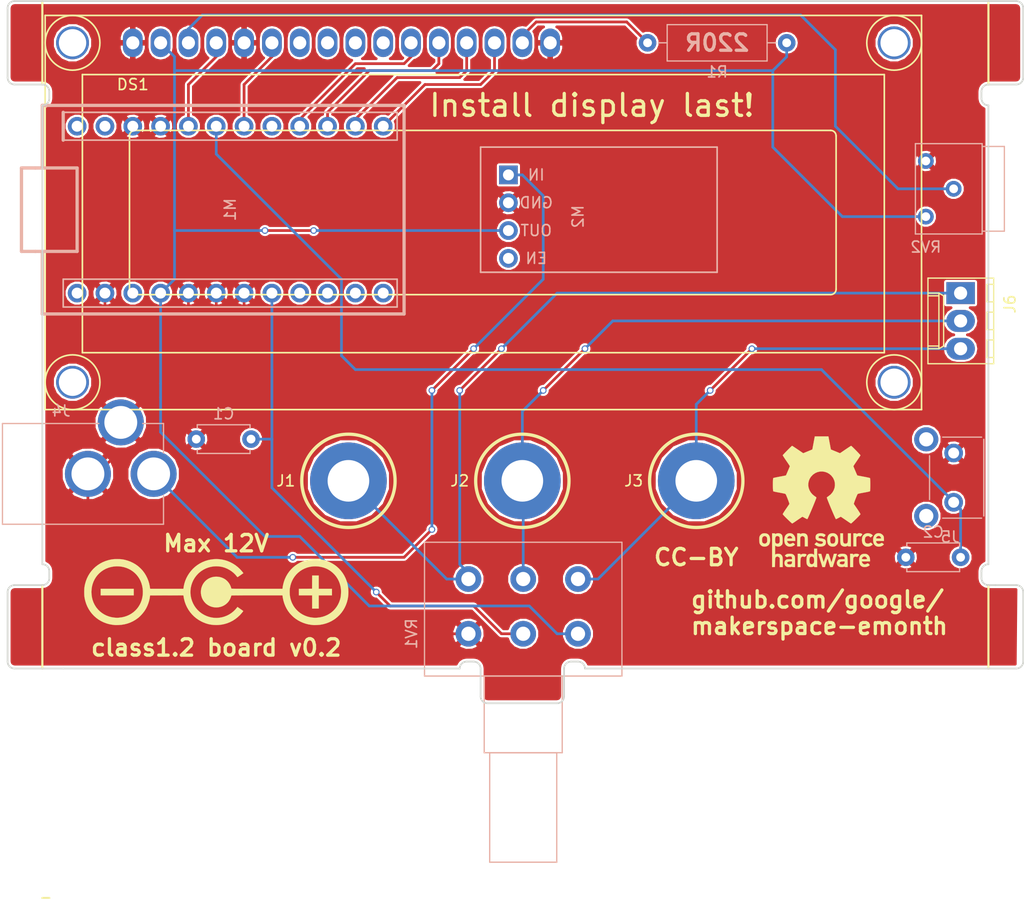
<source format=kicad_pcb>
(kicad_pcb (version 4) (host pcbnew 4.0.6)

  (general
    (links 40)
    (no_connects 0)
    (area 107.874999 78.664999 200.735001 142.950001)
    (thickness 1.6)
    (drawings 62)
    (tracks 144)
    (zones 0)
    (modules 16)
    (nets 17)
  )

  (page A4)
  (layers
    (0 F.Cu signal)
    (31 B.Cu signal)
    (32 B.Adhes user)
    (33 F.Adhes user)
    (34 B.Paste user)
    (35 F.Paste user)
    (36 B.SilkS user)
    (37 F.SilkS user)
    (38 B.Mask user)
    (39 F.Mask user)
    (40 Dwgs.User user)
    (41 Cmts.User user)
    (42 Eco1.User user)
    (43 Eco2.User user)
    (44 Edge.Cuts user)
    (45 Margin user)
    (46 B.CrtYd user)
    (47 F.CrtYd user)
    (48 B.Fab user)
    (49 F.Fab user)
  )

  (setup
    (last_trace_width 0.25)
    (trace_clearance 0.2)
    (zone_clearance 0.2)
    (zone_45_only yes)
    (trace_min 0.2)
    (segment_width 0.2)
    (edge_width 0.15)
    (via_size 0.6)
    (via_drill 0.4)
    (via_min_size 0.4)
    (via_min_drill 0.3)
    (uvia_size 0.3)
    (uvia_drill 0.1)
    (uvias_allowed no)
    (uvia_min_size 0.2)
    (uvia_min_drill 0.1)
    (pcb_text_width 0.3)
    (pcb_text_size 1.5 1.5)
    (mod_edge_width 0.15)
    (mod_text_size 1 1)
    (mod_text_width 0.15)
    (pad_size 1.524 1.524)
    (pad_drill 0.762)
    (pad_to_mask_clearance 0.2)
    (aux_axis_origin 107.95 78.74)
    (visible_elements FFFFFF7F)
    (pcbplotparams
      (layerselection 0x00030_80000001)
      (usegerberextensions false)
      (excludeedgelayer true)
      (linewidth 0.100000)
      (plotframeref false)
      (viasonmask false)
      (mode 1)
      (useauxorigin false)
      (hpglpennumber 1)
      (hpglpenspeed 20)
      (hpglpendiameter 15)
      (hpglpenoverlay 2)
      (psnegative false)
      (psa4output false)
      (plotreference true)
      (plotvalue true)
      (plotinvisibletext false)
      (padsonsilk false)
      (subtractmaskfromsilk false)
      (outputformat 1)
      (mirror false)
      (drillshape 1)
      (scaleselection 1)
      (outputdirectory ""))
  )

  (net 0 "")
  (net 1 GND)
  (net 2 +5V)
  (net 3 LCD_CONTRAST)
  (net 4 LCD_RS)
  (net 5 LCD_E)
  (net 6 LCD_D4)
  (net 7 LCD_D5)
  (net 8 LCD_D6)
  (net 9 LCD_D7)
  (net 10 "Net-(DS1-Pad15)")
  (net 11 "Net-(J1-Pad1)")
  (net 12 "Net-(J2-Pad1)")
  (net 13 "Net-(J3-Pad1)")
  (net 14 POT_INPUT)
  (net 15 "Net-(J4-Pad1)")
  (net 16 BUTTON)

  (net_class Default "This is the default net class."
    (clearance 0.2)
    (trace_width 0.25)
    (via_dia 0.6)
    (via_drill 0.4)
    (uvia_dia 0.3)
    (uvia_drill 0.1)
    (add_net +5V)
    (add_net BUTTON)
    (add_net GND)
    (add_net LCD_CONTRAST)
    (add_net LCD_D4)
    (add_net LCD_D5)
    (add_net LCD_D6)
    (add_net LCD_D7)
    (add_net LCD_E)
    (add_net LCD_RS)
    (add_net "Net-(DS1-Pad15)")
    (add_net "Net-(J1-Pad1)")
    (add_net "Net-(J2-Pad1)")
    (add_net "Net-(J3-Pad1)")
    (add_net "Net-(J4-Pad1)")
    (add_net POT_INPUT)
  )

  (module Potentiometers:Potentiometer_Alps_RK163_Double_Vertical (layer B.Cu) (tedit 58826D39) (tstamp 58E9C432)
    (at 160.02 136.525 270)
    (descr "Potentiometer, vertically mounted, Omeg PC16PU, Omeg PC16PU, Omeg PC16PU, Vishay/Spectrol 248GJ/249GJ Single, Vishay/Spectrol 248GJ/249GJ Single, Vishay/Spectrol 248GJ/249GJ Single, Vishay/Spectrol 248GH/249GH Single, Vishay/Spectrol 148/149 Single, Vishay/Spectrol 148/149 Single, Vishay/Spectrol 148/149 Single, Vishay/Spectrol 148A/149A Single with mounting plates, Vishay/Spectrol 148/149 Double, Vishay/Spectrol 148A/149A Double with mounting plates, Piher PC-16 Single, Piher PC-16 Single, Piher PC-16 Single, Piher PC-16SV Single, Piher PC-16 Double, Piher PC-16 Triple, Piher T16H Single, Piher T16L Single, Piher T16H Double, Alps RK163 Single, Alps RK163 Double, http://www.alps.com/prod/info/E/PDF/Potentiometer/MetalShaft/RK163/RK163.PDF")
    (tags "Potentiometer vertical  Omeg PC16PU  Omeg PC16PU  Omeg PC16PU  Vishay/Spectrol 248GJ/249GJ Single  Vishay/Spectrol 248GJ/249GJ Single  Vishay/Spectrol 248GJ/249GJ Single  Vishay/Spectrol 248GH/249GH Single  Vishay/Spectrol 148/149 Single  Vishay/Spectrol 148/149 Single  Vishay/Spectrol 148/149 Single  Vishay/Spectrol 148A/149A Single with mounting plates  Vishay/Spectrol 148/149 Double  Vishay/Spectrol 148A/149A Double with mounting plates  Piher PC-16 Single  Piher PC-16 Single  Piher PC-16 Single  Piher PC-16SV Single  Piher PC-16 Double  Piher PC-16 Triple  Piher T16H Single  Piher T16L Single  Piher T16H Double  Alps RK163 Single  Alps RK163 Double")
    (path /58E9C9CF)
    (fp_text reference RV1 (at 0 15.2 270) (layer B.SilkS)
      (effects (font (size 1 1) (thickness 0.15)) (justify mirror))
    )
    (fp_text value POT_Dual (at 0 -5.2 270) (layer B.Fab)
      (effects (font (size 1 1) (thickness 0.15)) (justify mirror))
    )
    (fp_line (start -8.3 13.95) (end -8.3 -3.95) (layer B.Fab) (width 0.1))
    (fp_line (start -8.3 -3.95) (end 3.8 -3.95) (layer B.Fab) (width 0.1))
    (fp_line (start 3.8 -3.95) (end 3.8 13.95) (layer B.Fab) (width 0.1))
    (fp_line (start 3.8 13.95) (end -8.3 13.95) (layer B.Fab) (width 0.1))
    (fp_line (start 3.8 8.5) (end 3.8 1.5) (layer B.Fab) (width 0.1))
    (fp_line (start 3.8 1.5) (end 10.8 1.5) (layer B.Fab) (width 0.1))
    (fp_line (start 10.8 1.5) (end 10.8 8.5) (layer B.Fab) (width 0.1))
    (fp_line (start 10.8 8.5) (end 3.8 8.5) (layer B.Fab) (width 0.1))
    (fp_line (start 10.8 8) (end 10.8 2) (layer B.Fab) (width 0.1))
    (fp_line (start 10.8 2) (end 20.8 2) (layer B.Fab) (width 0.1))
    (fp_line (start 20.8 2) (end 20.8 8) (layer B.Fab) (width 0.1))
    (fp_line (start 20.8 8) (end 10.8 8) (layer B.Fab) (width 0.1))
    (fp_line (start -8.361 14.01) (end 3.86 14.01) (layer B.SilkS) (width 0.12))
    (fp_line (start -8.361 -4.011) (end 3.86 -4.011) (layer B.SilkS) (width 0.12))
    (fp_line (start -8.361 14.01) (end -8.361 -4.011) (layer B.SilkS) (width 0.12))
    (fp_line (start 3.86 14.01) (end 3.86 -4.011) (layer B.SilkS) (width 0.12))
    (fp_line (start 3.86 8.56) (end 10.86 8.56) (layer B.SilkS) (width 0.12))
    (fp_line (start 3.86 1.44) (end 10.86 1.44) (layer B.SilkS) (width 0.12))
    (fp_line (start 3.86 8.56) (end 3.86 1.44) (layer B.SilkS) (width 0.12))
    (fp_line (start 10.86 8.56) (end 10.86 1.44) (layer B.SilkS) (width 0.12))
    (fp_line (start 10.86 8.06) (end 20.86 8.06) (layer B.SilkS) (width 0.12))
    (fp_line (start 10.86 1.94) (end 20.86 1.94) (layer B.SilkS) (width 0.12))
    (fp_line (start 10.86 8.06) (end 10.86 1.94) (layer B.SilkS) (width 0.12))
    (fp_line (start 20.86 8.06) (end 20.86 1.94) (layer B.SilkS) (width 0.12))
    (fp_line (start -8.55 14.2) (end -8.55 -4.2) (layer B.CrtYd) (width 0.05))
    (fp_line (start -8.55 -4.2) (end 21.05 -4.2) (layer B.CrtYd) (width 0.05))
    (fp_line (start 21.05 -4.2) (end 21.05 14.2) (layer B.CrtYd) (width 0.05))
    (fp_line (start 21.05 14.2) (end -8.55 14.2) (layer B.CrtYd) (width 0.05))
    (pad 3 thru_hole circle (at 0 10 270) (size 2.34 2.34) (drill 1.3) (layers *.Cu *.Mask)
      (net 1 GND))
    (pad 2 thru_hole circle (at 0 5 270) (size 2.34 2.34) (drill 1.3) (layers *.Cu *.Mask)
      (net 14 POT_INPUT))
    (pad 1 thru_hole circle (at 0 0 270) (size 2.34 2.34) (drill 1.3) (layers *.Cu *.Mask)
      (net 2 +5V))
    (pad 6 thru_hole circle (at -5 10 270) (size 2.34 2.34) (drill 1.3) (layers *.Cu *.Mask)
      (net 11 "Net-(J1-Pad1)"))
    (pad 5 thru_hole circle (at -5 5 270) (size 2.34 2.34) (drill 1.3) (layers *.Cu *.Mask)
      (net 12 "Net-(J2-Pad1)"))
    (pad 4 thru_hole circle (at -5 0 270) (size 2.34 2.34) (drill 1.3) (layers *.Cu *.Mask)
      (net 13 "Net-(J3-Pad1)"))
    (model Potentiometers.3dshapes/Potentiometer_Alps_RK163_Double_Vertical.wrl
      (at (xyz 0 0 0))
      (scale (xyz 1 1 1))
      (rotate (xyz 0 0 0))
    )
  )

  (module Displays:WC1602A (layer F.Cu) (tedit 58E9D1FC) (tstamp 58E9C770)
    (at 119.38 82.55)
    (descr http://www.kamami.pl/dl/wc1602a0.pdf)
    (tags "LCD 16x2 Alphanumeric 16pin")
    (path /58E9CEAA)
    (fp_text reference DS1 (at 0 3.81) (layer F.SilkS)
      (effects (font (size 1 1) (thickness 0.15)))
    )
    (fp_text value LCD16X2 (at 31.99892 15.49908) (layer F.Fab)
      (effects (font (size 1 1) (thickness 0.15)))
    )
    (fp_line (start 0.20066 8.001) (end 63.70066 8.001) (layer F.SilkS) (width 0.15))
    (fp_line (start -0.29972 22.49932) (end -0.29972 8.49884) (layer F.SilkS) (width 0.15))
    (fp_line (start 63.70066 22.9997) (end 0.20066 22.9997) (layer F.SilkS) (width 0.15))
    (fp_line (start 64.20104 8.49884) (end 64.20104 22.49932) (layer F.SilkS) (width 0.15))
    (fp_arc (start 63.70066 8.49884) (end 63.70066 8.001) (angle 90) (layer F.SilkS) (width 0.15))
    (fp_arc (start 63.70066 22.49932) (end 64.20104 22.49932) (angle 90) (layer F.SilkS) (width 0.15))
    (fp_arc (start 0.20066 22.49932) (end 0.20066 22.9997) (angle 90) (layer F.SilkS) (width 0.15))
    (fp_arc (start 0.20066 8.49884) (end -0.29972 8.49884) (angle 90) (layer F.SilkS) (width 0.15))
    (fp_line (start -4.59994 2.90068) (end 68.60032 2.90068) (layer F.SilkS) (width 0.15))
    (fp_line (start 68.60032 2.90068) (end 68.60032 28.30068) (layer F.SilkS) (width 0.15))
    (fp_line (start 68.60032 28.30068) (end -4.59994 28.30068) (layer F.SilkS) (width 0.15))
    (fp_line (start -4.59994 28.30068) (end -4.59994 2.90068) (layer F.SilkS) (width 0.15))
    (fp_circle (center 69.49948 0) (end 71.99884 0) (layer F.SilkS) (width 0.15))
    (fp_circle (center 69.49948 31.0007) (end 71.99884 31.0007) (layer F.SilkS) (width 0.15))
    (fp_circle (center -5.4991 31.0007) (end -8.001 31.0007) (layer F.SilkS) (width 0.15))
    (fp_circle (center -5.4991 0) (end -2.99974 0) (layer F.SilkS) (width 0.15))
    (fp_line (start -8.001 -2.49936) (end 71.99884 -2.49936) (layer F.SilkS) (width 0.15))
    (fp_line (start 71.99884 -2.49936) (end 71.99884 33.50006) (layer F.SilkS) (width 0.15))
    (fp_line (start 71.99884 33.50006) (end -8.001 33.50006) (layer F.SilkS) (width 0.15))
    (fp_line (start -8.001 33.50006) (end -8.001 -2.49936) (layer F.SilkS) (width 0.15))
    (pad 1 thru_hole oval (at 0 0) (size 1.8 2.6) (drill 1.2) (layers *.Cu *.Mask)
      (net 1 GND))
    (pad 2 thru_hole oval (at 2.54 0) (size 1.8 2.6) (drill 1.2) (layers *.Cu *.Mask)
      (net 2 +5V))
    (pad 3 thru_hole oval (at 5.08 0) (size 1.8 2.6) (drill 1.2) (layers *.Cu *.Mask)
      (net 3 LCD_CONTRAST))
    (pad 4 thru_hole oval (at 7.62 0) (size 1.8 2.6) (drill 1.2) (layers *.Cu *.Mask)
      (net 4 LCD_RS))
    (pad 5 thru_hole oval (at 10.16 0) (size 1.8 2.6) (drill 1.2) (layers *.Cu *.Mask)
      (net 1 GND))
    (pad 6 thru_hole oval (at 12.7 0) (size 1.8 2.6) (drill 1.2) (layers *.Cu *.Mask)
      (net 5 LCD_E))
    (pad 7 thru_hole oval (at 15.24 0) (size 1.8 2.6) (drill 1.2) (layers *.Cu *.Mask))
    (pad 8 thru_hole oval (at 17.78 0) (size 1.8 2.6) (drill 1.2) (layers *.Cu *.Mask))
    (pad 9 thru_hole oval (at 20.32 0) (size 1.8 2.6) (drill 1.2) (layers *.Cu *.Mask))
    (pad 10 thru_hole oval (at 22.86 0) (size 1.8 2.6) (drill 1.2) (layers *.Cu *.Mask))
    (pad 11 thru_hole oval (at 25.4 0) (size 1.8 2.6) (drill 1.2) (layers *.Cu *.Mask)
      (net 6 LCD_D4))
    (pad 12 thru_hole oval (at 27.94 0) (size 1.8 2.6) (drill 1.2) (layers *.Cu *.Mask)
      (net 7 LCD_D5))
    (pad 13 thru_hole oval (at 30.48 0) (size 1.8 2.6) (drill 1.2) (layers *.Cu *.Mask)
      (net 8 LCD_D6))
    (pad 14 thru_hole oval (at 33.02 0) (size 1.8 2.6) (drill 1.2) (layers *.Cu *.Mask)
      (net 9 LCD_D7))
    (pad 15 thru_hole oval (at 35.56 0) (size 1.8 2.6) (drill 1.2) (layers *.Cu *.Mask)
      (net 10 "Net-(DS1-Pad15)"))
    (pad 16 thru_hole oval (at 38.1 0) (size 1.8 2.6) (drill 1.2) (layers *.Cu *.Mask)
      (net 1 GND))
    (pad 0 thru_hole circle (at -5.4991 0) (size 3 3) (drill 2.5) (layers *.Cu *.Mask))
    (pad 0 thru_hole circle (at -5.4991 31.0007) (size 3 3) (drill 2.5) (layers *.Cu *.Mask))
    (pad 0 thru_hole circle (at 69.49948 31.0007) (size 3 3) (drill 2.5) (layers *.Cu *.Mask))
    (pad 0 thru_hole circle (at 69.49948 0) (size 3 3) (drill 2.5) (layers *.Cu *.Mask))
  )

  (module Symbols:OSHW-Logo_11.4x12mm_SilkScreen (layer F.Cu) (tedit 0) (tstamp 58E9C40C)
    (at 182.245 124.46)
    (descr "Open Source Hardware Logo")
    (tags "Logo OSHW")
    (path /58E9EBC8)
    (attr virtual)
    (fp_text reference P2 (at 0 0) (layer F.SilkS) hide
      (effects (font (size 1 1) (thickness 0.15)))
    )
    (fp_text value SYMBOL (at 0.75 0) (layer F.Fab) hide
      (effects (font (size 1 1) (thickness 0.15)))
    )
    (fp_poly (pts (xy -3.780091 2.90956) (xy -3.727588 2.935499) (xy -3.662842 2.9807) (xy -3.615653 3.029991)
      (xy -3.583335 3.091885) (xy -3.563203 3.174896) (xy -3.55257 3.287538) (xy -3.548753 3.438324)
      (xy -3.54853 3.503149) (xy -3.549182 3.645221) (xy -3.551888 3.746757) (xy -3.557776 3.817015)
      (xy -3.567973 3.865256) (xy -3.583606 3.900738) (xy -3.599872 3.924943) (xy -3.703705 4.027929)
      (xy -3.825979 4.089874) (xy -3.957886 4.108506) (xy -4.090616 4.081549) (xy -4.132667 4.062486)
      (xy -4.233334 4.010015) (xy -4.233334 4.832259) (xy -4.159865 4.794267) (xy -4.063059 4.764872)
      (xy -3.944072 4.757342) (xy -3.825255 4.771245) (xy -3.735527 4.802476) (xy -3.661101 4.861954)
      (xy -3.59751 4.947066) (xy -3.592729 4.955805) (xy -3.572563 4.996966) (xy -3.557835 5.038454)
      (xy -3.547697 5.088713) (xy -3.541301 5.156184) (xy -3.537799 5.249309) (xy -3.536342 5.376531)
      (xy -3.536079 5.519701) (xy -3.536079 5.976471) (xy -3.81 5.976471) (xy -3.81 5.134231)
      (xy -3.886617 5.069763) (xy -3.966207 5.018194) (xy -4.041578 5.008818) (xy -4.117367 5.032947)
      (xy -4.157759 5.056574) (xy -4.187821 5.090227) (xy -4.209203 5.141087) (xy -4.22355 5.216334)
      (xy -4.23251 5.323146) (xy -4.23773 5.468704) (xy -4.239569 5.565588) (xy -4.245785 5.96402)
      (xy -4.37652 5.971547) (xy -4.507255 5.979073) (xy -4.507255 3.506582) (xy -4.233334 3.506582)
      (xy -4.22635 3.644423) (xy -4.202818 3.740107) (xy -4.158865 3.799641) (xy -4.090618 3.829029)
      (xy -4.021667 3.834902) (xy -3.943614 3.828154) (xy -3.891811 3.801594) (xy -3.859417 3.766499)
      (xy -3.833916 3.728752) (xy -3.818735 3.6867) (xy -3.811981 3.627779) (xy -3.811759 3.539428)
      (xy -3.814032 3.465448) (xy -3.819251 3.354) (xy -3.827021 3.280833) (xy -3.840105 3.234422)
      (xy -3.861268 3.203244) (xy -3.88124 3.185223) (xy -3.964686 3.145925) (xy -4.063449 3.139579)
      (xy -4.120159 3.153116) (xy -4.176308 3.201233) (xy -4.213501 3.294833) (xy -4.231528 3.433254)
      (xy -4.233334 3.506582) (xy -4.507255 3.506582) (xy -4.507255 2.888628) (xy -4.370295 2.888628)
      (xy -4.288065 2.891879) (xy -4.24564 2.903426) (xy -4.233339 2.925952) (xy -4.233334 2.92662)
      (xy -4.227626 2.948681) (xy -4.202453 2.946176) (xy -4.152402 2.921935) (xy -4.035781 2.884851)
      (xy -3.904571 2.880953) (xy -3.780091 2.90956)) (layer F.SilkS) (width 0.01))
    (fp_poly (pts (xy -2.74128 4.765922) (xy -2.62413 4.79718) (xy -2.534949 4.853837) (xy -2.472016 4.928045)
      (xy -2.452452 4.959716) (xy -2.438008 4.992891) (xy -2.427911 5.035329) (xy -2.421385 5.094788)
      (xy -2.417658 5.179029) (xy -2.415954 5.29581) (xy -2.4155 5.45289) (xy -2.415491 5.494565)
      (xy -2.415491 5.976471) (xy -2.53502 5.976471) (xy -2.611261 5.971131) (xy -2.667634 5.957604)
      (xy -2.681758 5.949262) (xy -2.72037 5.934864) (xy -2.759808 5.949262) (xy -2.824738 5.967237)
      (xy -2.919055 5.974472) (xy -3.023593 5.971333) (xy -3.119189 5.958186) (xy -3.175 5.941318)
      (xy -3.283002 5.871986) (xy -3.350497 5.775772) (xy -3.380841 5.647844) (xy -3.381123 5.644559)
      (xy -3.37846 5.587808) (xy -3.137647 5.587808) (xy -3.116595 5.652358) (xy -3.082303 5.688686)
      (xy -3.013468 5.716162) (xy -2.92261 5.727129) (xy -2.829958 5.721731) (xy -2.755744 5.70011)
      (xy -2.734951 5.686239) (xy -2.698619 5.622143) (xy -2.689412 5.549278) (xy -2.689412 5.45353)
      (xy -2.827173 5.45353) (xy -2.958047 5.463605) (xy -3.057259 5.492148) (xy -3.118977 5.536639)
      (xy -3.137647 5.587808) (xy -3.37846 5.587808) (xy -3.374564 5.50479) (xy -3.328466 5.394282)
      (xy -3.2418 5.310712) (xy -3.229821 5.30311) (xy -3.178345 5.278357) (xy -3.114632 5.263368)
      (xy -3.025565 5.256082) (xy -2.919755 5.254407) (xy -2.689412 5.254314) (xy -2.689412 5.157755)
      (xy -2.699183 5.082836) (xy -2.724116 5.032644) (xy -2.727035 5.029972) (xy -2.782519 5.008015)
      (xy -2.866273 4.999505) (xy -2.958833 5.003687) (xy -3.04073 5.019809) (xy -3.089327 5.04399)
      (xy -3.115659 5.063359) (xy -3.143465 5.067057) (xy -3.181839 5.051188) (xy -3.239875 5.011855)
      (xy -3.326669 4.945164) (xy -3.334635 4.938916) (xy -3.330553 4.9158) (xy -3.296499 4.877352)
      (xy -3.24474 4.834627) (xy -3.187545 4.798679) (xy -3.169575 4.790191) (xy -3.104028 4.773252)
      (xy -3.00798 4.76117) (xy -2.900671 4.756323) (xy -2.895653 4.756313) (xy -2.74128 4.765922)) (layer F.SilkS) (width 0.01))
    (fp_poly (pts (xy -1.967236 4.758921) (xy -1.92997 4.770091) (xy -1.917957 4.794633) (xy -1.917451 4.805712)
      (xy -1.915296 4.836572) (xy -1.900449 4.841417) (xy -1.860343 4.82026) (xy -1.83652 4.805806)
      (xy -1.761362 4.77485) (xy -1.671594 4.759544) (xy -1.577471 4.758367) (xy -1.489246 4.769799)
      (xy -1.417174 4.79232) (xy -1.371508 4.824409) (xy -1.362502 4.864545) (xy -1.367047 4.875415)
      (xy -1.400179 4.920534) (xy -1.451555 4.976026) (xy -1.460848 4.984996) (xy -1.509818 5.026245)
      (xy -1.552069 5.039572) (xy -1.611159 5.030271) (xy -1.634831 5.02409) (xy -1.708496 5.009246)
      (xy -1.76029 5.015921) (xy -1.804031 5.039465) (xy -1.844098 5.071061) (xy -1.873608 5.110798)
      (xy -1.894116 5.166252) (xy -1.907176 5.245003) (xy -1.914344 5.354629) (xy -1.917176 5.502706)
      (xy -1.917451 5.592111) (xy -1.917451 5.976471) (xy -2.166471 5.976471) (xy -2.166471 4.756275)
      (xy -2.041961 4.756275) (xy -1.967236 4.758921)) (layer F.SilkS) (width 0.01))
    (fp_poly (pts (xy -0.398432 5.976471) (xy -0.535393 5.976471) (xy -0.614889 5.97414) (xy -0.656292 5.964488)
      (xy -0.671199 5.943525) (xy -0.672353 5.929351) (xy -0.674867 5.900927) (xy -0.69072 5.895475)
      (xy -0.732379 5.912998) (xy -0.764776 5.929351) (xy -0.889151 5.968103) (xy -1.024354 5.970346)
      (xy -1.134274 5.941444) (xy -1.236634 5.871619) (xy -1.31466 5.768555) (xy -1.357386 5.646989)
      (xy -1.358474 5.640192) (xy -1.364822 5.566032) (xy -1.367979 5.45957) (xy -1.367725 5.379052)
      (xy -1.095711 5.379052) (xy -1.08941 5.48607) (xy -1.075075 5.574278) (xy -1.055669 5.62409)
      (xy -0.982254 5.692162) (xy -0.895086 5.716564) (xy -0.805196 5.696831) (xy -0.728383 5.637968)
      (xy -0.699292 5.598379) (xy -0.682283 5.551138) (xy -0.674316 5.482181) (xy -0.672353 5.378607)
      (xy -0.675866 5.276039) (xy -0.685143 5.185921) (xy -0.698294 5.125613) (xy -0.700486 5.120208)
      (xy -0.753522 5.05594) (xy -0.830933 5.020656) (xy -0.917546 5.014959) (xy -0.998193 5.039453)
      (xy -1.057703 5.094742) (xy -1.063876 5.105743) (xy -1.083199 5.172827) (xy -1.093726 5.269284)
      (xy -1.095711 5.379052) (xy -1.367725 5.379052) (xy -1.367596 5.338225) (xy -1.365806 5.272918)
      (xy -1.353627 5.111355) (xy -1.328315 4.990053) (xy -1.286207 4.900379) (xy -1.223641 4.833699)
      (xy -1.1629 4.794557) (xy -1.078036 4.76704) (xy -0.972485 4.757603) (xy -0.864402 4.76529)
      (xy -0.771942 4.789146) (xy -0.72309 4.817685) (xy -0.672353 4.863601) (xy -0.672353 4.283137)
      (xy -0.398432 4.283137) (xy -0.398432 5.976471)) (layer F.SilkS) (width 0.01))
    (fp_poly (pts (xy 0.557528 4.761332) (xy 0.656014 4.768726) (xy 0.784776 5.154706) (xy 0.913537 5.540686)
      (xy 0.953911 5.403726) (xy 0.978207 5.319083) (xy 1.010167 5.204697) (xy 1.044679 5.078963)
      (xy 1.062928 5.01152) (xy 1.131571 4.756275) (xy 1.414773 4.756275) (xy 1.330122 5.023971)
      (xy 1.288435 5.155638) (xy 1.238074 5.314458) (xy 1.185481 5.480128) (xy 1.13853 5.627843)
      (xy 1.031589 5.96402) (xy 0.800661 5.979044) (xy 0.73805 5.772316) (xy 0.699438 5.643896)
      (xy 0.6573 5.502322) (xy 0.620472 5.377285) (xy 0.619018 5.372309) (xy 0.591511 5.287586)
      (xy 0.567242 5.229778) (xy 0.550243 5.207918) (xy 0.54675 5.210446) (xy 0.53449 5.244336)
      (xy 0.511195 5.31693) (xy 0.4797 5.419101) (xy 0.442842 5.54172) (xy 0.422899 5.609167)
      (xy 0.314895 5.976471) (xy 0.085679 5.976471) (xy -0.097561 5.3975) (xy -0.149037 5.235091)
      (xy -0.19593 5.087602) (xy -0.236023 4.96196) (xy -0.267103 4.865095) (xy -0.286955 4.803934)
      (xy -0.292989 4.786065) (xy -0.288212 4.767768) (xy -0.250703 4.759755) (xy -0.172645 4.760557)
      (xy -0.160426 4.761163) (xy -0.015674 4.768726) (xy 0.07913 5.117353) (xy 0.113977 5.244497)
      (xy 0.145117 5.356265) (xy 0.169809 5.442953) (xy 0.185312 5.494856) (xy 0.188176 5.503318)
      (xy 0.200046 5.493587) (xy 0.223983 5.443172) (xy 0.257239 5.358935) (xy 0.297064 5.247741)
      (xy 0.33073 5.147297) (xy 0.459041 4.753939) (xy 0.557528 4.761332)) (layer F.SilkS) (width 0.01))
    (fp_poly (pts (xy 2.056459 4.763669) (xy 2.16142 4.789163) (xy 2.191761 4.802669) (xy 2.250573 4.838046)
      (xy 2.295709 4.87789) (xy 2.329106 4.92912) (xy 2.352701 4.998654) (xy 2.368433 5.093409)
      (xy 2.378239 5.220305) (xy 2.384057 5.386258) (xy 2.386266 5.497108) (xy 2.394396 5.976471)
      (xy 2.255531 5.976471) (xy 2.171287 5.972938) (xy 2.127884 5.960866) (xy 2.116666 5.940594)
      (xy 2.110744 5.918674) (xy 2.084266 5.922865) (xy 2.048186 5.940441) (xy 1.957862 5.967382)
      (xy 1.841777 5.974642) (xy 1.71968 5.962767) (xy 1.611321 5.932305) (xy 1.601602 5.928077)
      (xy 1.502568 5.858505) (xy 1.437281 5.761789) (xy 1.40724 5.648738) (xy 1.409535 5.608122)
      (xy 1.654633 5.608122) (xy 1.676229 5.662782) (xy 1.740259 5.701952) (xy 1.843565 5.722974)
      (xy 1.898774 5.725766) (xy 1.990782 5.71862) (xy 2.051941 5.690848) (xy 2.066862 5.677647)
      (xy 2.107287 5.605829) (xy 2.116666 5.540686) (xy 2.116666 5.45353) (xy 1.995269 5.45353)
      (xy 1.854153 5.460722) (xy 1.755173 5.483345) (xy 1.692633 5.522964) (xy 1.678631 5.540628)
      (xy 1.654633 5.608122) (xy 1.409535 5.608122) (xy 1.413941 5.530157) (xy 1.45888 5.416855)
      (xy 1.520196 5.340285) (xy 1.557332 5.307181) (xy 1.593687 5.285425) (xy 1.64099 5.272161)
      (xy 1.710973 5.264528) (xy 1.815364 5.25967) (xy 1.85677 5.258273) (xy 2.116666 5.24978)
      (xy 2.116285 5.171116) (xy 2.106219 5.088428) (xy 2.069829 5.038431) (xy 1.996311 5.006489)
      (xy 1.994339 5.00592) (xy 1.890105 4.993361) (xy 1.788108 5.009766) (xy 1.712305 5.049657)
      (xy 1.68189 5.069354) (xy 1.649132 5.066629) (xy 1.598721 5.038091) (xy 1.569119 5.01795)
      (xy 1.511218 4.974919) (xy 1.475352 4.942662) (xy 1.469597 4.933427) (xy 1.493295 4.885636)
      (xy 1.563313 4.828562) (xy 1.593725 4.809305) (xy 1.681155 4.77614) (xy 1.798983 4.75735)
      (xy 1.929866 4.753129) (xy 2.056459 4.763669)) (layer F.SilkS) (width 0.01))
    (fp_poly (pts (xy 3.238446 4.755883) (xy 3.334177 4.774755) (xy 3.388677 4.802699) (xy 3.446008 4.849123)
      (xy 3.364441 4.952111) (xy 3.31415 5.014479) (xy 3.280001 5.044907) (xy 3.246063 5.049555)
      (xy 3.196406 5.034586) (xy 3.173096 5.026117) (xy 3.078063 5.013622) (xy 2.991032 5.040406)
      (xy 2.927138 5.100915) (xy 2.916759 5.120208) (xy 2.905456 5.171314) (xy 2.896732 5.2655)
      (xy 2.890997 5.396089) (xy 2.88866 5.556405) (xy 2.888627 5.579211) (xy 2.888627 5.976471)
      (xy 2.614705 5.976471) (xy 2.614705 4.756275) (xy 2.751666 4.756275) (xy 2.830638 4.758337)
      (xy 2.871779 4.767513) (xy 2.886992 4.78829) (xy 2.888627 4.807886) (xy 2.888627 4.859497)
      (xy 2.95424 4.807886) (xy 3.029475 4.772675) (xy 3.130544 4.755265) (xy 3.238446 4.755883)) (layer F.SilkS) (width 0.01))
    (fp_poly (pts (xy 4.025307 4.762784) (xy 4.144337 4.793731) (xy 4.244021 4.8576) (xy 4.292288 4.905313)
      (xy 4.371408 5.018106) (xy 4.416752 5.14895) (xy 4.43233 5.309792) (xy 4.43241 5.322794)
      (xy 4.432549 5.45353) (xy 3.680091 5.45353) (xy 3.69613 5.52201) (xy 3.725091 5.584031)
      (xy 3.775778 5.648654) (xy 3.786379 5.658971) (xy 3.877494 5.714805) (xy 3.9814 5.724275)
      (xy 4.101 5.68754) (xy 4.121274 5.677647) (xy 4.183456 5.647574) (xy 4.225106 5.63044)
      (xy 4.232373 5.628855) (xy 4.25774 5.644242) (xy 4.30612 5.681887) (xy 4.330679 5.702459)
      (xy 4.38157 5.749714) (xy 4.398281 5.780917) (xy 4.386683 5.80962) (xy 4.380483 5.817468)
      (xy 4.338493 5.851819) (xy 4.269206 5.893565) (xy 4.220882 5.917935) (xy 4.083711 5.960873)
      (xy 3.931847 5.974786) (xy 3.788024 5.9583) (xy 3.747745 5.946496) (xy 3.623078 5.879689)
      (xy 3.530671 5.776892) (xy 3.46999 5.637105) (xy 3.440498 5.45933) (xy 3.43726 5.366373)
      (xy 3.446714 5.231033) (xy 3.68549 5.231033) (xy 3.708584 5.241038) (xy 3.770662 5.248888)
      (xy 3.860914 5.253521) (xy 3.922058 5.254314) (xy 4.03204 5.253549) (xy 4.101457 5.24997)
      (xy 4.139538 5.241649) (xy 4.155515 5.226657) (xy 4.158627 5.204903) (xy 4.137278 5.137892)
      (xy 4.083529 5.071664) (xy 4.012822 5.020832) (xy 3.942089 5.000038) (xy 3.846016 5.018484)
      (xy 3.762849 5.071811) (xy 3.705186 5.148677) (xy 3.68549 5.231033) (xy 3.446714 5.231033)
      (xy 3.451028 5.169291) (xy 3.49352 5.012271) (xy 3.565635 4.894069) (xy 3.668273 4.81344)
      (xy 3.802332 4.769139) (xy 3.874957 4.760607) (xy 4.025307 4.762784)) (layer F.SilkS) (width 0.01))
    (fp_poly (pts (xy -5.026753 2.901568) (xy -4.896478 2.959163) (xy -4.797581 3.055334) (xy -4.729918 3.190229)
      (xy -4.693345 3.363996) (xy -4.690724 3.391126) (xy -4.68867 3.582408) (xy -4.715301 3.750073)
      (xy -4.768999 3.885967) (xy -4.797753 3.929681) (xy -4.897909 4.022198) (xy -5.025463 4.082119)
      (xy -5.168163 4.106985) (xy -5.31376 4.094339) (xy -5.424438 4.055391) (xy -5.519616 3.989755)
      (xy -5.597406 3.903699) (xy -5.598751 3.901685) (xy -5.630343 3.84857) (xy -5.650873 3.79516)
      (xy -5.663305 3.727754) (xy -5.670603 3.632653) (xy -5.673818 3.554666) (xy -5.675156 3.483944)
      (xy -5.426186 3.483944) (xy -5.423753 3.554348) (xy -5.41492 3.648068) (xy -5.399336 3.708214)
      (xy -5.371234 3.751006) (xy -5.344914 3.776002) (xy -5.251608 3.828338) (xy -5.15398 3.835333)
      (xy -5.063058 3.797676) (xy -5.017598 3.755479) (xy -4.984838 3.712956) (xy -4.965677 3.672267)
      (xy -4.957267 3.619314) (xy -4.956763 3.539997) (xy -4.959355 3.46695) (xy -4.964929 3.362601)
      (xy -4.973766 3.29492) (xy -4.989693 3.250774) (xy -5.016538 3.217031) (xy -5.037811 3.197746)
      (xy -5.126794 3.147086) (xy -5.222789 3.14456) (xy -5.303281 3.174567) (xy -5.371947 3.237231)
      (xy -5.412856 3.340168) (xy -5.426186 3.483944) (xy -5.675156 3.483944) (xy -5.676754 3.399582)
      (xy -5.67174 3.2836) (xy -5.656717 3.196367) (xy -5.629624 3.12753) (xy -5.5884 3.066737)
      (xy -5.573115 3.048686) (xy -5.477546 2.958746) (xy -5.375039 2.906211) (xy -5.249679 2.884201)
      (xy -5.18855 2.882402) (xy -5.026753 2.901568)) (layer F.SilkS) (width 0.01))
    (fp_poly (pts (xy -2.686796 2.916354) (xy -2.661981 2.928037) (xy -2.576094 2.990951) (xy -2.494879 3.082769)
      (xy -2.434236 3.183868) (xy -2.416988 3.230349) (xy -2.401251 3.313376) (xy -2.391867 3.413713)
      (xy -2.390728 3.455147) (xy -2.390589 3.585882) (xy -3.143047 3.585882) (xy -3.127007 3.654363)
      (xy -3.087637 3.735355) (xy -3.018806 3.805351) (xy -2.936919 3.850441) (xy -2.884737 3.859804)
      (xy -2.813971 3.848441) (xy -2.72954 3.819943) (xy -2.700858 3.806831) (xy -2.594791 3.753858)
      (xy -2.504272 3.822901) (xy -2.452039 3.869597) (xy -2.424247 3.90814) (xy -2.42284 3.919452)
      (xy -2.447668 3.946868) (xy -2.502083 3.988532) (xy -2.551472 4.021037) (xy -2.684748 4.079468)
      (xy -2.834161 4.105915) (xy -2.982249 4.099039) (xy -3.100295 4.063096) (xy -3.221982 3.986101)
      (xy -3.30846 3.884728) (xy -3.362559 3.75357) (xy -3.387109 3.587224) (xy -3.389286 3.511108)
      (xy -3.380573 3.336685) (xy -3.379503 3.331611) (xy -3.130173 3.331611) (xy -3.123306 3.347968)
      (xy -3.095083 3.356988) (xy -3.036873 3.360854) (xy -2.940042 3.361749) (xy -2.902757 3.361765)
      (xy -2.789317 3.360413) (xy -2.717378 3.355505) (xy -2.678687 3.34576) (xy -2.664995 3.329899)
      (xy -2.66451 3.324805) (xy -2.680137 3.284326) (xy -2.719247 3.227621) (xy -2.736061 3.207766)
      (xy -2.798481 3.151611) (xy -2.863547 3.129532) (xy -2.898603 3.127686) (xy -2.993442 3.150766)
      (xy -3.072973 3.212759) (xy -3.123423 3.302802) (xy -3.124317 3.305735) (xy -3.130173 3.331611)
      (xy -3.379503 3.331611) (xy -3.351601 3.199343) (xy -3.29941 3.089461) (xy -3.235579 3.011461)
      (xy -3.117567 2.926882) (xy -2.978842 2.881686) (xy -2.83129 2.8776) (xy -2.686796 2.916354)) (layer F.SilkS) (width 0.01))
    (fp_poly (pts (xy 0.027759 2.884345) (xy 0.122059 2.902229) (xy 0.21989 2.939633) (xy 0.230343 2.944402)
      (xy 0.304531 2.983412) (xy 0.35591 3.019664) (xy 0.372517 3.042887) (xy 0.356702 3.080761)
      (xy 0.318288 3.136644) (xy 0.301237 3.157505) (xy 0.230969 3.239618) (xy 0.140379 3.186168)
      (xy 0.054164 3.150561) (xy -0.045451 3.131529) (xy -0.140981 3.130326) (xy -0.214939 3.14821)
      (xy -0.232688 3.159373) (xy -0.266488 3.210553) (xy -0.270596 3.269509) (xy -0.245304 3.315567)
      (xy -0.230344 3.324499) (xy -0.185514 3.335592) (xy -0.106714 3.34863) (xy -0.009574 3.361088)
      (xy 0.008346 3.363042) (xy 0.164365 3.39003) (xy 0.277523 3.435873) (xy 0.352569 3.504803)
      (xy 0.394253 3.601054) (xy 0.407238 3.718617) (xy 0.389299 3.852254) (xy 0.33105 3.957195)
      (xy 0.232255 4.03363) (xy 0.092682 4.081748) (xy -0.062255 4.100732) (xy -0.188602 4.100504)
      (xy -0.291087 4.083262) (xy -0.361079 4.059457) (xy -0.449517 4.017978) (xy -0.531246 3.969842)
      (xy -0.560295 3.948655) (xy -0.635 3.887676) (xy -0.544902 3.796508) (xy -0.454804 3.705339)
      (xy -0.352368 3.773128) (xy -0.249626 3.824042) (xy -0.139913 3.850673) (xy -0.034449 3.853483)
      (xy 0.055546 3.832935) (xy 0.118854 3.789493) (xy 0.139296 3.752838) (xy 0.136229 3.694053)
      (xy 0.085434 3.649099) (xy -0.012952 3.618057) (xy -0.120744 3.60371) (xy -0.286635 3.576337)
      (xy -0.409876 3.524693) (xy -0.492114 3.447266) (xy -0.534999 3.342544) (xy -0.54094 3.218387)
      (xy -0.511594 3.088702) (xy -0.444691 2.990677) (xy -0.339629 2.923866) (xy -0.19581 2.88782)
      (xy -0.089262 2.880754) (xy 0.027759 2.884345)) (layer F.SilkS) (width 0.01))
    (fp_poly (pts (xy 1.209547 2.903364) (xy 1.335502 2.971959) (xy 1.434047 3.080245) (xy 1.480478 3.168315)
      (xy 1.500412 3.246101) (xy 1.513328 3.356993) (xy 1.518863 3.484738) (xy 1.516654 3.613084)
      (xy 1.506337 3.725779) (xy 1.494286 3.785969) (xy 1.453634 3.868311) (xy 1.38323 3.95577)
      (xy 1.298382 4.032251) (xy 1.214397 4.081655) (xy 1.212349 4.082439) (xy 1.108134 4.104027)
      (xy 0.984627 4.104562) (xy 0.867261 4.084908) (xy 0.821942 4.069155) (xy 0.70522 4.002966)
      (xy 0.621624 3.916246) (xy 0.566701 3.801438) (xy 0.535995 3.650982) (xy 0.529047 3.572173)
      (xy 0.529933 3.473145) (xy 0.796862 3.473145) (xy 0.805854 3.617645) (xy 0.831736 3.72776)
      (xy 0.872868 3.798116) (xy 0.902172 3.818235) (xy 0.977251 3.832265) (xy 1.066494 3.828111)
      (xy 1.14365 3.807922) (xy 1.163883 3.796815) (xy 1.217265 3.732123) (xy 1.2525 3.633119)
      (xy 1.267498 3.512632) (xy 1.260172 3.383494) (xy 1.243799 3.305775) (xy 1.19679 3.215771)
      (xy 1.122582 3.159509) (xy 1.033209 3.140057) (xy 0.940707 3.160481) (xy 0.869653 3.210437)
      (xy 0.832312 3.251655) (xy 0.810518 3.292281) (xy 0.80013 3.347264) (xy 0.797006 3.431549)
      (xy 0.796862 3.473145) (xy 0.529933 3.473145) (xy 0.53093 3.361874) (xy 0.56518 3.189423)
      (xy 0.631802 3.054814) (xy 0.730799 2.95804) (xy 0.862175 2.899094) (xy 0.890385 2.892259)
      (xy 1.059926 2.876213) (xy 1.209547 2.903364)) (layer F.SilkS) (width 0.01))
    (fp_poly (pts (xy 1.967254 3.276245) (xy 1.969608 3.458879) (xy 1.978207 3.5976) (xy 1.99536 3.698147)
      (xy 2.023374 3.766254) (xy 2.064557 3.807659) (xy 2.121217 3.828097) (xy 2.191372 3.833318)
      (xy 2.264848 3.827468) (xy 2.320657 3.806093) (xy 2.361109 3.763458) (xy 2.388509 3.693825)
      (xy 2.405167 3.59146) (xy 2.413389 3.450624) (xy 2.41549 3.276245) (xy 2.41549 2.888628)
      (xy 2.689411 2.888628) (xy 2.689411 4.083922) (xy 2.552451 4.083922) (xy 2.469884 4.080576)
      (xy 2.427368 4.068826) (xy 2.41549 4.04652) (xy 2.408336 4.026654) (xy 2.379865 4.030857)
      (xy 2.322476 4.058971) (xy 2.190945 4.102342) (xy 2.051438 4.09927) (xy 1.917765 4.052174)
      (xy 1.854108 4.014971) (xy 1.805553 3.974691) (xy 1.770081 3.924291) (xy 1.745674 3.856729)
      (xy 1.730313 3.764965) (xy 1.721982 3.641955) (xy 1.718662 3.480659) (xy 1.718235 3.355928)
      (xy 1.718235 2.888628) (xy 1.967254 2.888628) (xy 1.967254 3.276245)) (layer F.SilkS) (width 0.01))
    (fp_poly (pts (xy 4.390976 2.899056) (xy 4.535256 2.960348) (xy 4.580699 2.990185) (xy 4.638779 3.036036)
      (xy 4.675238 3.072089) (xy 4.681568 3.083832) (xy 4.663693 3.109889) (xy 4.61795 3.154105)
      (xy 4.581328 3.184965) (xy 4.481088 3.26552) (xy 4.401935 3.198918) (xy 4.340769 3.155921)
      (xy 4.281129 3.141079) (xy 4.212872 3.144704) (xy 4.104482 3.171652) (xy 4.029872 3.227587)
      (xy 3.98453 3.318014) (xy 3.963947 3.448435) (xy 3.963942 3.448517) (xy 3.965722 3.59429)
      (xy 3.993387 3.701245) (xy 4.048571 3.774064) (xy 4.086192 3.798723) (xy 4.186105 3.829431)
      (xy 4.292822 3.829449) (xy 4.385669 3.799655) (xy 4.407647 3.785098) (xy 4.462765 3.747914)
      (xy 4.505859 3.74182) (xy 4.552335 3.769496) (xy 4.603716 3.819205) (xy 4.685046 3.903116)
      (xy 4.594749 3.977546) (xy 4.455236 4.061549) (xy 4.297912 4.102947) (xy 4.133503 4.09995)
      (xy 4.025531 4.0725) (xy 3.899331 4.00462) (xy 3.798401 3.897831) (xy 3.752548 3.822451)
      (xy 3.71541 3.714297) (xy 3.696827 3.577318) (xy 3.696684 3.428864) (xy 3.714865 3.286281)
      (xy 3.751255 3.166918) (xy 3.756987 3.15468) (xy 3.841865 3.034655) (xy 3.956782 2.947267)
      (xy 4.092659 2.894329) (xy 4.240417 2.877654) (xy 4.390976 2.899056)) (layer F.SilkS) (width 0.01))
    (fp_poly (pts (xy 5.303287 2.884355) (xy 5.367051 2.899845) (xy 5.4893 2.956569) (xy 5.593834 3.043202)
      (xy 5.66618 3.147074) (xy 5.676119 3.170396) (xy 5.689754 3.231484) (xy 5.699298 3.321853)
      (xy 5.702549 3.41319) (xy 5.702549 3.585882) (xy 5.34147 3.585882) (xy 5.192546 3.586445)
      (xy 5.087632 3.589864) (xy 5.020937 3.598731) (xy 4.986666 3.615641) (xy 4.979028 3.643189)
      (xy 4.992229 3.683968) (xy 5.015877 3.731683) (xy 5.081843 3.811314) (xy 5.173512 3.850987)
      (xy 5.285555 3.849695) (xy 5.412472 3.806514) (xy 5.522158 3.753224) (xy 5.613173 3.825191)
      (xy 5.704188 3.897157) (xy 5.618563 3.976269) (xy 5.50425 4.051017) (xy 5.363666 4.096084)
      (xy 5.212449 4.108696) (xy 5.066236 4.086079) (xy 5.042647 4.078405) (xy 4.914141 4.011296)
      (xy 4.818551 3.911247) (xy 4.753861 3.775271) (xy 4.718057 3.60038) (xy 4.71764 3.596632)
      (xy 4.714434 3.406032) (xy 4.727393 3.338035) (xy 4.980392 3.338035) (xy 5.003627 3.348491)
      (xy 5.06671 3.3565) (xy 5.159706 3.361073) (xy 5.218638 3.361765) (xy 5.328537 3.361332)
      (xy 5.397252 3.358578) (xy 5.433405 3.351321) (xy 5.445615 3.337376) (xy 5.442504 3.314562)
      (xy 5.439894 3.305735) (xy 5.395344 3.2228) (xy 5.325279 3.15596) (xy 5.263446 3.126589)
      (xy 5.181301 3.128362) (xy 5.098062 3.16499) (xy 5.028238 3.225634) (xy 4.986337 3.299456)
      (xy 4.980392 3.338035) (xy 4.727393 3.338035) (xy 4.746385 3.238395) (xy 4.809773 3.097711)
      (xy 4.900878 2.987974) (xy 5.015978 2.913174) (xy 5.151355 2.877304) (xy 5.303287 2.884355)) (layer F.SilkS) (width 0.01))
    (fp_poly (pts (xy -1.49324 2.909199) (xy -1.431264 2.938802) (xy -1.371241 2.981561) (xy -1.325514 3.030775)
      (xy -1.292207 3.093544) (xy -1.269445 3.176971) (xy -1.255353 3.288159) (xy -1.248058 3.434209)
      (xy -1.245682 3.622223) (xy -1.245645 3.641912) (xy -1.245098 4.083922) (xy -1.51902 4.083922)
      (xy -1.51902 3.676435) (xy -1.519215 3.525471) (xy -1.520564 3.416056) (xy -1.524212 3.339933)
      (xy -1.531304 3.288848) (xy -1.542987 3.254545) (xy -1.560406 3.228768) (xy -1.584671 3.203298)
      (xy -1.669565 3.148571) (xy -1.762239 3.138416) (xy -1.850527 3.173017) (xy -1.88123 3.19877)
      (xy -1.903771 3.222982) (xy -1.919954 3.248912) (xy -1.930832 3.284708) (xy -1.937458 3.338519)
      (xy -1.940885 3.418493) (xy -1.942166 3.532779) (xy -1.942353 3.671907) (xy -1.942353 4.083922)
      (xy -2.216275 4.083922) (xy -2.216275 2.888628) (xy -2.079314 2.888628) (xy -1.997084 2.891879)
      (xy -1.95466 2.903426) (xy -1.942359 2.925952) (xy -1.942353 2.92662) (xy -1.936646 2.948681)
      (xy -1.911473 2.946177) (xy -1.861422 2.921937) (xy -1.747906 2.886271) (xy -1.618055 2.882305)
      (xy -1.49324 2.909199)) (layer F.SilkS) (width 0.01))
    (fp_poly (pts (xy 3.563637 2.887472) (xy 3.64929 2.913641) (xy 3.704437 2.946707) (xy 3.722401 2.972855)
      (xy 3.717457 3.003852) (xy 3.685372 3.052547) (xy 3.658243 3.087035) (xy 3.602317 3.149383)
      (xy 3.560299 3.175615) (xy 3.52448 3.173903) (xy 3.418224 3.146863) (xy 3.340189 3.148091)
      (xy 3.27682 3.178735) (xy 3.255546 3.19667) (xy 3.187451 3.259779) (xy 3.187451 4.083922)
      (xy 2.913529 4.083922) (xy 2.913529 2.888628) (xy 3.05049 2.888628) (xy 3.132719 2.891879)
      (xy 3.175144 2.903426) (xy 3.187445 2.925952) (xy 3.187451 2.92662) (xy 3.19326 2.950215)
      (xy 3.219531 2.947138) (xy 3.255931 2.930115) (xy 3.331111 2.898439) (xy 3.392158 2.879381)
      (xy 3.470708 2.874496) (xy 3.563637 2.887472)) (layer F.SilkS) (width 0.01))
    (fp_poly (pts (xy 0.746535 -5.366828) (xy 0.859117 -4.769637) (xy 1.274531 -4.59839) (xy 1.689944 -4.427143)
      (xy 2.188302 -4.766022) (xy 2.327868 -4.860378) (xy 2.454028 -4.944625) (xy 2.560895 -5.014917)
      (xy 2.642582 -5.067408) (xy 2.693201 -5.098251) (xy 2.706986 -5.104902) (xy 2.73182 -5.087797)
      (xy 2.784888 -5.040511) (xy 2.86024 -4.969083) (xy 2.951929 -4.879555) (xy 3.054007 -4.777966)
      (xy 3.160526 -4.670357) (xy 3.265536 -4.562768) (xy 3.363091 -4.46124) (xy 3.447242 -4.371814)
      (xy 3.51204 -4.300529) (xy 3.551538 -4.253427) (xy 3.56098 -4.237663) (xy 3.547391 -4.208602)
      (xy 3.509293 -4.144934) (xy 3.450694 -4.052888) (xy 3.375597 -3.938691) (xy 3.288009 -3.808571)
      (xy 3.237254 -3.734354) (xy 3.144745 -3.598833) (xy 3.06254 -3.476539) (xy 2.99463 -3.37356)
      (xy 2.945 -3.295982) (xy 2.91764 -3.249894) (xy 2.913529 -3.240208) (xy 2.922849 -3.212681)
      (xy 2.948254 -3.148527) (xy 2.985911 -3.056765) (xy 3.031986 -2.946416) (xy 3.082646 -2.8265)
      (xy 3.134059 -2.706036) (xy 3.182389 -2.594046) (xy 3.223806 -2.499548) (xy 3.254474 -2.431563)
      (xy 3.270562 -2.399112) (xy 3.271511 -2.397835) (xy 3.296772 -2.391638) (xy 3.364046 -2.377815)
      (xy 3.46636 -2.357723) (xy 3.596741 -2.332721) (xy 3.748216 -2.304169) (xy 3.836594 -2.287704)
      (xy 3.998452 -2.256886) (xy 4.144649 -2.227561) (xy 4.267787 -2.201334) (xy 4.360469 -2.179809)
      (xy 4.415301 -2.16459) (xy 4.426323 -2.159762) (xy 4.437119 -2.127081) (xy 4.445829 -2.05327)
      (xy 4.45246 -1.946963) (xy 4.457018 -1.816788) (xy 4.459509 -1.671379) (xy 4.459938 -1.519365)
      (xy 4.458311 -1.369378) (xy 4.454635 -1.230049) (xy 4.448915 -1.11001) (xy 4.441158 -1.01789)
      (xy 4.431368 -0.962323) (xy 4.425496 -0.950755) (xy 4.390399 -0.93689) (xy 4.316028 -0.917067)
      (xy 4.212223 -0.893616) (xy 4.088819 -0.868864) (xy 4.045741 -0.860857) (xy 3.838047 -0.822814)
      (xy 3.673984 -0.792176) (xy 3.54813 -0.767726) (xy 3.455065 -0.748246) (xy 3.389367 -0.732519)
      (xy 3.345617 -0.719327) (xy 3.318392 -0.707451) (xy 3.302272 -0.695675) (xy 3.300017 -0.693347)
      (xy 3.277503 -0.655855) (xy 3.243158 -0.58289) (xy 3.200411 -0.483388) (xy 3.152692 -0.366282)
      (xy 3.10343 -0.240507) (xy 3.056055 -0.114998) (xy 3.013995 0.00131) (xy 2.98068 0.099484)
      (xy 2.959541 0.170588) (xy 2.954005 0.205687) (xy 2.954466 0.206917) (xy 2.973223 0.235606)
      (xy 3.015776 0.29873) (xy 3.077653 0.389718) (xy 3.154382 0.502) (xy 3.241491 0.629005)
      (xy 3.266299 0.665098) (xy 3.354753 0.795948) (xy 3.432588 0.915336) (xy 3.495566 1.016407)
      (xy 3.539445 1.092304) (xy 3.559985 1.136172) (xy 3.56098 1.141562) (xy 3.543722 1.169889)
      (xy 3.496036 1.226006) (xy 3.42405 1.303882) (xy 3.333897 1.397485) (xy 3.231705 1.500786)
      (xy 3.123606 1.607751) (xy 3.015728 1.712351) (xy 2.914204 1.808554) (xy 2.825162 1.890329)
      (xy 2.754733 1.951645) (xy 2.709047 1.986471) (xy 2.696409 1.992157) (xy 2.666991 1.978765)
      (xy 2.606761 1.942644) (xy 2.52553 1.889881) (xy 2.46303 1.847412) (xy 2.349785 1.769485)
      (xy 2.215674 1.677729) (xy 2.081155 1.58612) (xy 2.008833 1.537091) (xy 1.764038 1.371515)
      (xy 1.558551 1.48262) (xy 1.464936 1.531293) (xy 1.38533 1.569126) (xy 1.331467 1.590703)
      (xy 1.317757 1.593706) (xy 1.30127 1.571538) (xy 1.268745 1.508894) (xy 1.222609 1.411554)
      (xy 1.16529 1.285294) (xy 1.099216 1.135895) (xy 1.026815 0.969133) (xy 0.950516 0.790787)
      (xy 0.872746 0.606636) (xy 0.795934 0.422457) (xy 0.722506 0.24403) (xy 0.654892 0.077132)
      (xy 0.59552 -0.072458) (xy 0.546816 -0.198962) (xy 0.51121 -0.296601) (xy 0.49113 -0.359598)
      (xy 0.4879 -0.381234) (xy 0.513496 -0.408831) (xy 0.569539 -0.45363) (xy 0.644311 -0.506321)
      (xy 0.650587 -0.51049) (xy 0.843845 -0.665186) (xy 0.999674 -0.845664) (xy 1.116724 -1.046153)
      (xy 1.193645 -1.260881) (xy 1.229086 -1.484078) (xy 1.221697 -1.709974) (xy 1.170127 -1.932796)
      (xy 1.073026 -2.146776) (xy 1.044458 -2.193591) (xy 0.895868 -2.382637) (xy 0.720327 -2.534443)
      (xy 0.52391 -2.648221) (xy 0.312693 -2.72318) (xy 0.092753 -2.758533) (xy -0.129837 -2.753488)
      (xy -0.348999 -2.707256) (xy -0.558658 -2.619049) (xy -0.752739 -2.488076) (xy -0.812774 -2.434918)
      (xy -0.965565 -2.268516) (xy -1.076903 -2.093343) (xy -1.153277 -1.896989) (xy -1.195813 -1.702538)
      (xy -1.206314 -1.483913) (xy -1.171299 -1.264203) (xy -1.094327 -1.050835) (xy -0.978953 -0.851233)
      (xy -0.828734 -0.672826) (xy -0.647227 -0.523038) (xy -0.623373 -0.507249) (xy -0.547799 -0.455543)
      (xy -0.490349 -0.410743) (xy -0.462883 -0.382138) (xy -0.462483 -0.381234) (xy -0.46838 -0.350291)
      (xy -0.491755 -0.280064) (xy -0.530179 -0.17633) (xy -0.581223 -0.044865) (xy -0.642458 0.108552)
      (xy -0.711456 0.278146) (xy -0.785786 0.458138) (xy -0.863022 0.642753) (xy -0.940732 0.826213)
      (xy -1.016489 1.002741) (xy -1.087863 1.166559) (xy -1.152426 1.311892) (xy -1.207748 1.432962)
      (xy -1.2514 1.523992) (xy -1.280954 1.579205) (xy -1.292856 1.593706) (xy -1.329223 1.582414)
      (xy -1.39727 1.55213) (xy -1.485263 1.508265) (xy -1.533649 1.48262) (xy -1.739137 1.371515)
      (xy -1.983932 1.537091) (xy -2.108894 1.621915) (xy -2.245705 1.715261) (xy -2.373911 1.803153)
      (xy -2.438129 1.847412) (xy -2.528449 1.908063) (xy -2.604929 1.956126) (xy -2.657593 1.985515)
      (xy -2.674698 1.991727) (xy -2.699595 1.974968) (xy -2.754695 1.928181) (xy -2.834657 1.856225)
      (xy -2.934139 1.763957) (xy -3.0478 1.656235) (xy -3.119685 1.587071) (xy -3.245449 1.463502)
      (xy -3.354137 1.352979) (xy -3.441355 1.26023) (xy -3.502711 1.189982) (xy -3.533809 1.146965)
      (xy -3.536792 1.138235) (xy -3.522947 1.105029) (xy -3.484688 1.037887) (xy -3.426258 0.943608)
      (xy -3.351903 0.82899) (xy -3.265865 0.700828) (xy -3.241397 0.665098) (xy -3.152245 0.535234)
      (xy -3.072262 0.418314) (xy -3.00592 0.320907) (xy -2.957689 0.249584) (xy -2.932043 0.210915)
      (xy -2.929565 0.206917) (xy -2.933271 0.1761) (xy -2.952939 0.108344) (xy -2.98514 0.012584)
      (xy -3.026445 -0.102246) (xy -3.073425 -0.227211) (xy -3.122651 -0.353376) (xy -3.170692 -0.471807)
      (xy -3.214119 -0.57357) (xy -3.249504 -0.649729) (xy -3.273416 -0.691351) (xy -3.275116 -0.693347)
      (xy -3.289738 -0.705242) (xy -3.314435 -0.717005) (xy -3.354628 -0.729854) (xy -3.415737 -0.745006)
      (xy -3.503183 -0.763679) (xy -3.622388 -0.78709) (xy -3.778773 -0.816458) (xy -3.977757 -0.853)
      (xy -4.02084 -0.860857) (xy -4.148529 -0.885528) (xy -4.259847 -0.909662) (xy -4.344955 -0.930931)
      (xy -4.394017 -0.947007) (xy -4.400595 -0.950755) (xy -4.411436 -0.983982) (xy -4.420247 -1.058234)
      (xy -4.427024 -1.164879) (xy -4.43176 -1.295288) (xy -4.43445 -1.440828) (xy -4.435087 -1.592869)
      (xy -4.433666 -1.742779) (xy -4.43018 -1.881927) (xy -4.424624 -2.001683) (xy -4.416992 -2.093414)
      (xy -4.407278 -2.148489) (xy -4.401422 -2.159762) (xy -4.36882 -2.171132) (xy -4.294582 -2.189631)
      (xy -4.186104 -2.213653) (xy -4.050783 -2.241593) (xy -3.896015 -2.271847) (xy -3.811692 -2.287704)
      (xy -3.651704 -2.317611) (xy -3.509033 -2.344705) (xy -3.390652 -2.367624) (xy -3.303535 -2.385012)
      (xy -3.254655 -2.395508) (xy -3.24661 -2.397835) (xy -3.233013 -2.424069) (xy -3.204271 -2.48726)
      (xy -3.164215 -2.578378) (xy -3.116676 -2.688398) (xy -3.065485 -2.80829) (xy -3.014474 -2.929028)
      (xy -2.967474 -3.041584) (xy -2.928316 -3.136929) (xy -2.900831 -3.206038) (xy -2.888851 -3.239881)
      (xy -2.888628 -3.24136) (xy -2.902209 -3.268058) (xy -2.940285 -3.329495) (xy -2.998853 -3.419566)
      (xy -3.073912 -3.532165) (xy -3.16146 -3.661185) (xy -3.212353 -3.735294) (xy -3.305091 -3.871178)
      (xy -3.387459 -3.994546) (xy -3.455439 -4.099158) (xy -3.505012 -4.178772) (xy -3.532158 -4.227148)
      (xy -3.536079 -4.237993) (xy -3.519225 -4.263235) (xy -3.472632 -4.317131) (xy -3.402251 -4.393642)
      (xy -3.314035 -4.486732) (xy -3.213935 -4.59036) (xy -3.107902 -4.698491) (xy -3.001889 -4.805085)
      (xy -2.901848 -4.904105) (xy -2.81373 -4.989513) (xy -2.743487 -5.05527) (xy -2.697072 -5.095339)
      (xy -2.681544 -5.104902) (xy -2.656261 -5.091455) (xy -2.595789 -5.05368) (xy -2.506008 -4.99542)
      (xy -2.392797 -4.920521) (xy -2.262036 -4.83283) (xy -2.1634 -4.766022) (xy -1.665043 -4.427143)
      (xy -1.249629 -4.59839) (xy -0.834216 -4.769637) (xy -0.721634 -5.366828) (xy -0.609051 -5.96402)
      (xy 0.633952 -5.96402) (xy 0.746535 -5.366828)) (layer F.SilkS) (width 0.01))
  )

  (module Resistors_THT:R_Axial_DIN0309_L9.0mm_D3.2mm_P12.70mm_Horizontal (layer B.Cu) (tedit 5874F706) (tstamp 58E9C4DA)
    (at 166.37 82.55)
    (descr "Resistor, Axial_DIN0309 series, Axial, Horizontal, pin pitch=12.7mm, 0.5W = 1/2W, length*diameter=9*3.2mm^2, http://cdn-reichelt.de/documents/datenblatt/B400/1_4W%23YAG.pdf")
    (tags "Resistor Axial_DIN0309 series Axial Horizontal pin pitch 12.7mm 0.5W = 1/2W length 9mm diameter 3.2mm")
    (path /58E9E02B)
    (fp_text reference R1 (at 6.35 2.66) (layer B.SilkS)
      (effects (font (size 1 1) (thickness 0.15)) (justify mirror))
    )
    (fp_text value 220R (at 6.35 -2.66) (layer B.Fab)
      (effects (font (size 1 1) (thickness 0.15)) (justify mirror))
    )
    (fp_line (start 1.85 1.6) (end 1.85 -1.6) (layer B.Fab) (width 0.1))
    (fp_line (start 1.85 -1.6) (end 10.85 -1.6) (layer B.Fab) (width 0.1))
    (fp_line (start 10.85 -1.6) (end 10.85 1.6) (layer B.Fab) (width 0.1))
    (fp_line (start 10.85 1.6) (end 1.85 1.6) (layer B.Fab) (width 0.1))
    (fp_line (start 0 0) (end 1.85 0) (layer B.Fab) (width 0.1))
    (fp_line (start 12.7 0) (end 10.85 0) (layer B.Fab) (width 0.1))
    (fp_line (start 1.79 1.66) (end 1.79 -1.66) (layer B.SilkS) (width 0.12))
    (fp_line (start 1.79 -1.66) (end 10.91 -1.66) (layer B.SilkS) (width 0.12))
    (fp_line (start 10.91 -1.66) (end 10.91 1.66) (layer B.SilkS) (width 0.12))
    (fp_line (start 10.91 1.66) (end 1.79 1.66) (layer B.SilkS) (width 0.12))
    (fp_line (start 0.98 0) (end 1.79 0) (layer B.SilkS) (width 0.12))
    (fp_line (start 11.72 0) (end 10.91 0) (layer B.SilkS) (width 0.12))
    (fp_line (start -1.05 1.95) (end -1.05 -1.95) (layer B.CrtYd) (width 0.05))
    (fp_line (start -1.05 -1.95) (end 13.75 -1.95) (layer B.CrtYd) (width 0.05))
    (fp_line (start 13.75 -1.95) (end 13.75 1.95) (layer B.CrtYd) (width 0.05))
    (fp_line (start 13.75 1.95) (end -1.05 1.95) (layer B.CrtYd) (width 0.05))
    (pad 1 thru_hole circle (at 0 0) (size 1.6 1.6) (drill 0.8) (layers *.Cu *.Mask)
      (net 10 "Net-(DS1-Pad15)"))
    (pad 2 thru_hole oval (at 12.7 0) (size 1.6 1.6) (drill 0.8) (layers *.Cu *.Mask)
      (net 2 +5V))
    (model Resistors_THT.3dshapes/R_Axial_DIN0309_L9.0mm_D3.2mm_P12.70mm_Horizontal.wrl
      (at (xyz 0 0 0))
      (scale (xyz 0.393701 0.393701 0.393701))
      (rotate (xyz 0 0 0))
    )
  )

  (module Potentiometers:Potentiometer_Trimmer_Bourns_3339W_Vertical (layer B.Cu) (tedit 588270C0) (tstamp 58E9C4F5)
    (at 191.77 98.425)
    (descr "Potentiometer, vertically mounted, Omeg PC16PU, Omeg PC16PU, Omeg PC16PU, Vishay/Spectrol 248GJ/249GJ Single, Vishay/Spectrol 248GJ/249GJ Single, Vishay/Spectrol 248GJ/249GJ Single, Vishay/Spectrol 248GH/249GH Single, Vishay/Spectrol 148/149 Single, Vishay/Spectrol 148/149 Single, Vishay/Spectrol 148/149 Single, Vishay/Spectrol 148A/149A Single with mounting plates, Vishay/Spectrol 148/149 Double, Vishay/Spectrol 148A/149A Double with mounting plates, Piher PC-16 Single, Piher PC-16 Single, Piher PC-16 Single, Piher PC-16SV Single, Piher PC-16 Double, Piher PC-16 Triple, Piher T16H Single, Piher T16L Single, Piher T16H Double, Alps RK163 Single, Alps RK163 Double, Alps RK097 Single, Alps RK097 Double, Bourns PTV09A-2 Single with mounting sleve Single, Bourns PTV09A-1 with mounting sleve Single, Bourns PRS11S Single, Alps RK09K Single with mounting sleve Single, Alps RK09K with mounting sleve Single, Alps RK09L Single, Alps RK09L Single, Alps RK09L Double, Alps RK09L Double, Alps RK09Y Single, Bourns 3339S Single, Bourns 3339S Single, http://www.alps.com/prod/info/E/HTML/Potentiometer/RotaryPotentiometers/RK09Y11/RK09Y11L0001.html")
    (tags "Potentiometer vertical  Omeg PC16PU  Omeg PC16PU  Omeg PC16PU  Vishay/Spectrol 248GJ/249GJ Single  Vishay/Spectrol 248GJ/249GJ Single  Vishay/Spectrol 248GJ/249GJ Single  Vishay/Spectrol 248GH/249GH Single  Vishay/Spectrol 148/149 Single  Vishay/Spectrol 148/149 Single  Vishay/Spectrol 148/149 Single  Vishay/Spectrol 148A/149A Single with mounting plates  Vishay/Spectrol 148/149 Double  Vishay/Spectrol 148A/149A Double with mounting plates  Piher PC-16 Single  Piher PC-16 Single  Piher PC-16 Single  Piher PC-16SV Single  Piher PC-16 Double  Piher PC-16 Triple  Piher T16H Single  Piher T16L Single  Piher T16H Double  Alps RK163 Single  Alps RK163 Double  Alps RK097 Single  Alps RK097 Double  Bourns PTV09A-2 Single with mounting sleve Single  Bourns PTV09A-1 with mounting sleve Single  Bourns PRS11S Single  Alps RK09K Single with mounting sleve Single  Alps RK09K with mounting sleve Single  Alps RK09L Single  Alps RK09L Single  Alps RK09L Double  Alps RK09L Double  Alps RK09Y Single  Bourns 3339S Single  Bourns 3339S Single")
    (path /58E9D943)
    (fp_text reference RV2 (at 0 2.775) (layer B.SilkS)
      (effects (font (size 1 1) (thickness 0.15)) (justify mirror))
    )
    (fp_text value POT_TRIM (at 0 -7.855) (layer B.Fab)
      (effects (font (size 1 1) (thickness 0.15)) (justify mirror))
    )
    (fp_line (start -0.89 1.525) (end -0.89 -6.605) (layer B.Fab) (width 0.1))
    (fp_line (start -0.89 -6.605) (end 5.08 -6.605) (layer B.Fab) (width 0.1))
    (fp_line (start 5.08 -6.605) (end 5.08 1.525) (layer B.Fab) (width 0.1))
    (fp_line (start 5.08 1.525) (end -0.89 1.525) (layer B.Fab) (width 0.1))
    (fp_line (start 5.08 1.27) (end 5.08 -6.35) (layer B.Fab) (width 0.1))
    (fp_line (start 5.08 -6.35) (end 7.11 -6.35) (layer B.Fab) (width 0.1))
    (fp_line (start 7.11 -6.35) (end 7.11 1.27) (layer B.Fab) (width 0.1))
    (fp_line (start 7.11 1.27) (end 5.08 1.27) (layer B.Fab) (width 0.1))
    (fp_line (start -0.95 1.586) (end 5.141 1.586) (layer B.SilkS) (width 0.12))
    (fp_line (start -0.95 -6.665) (end 5.141 -6.665) (layer B.SilkS) (width 0.12))
    (fp_line (start -0.95 1.586) (end -0.95 -6.665) (layer B.SilkS) (width 0.12))
    (fp_line (start 5.141 1.586) (end 5.141 -6.665) (layer B.SilkS) (width 0.12))
    (fp_line (start 5.141 1.33) (end 7.171 1.33) (layer B.SilkS) (width 0.12))
    (fp_line (start 5.141 -6.41) (end 7.171 -6.41) (layer B.SilkS) (width 0.12))
    (fp_line (start 5.141 1.33) (end 5.141 -6.41) (layer B.SilkS) (width 0.12))
    (fp_line (start 7.171 1.33) (end 7.171 -6.41) (layer B.SilkS) (width 0.12))
    (fp_line (start -1.15 1.8) (end -1.15 -6.9) (layer B.CrtYd) (width 0.05))
    (fp_line (start -1.15 -6.9) (end 7.4 -6.9) (layer B.CrtYd) (width 0.05))
    (fp_line (start 7.4 -6.9) (end 7.4 1.8) (layer B.CrtYd) (width 0.05))
    (fp_line (start 7.4 1.8) (end -1.15 1.8) (layer B.CrtYd) (width 0.05))
    (pad 3 thru_hole circle (at 0 -5.08) (size 1.44 1.44) (drill 0.8) (layers *.Cu *.Mask)
      (net 1 GND))
    (pad 2 thru_hole circle (at 2.54 -2.54) (size 1.44 1.44) (drill 0.8) (layers *.Cu *.Mask)
      (net 3 LCD_CONTRAST))
    (pad 1 thru_hole circle (at 0 0) (size 1.44 1.44) (drill 0.8) (layers *.Cu *.Mask)
      (net 2 +5V))
    (model Potentiometers.3dshapes/Potentiometer_Trimmer_Bourns_3339W_Vertical.wrl
      (at (xyz 0 -0.2 0))
      (scale (xyz 1 1 1))
      (rotate (xyz 0 0 90))
    )
  )

  (module Symbols:Polarity_Center_Positive_6mm_SilkScreen (layer F.Cu) (tedit 0) (tstamp 58E9C879)
    (at 127 132.715)
    (descr "Polarity Logo, Center Positive")
    (tags "Logo Polarity Center Positive")
    (path /58E9C645)
    (attr virtual)
    (fp_text reference P1 (at 0 0) (layer F.SilkS) hide
      (effects (font (size 1 1) (thickness 0.15)))
    )
    (fp_text value SYMBOL (at 0.75 0) (layer F.Fab) hide
      (effects (font (size 1 1) (thickness 0.15)))
    )
    (fp_poly (pts (xy 0.284256 -3.001128) (xy 0.547425 -2.965017) (xy 0.807122 -2.90509) (xy 1.012228 -2.839465)
      (xy 1.268147 -2.733675) (xy 1.51242 -2.605906) (xy 1.743838 -2.457061) (xy 1.961189 -2.288042)
      (xy 2.163266 -2.099751) (xy 2.348858 -1.893091) (xy 2.443478 -1.771912) (xy 2.476932 -1.726844)
      (xy 2.216524 -1.545576) (xy 2.144808 -1.496046) (xy 2.079485 -1.451675) (xy 2.023498 -1.414402)
      (xy 1.97979 -1.386167) (xy 1.951304 -1.368908) (xy 1.941402 -1.364307) (xy 1.926901 -1.373699)
      (xy 1.903123 -1.398303) (xy 1.875675 -1.4322) (xy 1.732794 -1.602184) (xy 1.570246 -1.759421)
      (xy 1.391036 -1.902042) (xy 1.198171 -2.028182) (xy 0.994655 -2.135971) (xy 0.783496 -2.223543)
      (xy 0.567698 -2.28903) (xy 0.457703 -2.313156) (xy 0.217037 -2.346637) (xy -0.023002 -2.355783)
      (xy -0.260705 -2.341111) (xy -0.494363 -2.303139) (xy -0.72227 -2.242382) (xy -0.942717 -2.159358)
      (xy -1.153994 -2.054584) (xy -1.354395 -1.928576) (xy -1.542211 -1.781852) (xy -1.659937 -1.672432)
      (xy -1.825706 -1.490376) (xy -1.969395 -1.296329) (xy -2.091049 -1.090198) (xy -2.190714 -0.871892)
      (xy -2.268438 -0.64132) (xy -2.324266 -0.39839) (xy -2.334213 -0.339501) (xy -2.345559 -0.242621)
      (xy -2.352486 -0.129217) (xy -2.354991 -0.007364) (xy -2.35307 0.114862) (xy -2.346722 0.229384)
      (xy -2.335943 0.328126) (xy -2.334469 0.337789) (xy -2.284095 0.580493) (xy -2.211559 0.813307)
      (xy -2.117667 1.034956) (xy -2.003224 1.244164) (xy -1.869035 1.439658) (xy -1.715905 1.620161)
      (xy -1.544638 1.784399) (xy -1.356041 1.931096) (xy -1.307722 1.963926) (xy -1.097975 2.088025)
      (xy -0.879554 2.189266) (xy -0.654151 2.267417) (xy -0.42346 2.322247) (xy -0.189171 2.353523)
      (xy 0.047023 2.361015) (xy 0.283431 2.34449) (xy 0.518361 2.303717) (xy 0.734803 2.243581)
      (xy 0.962539 2.155388) (xy 1.178452 2.045446) (xy 1.381155 1.914717) (xy 1.569263 1.764161)
      (xy 1.741389 1.594741) (xy 1.844939 1.473836) (xy 1.93834 1.357029) (xy 1.997116 1.399058)
      (xy 2.026126 1.419575) (xy 2.07139 1.451308) (xy 2.128479 1.491166) (xy 2.192965 1.536058)
      (xy 2.260223 1.582754) (xy 2.32278 1.626501) (xy 2.377595 1.665552) (xy 2.421541 1.697618)
      (xy 2.451487 1.72041) (xy 2.464303 1.73164) (xy 2.464555 1.732202) (xy 2.456524 1.749257)
      (xy 2.434321 1.781416) (xy 2.400782 1.825259) (xy 2.358744 1.877364) (xy 2.311043 1.934311)
      (xy 2.260514 1.992677) (xy 2.209995 2.049043) (xy 2.16232 2.099988) (xy 2.144448 2.118319)
      (xy 1.940602 2.307021) (xy 1.724123 2.474233) (xy 1.495976 2.61955) (xy 1.257126 2.74257)
      (xy 1.008539 2.842889) (xy 0.751181 2.920101) (xy 0.486016 2.973804) (xy 0.214011 3.003594)
      (xy 0.012575 3.010009) (xy -0.243699 3.001123) (xy -0.486153 2.973925) (xy -0.719254 2.927366)
      (xy -0.947468 2.860401) (xy -1.175259 2.771983) (xy -1.348534 2.690949) (xy -1.587073 2.557788)
      (xy -1.811248 2.404378) (xy -2.019904 2.231867) (xy -2.211883 2.041403) (xy -2.386027 1.834133)
      (xy -2.54118 1.611206) (xy -2.676135 1.373868) (xy -2.789227 1.126949) (xy -2.878205 0.876394)
      (xy -2.944096 0.619067) (xy -2.970293 0.477107) (xy -2.998492 0.301682) (xy -6.04193 0.30807)
      (xy -6.051432 0.396089) (xy -6.084346 0.609191) (xy -6.136827 0.829042) (xy -6.206756 1.049657)
      (xy -6.292014 1.265049) (xy -6.390482 1.469234) (xy -6.49424 1.647228) (xy -6.591951 1.78852)
      (xy -6.703809 1.931369) (xy -6.824788 2.070155) (xy -6.949861 2.199258) (xy -7.074001 2.313056)
      (xy -7.133232 2.361737) (xy -7.358571 2.52377) (xy -7.593664 2.662626) (xy -7.838465 2.778289)
      (xy -8.092929 2.870744) (xy -8.35701 2.939973) (xy -8.630664 2.985961) (xy -8.913844 3.008692)
      (xy -8.971732 3.010449) (xy -9.048547 3.011815) (xy -9.120133 3.012465) (xy -9.181259 3.012398)
      (xy -9.226699 3.011615) (xy -9.248366 3.010459) (xy -9.418838 2.991313) (xy -9.570515 2.96932)
      (xy -9.709697 2.943227) (xy -9.842687 2.911783) (xy -9.975787 2.873736) (xy -10.040544 2.853095)
      (xy -10.291003 2.757922) (xy -10.529277 2.641341) (xy -10.75432 2.504491) (xy -10.965087 2.348512)
      (xy -11.160533 2.174541) (xy -11.339612 1.983718) (xy -11.501277 1.777183) (xy -11.644485 1.556073)
      (xy -11.768188 1.321529) (xy -11.871342 1.074689) (xy -11.952901 0.816692) (xy -11.969501 0.751783)
      (xy -11.995396 0.640579) (xy -12.015476 0.540777) (xy -12.030408 0.446295) (xy -12.04086 0.351052)
      (xy -12.047499 0.248966) (xy -12.050993 0.133958) (xy -12.052008 0) (xy -12.051961 -0.006287)
      (xy -11.392277 -0.006287) (xy -11.380589 0.243496) (xy -11.345747 0.48557) (xy -11.288088 0.718899)
      (xy -11.207945 0.942444) (xy -11.105653 1.155171) (xy -10.981549 1.35604) (xy -10.928562 1.429281)
      (xy -10.776416 1.610349) (xy -10.607296 1.773641) (xy -10.422872 1.918261) (xy -10.224812 2.043313)
      (xy -10.014783 2.147901) (xy -9.794455 2.231129) (xy -9.565495 2.292102) (xy -9.329571 2.329924)
      (xy -9.235792 2.338223) (xy -9.176993 2.342248) (xy -9.125609 2.345769) (xy -9.088 2.348348)
      (xy -9.072326 2.349427) (xy -9.050981 2.349184) (xy -9.009949 2.347311) (xy -8.954617 2.344099)
      (xy -8.890374 2.339841) (xy -8.871841 2.338524) (xy -8.62738 2.309016) (xy -8.392608 2.257086)
      (xy -8.16857 2.183783) (xy -7.956314 2.090152) (xy -7.756886 1.977241) (xy -7.571332 1.846096)
      (xy -7.4007 1.697765) (xy -7.246035 1.533294) (xy -7.108384 1.35373) (xy -6.988794 1.16012)
      (xy -6.888311 0.953511) (xy -6.807981 0.734949) (xy -6.748851 0.505482) (xy -6.711969 0.266157)
      (xy -6.703799 0.169753) (xy -6.699129 -0.07928) (xy -6.717617 -0.322066) (xy -6.758571 -0.55736)
      (xy -6.8213 -0.783916) (xy -6.905113 -1.000488) (xy -7.009318 -1.205831) (xy -7.133224 -1.3987)
      (xy -7.27614 -1.577848) (xy -7.437374 -1.742031) (xy -7.616236 -1.890004) (xy -7.812033 -2.020519)
      (xy -7.966054 -2.104451) (xy -8.184917 -2.199453) (xy -8.412286 -2.271733) (xy -8.645855 -2.321274)
      (xy -8.883323 -2.348062) (xy -9.122385 -2.352081) (xy -9.360736 -2.333315) (xy -9.596074 -2.291748)
      (xy -9.826095 -2.227366) (xy -10.048494 -2.140152) (xy -10.094271 -2.118812) (xy -10.303883 -2.004752)
      (xy -10.497469 -1.871949) (xy -10.674261 -1.721652) (xy -10.833495 -1.555108) (xy -10.974402 -1.373564)
      (xy -11.096216 -1.178269) (xy -11.198171 -0.97047) (xy -11.279501 -0.751413) (xy -11.339438 -0.522348)
      (xy -11.377216 -0.284521) (xy -11.39207 -0.039179) (xy -11.392277 -0.006287) (xy -12.051961 -0.006287)
      (xy -12.050991 -0.133835) (xy -12.047509 -0.248714) (xy -12.040919 -0.350763) (xy -12.030579 -0.446106)
      (xy -12.015845 -0.540869) (xy -11.996075 -0.64118) (xy -11.974779 -0.735594) (xy -11.900651 -0.99749)
      (xy -11.804584 -1.248129) (xy -11.687615 -1.486489) (xy -11.550777 -1.711548) (xy -11.395105 -1.922281)
      (xy -11.221632 -2.117667) (xy -11.031395 -2.296684) (xy -10.825425 -2.458307) (xy -10.60476 -2.601516)
      (xy -10.370432 -2.725287) (xy -10.123476 -2.828597) (xy -9.864926 -2.910424) (xy -9.745049 -2.93997)
      (xy -9.641728 -2.962304) (xy -9.550281 -2.97959) (xy -9.464751 -2.992425) (xy -9.37918 -3.001407)
      (xy -9.287608 -3.007132) (xy -9.184078 -3.0102) (xy -9.062632 -3.011206) (xy -9.034604 -3.011212)
      (xy -8.899914 -3.009991) (xy -8.784027 -3.006137) (xy -8.680673 -2.998985) (xy -8.583585 -2.987876)
      (xy -8.486493 -2.972148) (xy -8.383129 -2.951138) (xy -8.312345 -2.934981) (xy -8.066823 -2.865442)
      (xy -7.825035 -2.774094) (xy -7.591406 -2.663026) (xy -7.370362 -2.534331) (xy -7.178007 -2.399149)
      (xy -7.086506 -2.324214) (xy -6.98803 -2.235914) (xy -6.889098 -2.140592) (xy -6.796233 -2.044595)
      (xy -6.715956 -1.95427) (xy -6.696047 -1.930148) (xy -6.544923 -1.724736) (xy -6.410609 -1.504129)
      (xy -6.294631 -1.271846) (xy -6.198516 -1.031408) (xy -6.123789 -0.786335) (xy -6.071976 -0.540146)
      (xy -6.060949 -0.465247) (xy -6.053751 -0.412554) (xy -6.04705 -0.366637) (xy -6.042012 -0.335397)
      (xy -6.041 -0.330074) (xy -6.035164 -0.301782) (xy -2.992673 -0.301782) (xy -2.992673 -0.331589)
      (xy -2.990028 -0.36406) (xy -2.982783 -0.415455) (xy -2.971976 -0.480187) (xy -2.958641 -0.552671)
      (xy -2.943815 -0.627322) (xy -2.928534 -0.698553) (xy -2.913835 -0.760779) (xy -2.91101 -0.771829)
      (xy -2.833687 -1.020275) (xy -2.733013 -1.262697) (xy -2.610485 -1.496942) (xy -2.467601 -1.720861)
      (xy -2.305857 -1.932303) (xy -2.126752 -2.129117) (xy -1.931781 -2.309152) (xy -1.734549 -2.461753)
      (xy -1.507065 -2.607438) (xy -1.268951 -2.731248) (xy -1.02197 -2.832938) (xy -0.767883 -2.912268)
      (xy -0.508455 -2.968994) (xy -0.245447 -3.002875) (xy 0.019378 -3.013667) (xy 0.284256 -3.001128)) (layer F.SilkS) (width 0.01))
    (fp_poly (pts (xy 9.174857 -3.014648) (xy 9.284024 -3.010439) (xy 9.337281 -3.006461) (xy 9.605462 -2.969918)
      (xy 9.868658 -2.910608) (xy 10.124621 -2.829446) (xy 10.371103 -2.727346) (xy 10.605855 -2.605224)
      (xy 10.82663 -2.463993) (xy 11.002476 -2.328892) (xy 11.201601 -2.14635) (xy 11.382043 -1.947388)
      (xy 11.543021 -1.733246) (xy 11.683755 -1.505162) (xy 11.803468 -1.264377) (xy 11.90138 -1.012131)
      (xy 11.964636 -0.798451) (xy 12.018398 -0.543687) (xy 12.051602 -0.281875) (xy 12.064157 -0.017474)
      (xy 12.05597 0.245057) (xy 12.02695 0.501257) (xy 11.994887 0.671311) (xy 11.923092 0.940062)
      (xy 11.829676 1.197173) (xy 11.715269 1.44171) (xy 11.580501 1.672735) (xy 11.426002 1.889311)
      (xy 11.252403 2.090501) (xy 11.060332 2.27537) (xy 10.85042 2.44298) (xy 10.761866 2.504804)
      (xy 10.530064 2.645671) (xy 10.288075 2.763787) (xy 10.035374 2.859355) (xy 9.771434 2.932574)
      (xy 9.515107 2.980834) (xy 9.450666 2.988743) (xy 9.371077 2.996003) (xy 9.281678 3.002373)
      (xy 9.187807 3.007614) (xy 9.094804 3.011484) (xy 9.008007 3.013745) (xy 8.932755 3.014155)
      (xy 8.874386 3.012474) (xy 8.852278 3.01067) (xy 8.821066 3.007233) (xy 8.772553 3.002019)
      (xy 8.714451 2.995854) (xy 8.676238 2.991837) (xy 8.427765 2.953789) (xy 8.178947 2.892397)
      (xy 7.933372 2.809154) (xy 7.694629 2.705555) (xy 7.466304 2.583096) (xy 7.251985 2.443269)
      (xy 7.123317 2.344941) (xy 7.041263 2.274354) (xy 6.951395 2.190585) (xy 6.860509 2.100408)
      (xy 6.775407 2.010595) (xy 6.702885 1.927921) (xy 6.694346 1.917575) (xy 6.547547 1.719178)
      (xy 6.416636 1.503255) (xy 6.302872 1.272735) (xy 6.207511 1.030547) (xy 6.131813 0.77962)
      (xy 6.077036 0.522882) (xy 6.066417 0.455817) (xy 6.043778 0.301782) (xy 3.713079 0.301782)
      (xy 3.418557 0.301813) (xy 3.148274 0.301908) (xy 2.90132 0.302075) (xy 2.676786 0.302318)
      (xy 2.473762 0.302645) (xy 2.291339 0.303061) (xy 2.128606 0.303573) (xy 1.984655 0.304186)
      (xy 1.858576 0.304907) (xy 1.749459 0.305742) (xy 1.656394 0.306697) (xy 1.578473 0.307778)
      (xy 1.514785 0.308992) (xy 1.464421 0.310343) (xy 1.426471 0.31184) (xy 1.400026 0.313486)
      (xy 1.384176 0.31529) (xy 1.378011 0.317256) (xy 1.37788 0.3175) (xy 1.327173 0.476421)
      (xy 1.271105 0.614878) (xy 1.207193 0.737391) (xy 1.132957 0.848478) (xy 1.045915 0.95266)
      (xy 1.006547 0.993825) (xy 0.871272 1.113268) (xy 0.723836 1.212215) (xy 0.566533 1.290661)
      (xy 0.401658 1.348604) (xy 0.231506 1.38604) (xy 0.058372 1.402966) (xy -0.11545 1.399379)
      (xy -0.287664 1.375275) (xy -0.455977 1.33065) (xy -0.618093 1.265503) (xy -0.771717 1.179829)
      (xy -0.914555 1.073625) (xy -0.997447 0.996705) (xy -1.119461 0.858261) (xy -1.218275 0.712292)
      (xy -1.295267 0.556607) (xy -1.326614 0.472636) (xy -1.375202 0.291073) (xy -1.400427 0.108158)
      (xy -1.401845 0.004344) (xy 6.70208 0.004344) (xy 6.712761 0.24759) (xy 6.745199 0.479902)
      (xy 6.79998 0.703923) (xy 6.877694 0.922297) (xy 6.934728 1.049951) (xy 7.048116 1.257535)
      (xy 7.180742 1.449778) (xy 7.331277 1.625814) (xy 7.498393 1.784775) (xy 7.680761 1.925794)
      (xy 7.877053 2.048002) (xy 8.08594 2.150533) (xy 8.306093 2.23252) (xy 8.536185 2.293094)
      (xy 8.774885 2.331388) (xy 8.915149 2.342962) (xy 8.960493 2.345526) (xy 9.000104 2.34792)
      (xy 9.015743 2.34895) (xy 9.039636 2.348885) (xy 9.082896 2.347147) (xy 9.139817 2.344021)
      (xy 9.204695 2.339792) (xy 9.219086 2.338769) (xy 9.465942 2.309097) (xy 9.702815 2.256947)
      (xy 9.928679 2.183209) (xy 10.142509 2.088772) (xy 10.343278 1.974528) (xy 10.529962 1.841366)
      (xy 10.701534 1.690176) (xy 10.85697 1.521849) (xy 10.995243 1.337274) (xy 11.115328 1.137342)
      (xy 11.216199 0.922942) (xy 11.296831 0.694965) (xy 11.348853 0.490396) (xy 11.364778 0.396023)
      (xy 11.377338 0.283696) (xy 11.386253 0.160418) (xy 11.391244 0.033195) (xy 11.392031 -0.09097)
      (xy 11.388335 -0.205073) (xy 11.380336 -0.298428) (xy 11.338179 -0.544573) (xy 11.27385 -0.779343)
      (xy 11.187746 -1.002085) (xy 11.080266 -1.212147) (xy 10.951808 -1.408874) (xy 10.802769 -1.591613)
      (xy 10.633549 -1.759712) (xy 10.444545 -1.912517) (xy 10.361188 -1.970754) (xy 10.16887 -2.084639)
      (xy 9.963132 -2.178815) (xy 9.746574 -2.252959) (xy 9.521795 -2.306745) (xy 9.291396 -2.339851)
      (xy 9.057977 -2.351952) (xy 8.824137 -2.342726) (xy 8.592478 -2.311847) (xy 8.365598 -2.258993)
      (xy 8.273862 -2.230663) (xy 8.05044 -2.143625) (xy 7.840598 -2.036014) (xy 7.645283 -1.909004)
      (xy 7.465446 -1.763769) (xy 7.302034 -1.601483) (xy 7.155996 -1.423319) (xy 7.028281 -1.230451)
      (xy 6.919836 -1.024053) (xy 6.831612 -0.805299) (xy 6.764556 -0.575363) (xy 6.719617 -0.335418)
      (xy 6.71527 -0.302112) (xy 6.710532 -0.250426) (xy 6.706549 -0.181414) (xy 6.703657 -0.102894)
      (xy 6.702192 -0.022684) (xy 6.70208 0.004344) (xy -1.401845 0.004344) (xy -1.402915 -0.073943)
      (xy -1.383295 -0.253064) (xy -1.342196 -0.427039) (xy -1.280244 -0.593704) (xy -1.198068 -0.750892)
      (xy -1.096295 -0.896437) (xy -0.975555 -1.028174) (xy -0.863789 -1.123647) (xy -0.712718 -1.223451)
      (xy -0.550818 -1.301889) (xy -0.380623 -1.358897) (xy -0.204671 -1.394412) (xy -0.025498 -1.40837)
      (xy 0.154362 -1.400708) (xy 0.332372 -1.371363) (xy 0.505996 -1.320272) (xy 0.672698 -1.247369)
      (xy 0.81104 -1.165539) (xy 0.852564 -1.134713) (xy 0.903937 -1.092358) (xy 0.957473 -1.04497)
      (xy 0.990135 -1.014209) (xy 1.098871 -0.89663) (xy 1.190296 -0.770545) (xy 1.266541 -0.632132)
      (xy 1.329734 -0.477568) (xy 1.378259 -0.3175) (xy 1.383286 -0.315514) (xy 1.397888 -0.313692)
      (xy 1.422974 -0.312027) (xy 1.459453 -0.310514) (xy 1.508236 -0.309146) (xy 1.570231 -0.307916)
      (xy 1.646348 -0.30682) (xy 1.737496 -0.30585) (xy 1.844585 -0.305002) (xy 1.968524 -0.304267)
      (xy 2.110222 -0.303641) (xy 2.270588 -0.303118) (xy 2.450533 -0.30269) (xy 2.650965 -0.302353)
      (xy 2.872794 -0.3021) (xy 3.11693 -0.301924) (xy 3.384281 -0.301821) (xy 3.675757 -0.301782)
      (xy 6.045749 -0.301782) (xy 6.054377 -0.380371) (xy 6.077423 -0.538056) (xy 6.112328 -0.707353)
      (xy 6.156755 -0.879114) (xy 6.208371 -1.04419) (xy 6.257 -1.174493) (xy 6.371297 -1.422295)
      (xy 6.505546 -1.65544) (xy 6.658707 -1.873121) (xy 6.829739 -2.074532) (xy 7.017603 -2.258866)
      (xy 7.221259 -2.425314) (xy 7.439665 -2.57307) (xy 7.671783 -2.701326) (xy 7.916573 -2.809276)
      (xy 8.172993 -2.896112) (xy 8.440005 -2.961027) (xy 8.592836 -2.987365) (xy 8.689124 -2.998626)
      (xy 8.802953 -3.007176) (xy 8.92684 -3.012825) (xy 9.053302 -3.01538) (xy 9.174857 -3.014648)) (layer F.SilkS) (width 0.01))
    (fp_poly (pts (xy -7.53198 0.301782) (xy -10.549802 0.301782) (xy -10.549802 -0.301782) (xy -7.53198 -0.301782)
      (xy -7.53198 0.301782)) (layer F.SilkS) (width 0.01))
    (fp_poly (pts (xy 9.355248 -0.301782) (xy 10.562377 -0.301782) (xy 10.562377 0.301782) (xy 9.355248 0.301782)
      (xy 9.355248 1.508911) (xy 8.751684 1.508911) (xy 8.751684 0.301782) (xy 7.544555 0.301782)
      (xy 7.544555 -0.301538) (xy 8.144976 -0.304804) (xy 8.745396 -0.308069) (xy 8.748662 -0.90849)
      (xy 8.751927 -1.508911) (xy 9.355248 -1.508911) (xy 9.355248 -0.301782)) (layer F.SilkS) (width 0.01))
  )

  (module Connectors-Tim:BANANA_VIA (layer F.Cu) (tedit 58E9D1E5) (tstamp 58E9C9DF)
    (at 139.065 122.555)
    (path /58E9CB60)
    (fp_text reference J1 (at -5.715 0) (layer F.SilkS)
      (effects (font (size 1 1) (thickness 0.15)))
    )
    (fp_text value CONN_01X01 (at 0 -2.54) (layer F.Fab)
      (effects (font (size 1 1) (thickness 0.15)))
    )
    (fp_circle (center 0 0) (end 4.445 1.27) (layer F.CrtYd) (width 0.15))
    (fp_circle (center 0 0) (end 3.175 1.27) (layer F.Fab) (width 0.15))
    (fp_circle (center 0 0) (end 3.81 1.905) (layer F.SilkS) (width 0.3))
    (pad 1 thru_hole circle (at 0 0) (size 7 7) (drill 3.8) (layers *.Cu *.Mask)
      (net 11 "Net-(J1-Pad1)"))
  )

  (module Connectors-Tim:BANANA_VIA (layer F.Cu) (tedit 58E9D1E1) (tstamp 58E9CA22)
    (at 154.94 122.555)
    (path /58E9CBB5)
    (fp_text reference J2 (at -5.715 0) (layer F.SilkS)
      (effects (font (size 1 1) (thickness 0.15)))
    )
    (fp_text value CONN_01X01 (at 0 -2.54) (layer F.Fab)
      (effects (font (size 1 1) (thickness 0.15)))
    )
    (fp_circle (center 0 0) (end 4.445 1.27) (layer F.CrtYd) (width 0.15))
    (fp_circle (center 0 0) (end 3.175 1.27) (layer F.Fab) (width 0.15))
    (fp_circle (center 0 0) (end 3.81 1.905) (layer F.SilkS) (width 0.3))
    (pad 1 thru_hole circle (at 0 0) (size 7 7) (drill 3.8) (layers *.Cu *.Mask)
      (net 12 "Net-(J2-Pad1)"))
  )

  (module Connectors-Tim:BANANA_VIA (layer F.Cu) (tedit 58E9D1E9) (tstamp 58E9CA2A)
    (at 170.815 122.555)
    (path /58E9CB12)
    (fp_text reference J3 (at -5.715 0) (layer F.SilkS)
      (effects (font (size 1 1) (thickness 0.15)))
    )
    (fp_text value CONN_01X01 (at 0 -2.54) (layer F.Fab)
      (effects (font (size 1 1) (thickness 0.15)))
    )
    (fp_circle (center 0 0) (end 4.445 1.27) (layer F.CrtYd) (width 0.15))
    (fp_circle (center 0 0) (end 3.175 1.27) (layer F.Fab) (width 0.15))
    (fp_circle (center 0 0) (end 3.81 1.905) (layer F.SilkS) (width 0.3))
    (pad 1 thru_hole circle (at 0 0) (size 7 7) (drill 3.8) (layers *.Cu *.Mask)
      (net 13 "Net-(J3-Pad1)"))
  )

  (module Capacitors_THT:C_Disc_D4.7mm_W2.5mm_P5.00mm (layer B.Cu) (tedit 58765D06) (tstamp 58E9CBF1)
    (at 130.175 118.745 180)
    (descr "C, Disc series, Radial, pin pitch=5.00mm, , diameter*width=4.7*2.5mm^2, Capacitor, http://www.vishay.com/docs/45233/krseries.pdf")
    (tags "C Disc series Radial pin pitch 5.00mm  diameter 4.7mm width 2.5mm Capacitor")
    (path /58EA019B)
    (fp_text reference C1 (at 2.5 2.31 180) (layer B.SilkS)
      (effects (font (size 1 1) (thickness 0.15)) (justify mirror))
    )
    (fp_text value 0.1 (at 2.5 -2.31 180) (layer B.Fab)
      (effects (font (size 1 1) (thickness 0.15)) (justify mirror))
    )
    (fp_line (start 0.15 1.25) (end 0.15 -1.25) (layer B.Fab) (width 0.1))
    (fp_line (start 0.15 -1.25) (end 4.85 -1.25) (layer B.Fab) (width 0.1))
    (fp_line (start 4.85 -1.25) (end 4.85 1.25) (layer B.Fab) (width 0.1))
    (fp_line (start 4.85 1.25) (end 0.15 1.25) (layer B.Fab) (width 0.1))
    (fp_line (start 0.09 1.31) (end 4.91 1.31) (layer B.SilkS) (width 0.12))
    (fp_line (start 0.09 -1.31) (end 4.91 -1.31) (layer B.SilkS) (width 0.12))
    (fp_line (start 0.09 1.31) (end 0.09 0.996) (layer B.SilkS) (width 0.12))
    (fp_line (start 0.09 -0.996) (end 0.09 -1.31) (layer B.SilkS) (width 0.12))
    (fp_line (start 4.91 1.31) (end 4.91 0.996) (layer B.SilkS) (width 0.12))
    (fp_line (start 4.91 -0.996) (end 4.91 -1.31) (layer B.SilkS) (width 0.12))
    (fp_line (start -1.05 1.6) (end -1.05 -1.6) (layer B.CrtYd) (width 0.05))
    (fp_line (start -1.05 -1.6) (end 6.05 -1.6) (layer B.CrtYd) (width 0.05))
    (fp_line (start 6.05 -1.6) (end 6.05 1.6) (layer B.CrtYd) (width 0.05))
    (fp_line (start 6.05 1.6) (end -1.05 1.6) (layer B.CrtYd) (width 0.05))
    (pad 1 thru_hole circle (at 0 0 180) (size 1.6 1.6) (drill 0.8) (layers *.Cu *.Mask)
      (net 14 POT_INPUT))
    (pad 2 thru_hole circle (at 5 0 180) (size 1.6 1.6) (drill 0.8) (layers *.Cu *.Mask)
      (net 1 GND))
    (model Capacitors_THT.3dshapes/C_Disc_D4.7mm_W2.5mm_P5.00mm.wrl
      (at (xyz 0 0 0))
      (scale (xyz 0.393701 0.393701 0.393701))
      (rotate (xyz 0 0 0))
    )
  )

  (module Capacitors_THT:C_Disc_D4.7mm_W2.5mm_P5.00mm (layer B.Cu) (tedit 58765D06) (tstamp 58E9CE99)
    (at 194.945 129.54 180)
    (descr "C, Disc series, Radial, pin pitch=5.00mm, , diameter*width=4.7*2.5mm^2, Capacitor, http://www.vishay.com/docs/45233/krseries.pdf")
    (tags "C Disc series Radial pin pitch 5.00mm  diameter 4.7mm width 2.5mm Capacitor")
    (path /58EA0E9D)
    (fp_text reference C2 (at 2.5 2.31 180) (layer B.SilkS)
      (effects (font (size 1 1) (thickness 0.15)) (justify mirror))
    )
    (fp_text value 0.1 (at 2.5 -2.31 180) (layer B.Fab)
      (effects (font (size 1 1) (thickness 0.15)) (justify mirror))
    )
    (fp_line (start 0.15 1.25) (end 0.15 -1.25) (layer B.Fab) (width 0.1))
    (fp_line (start 0.15 -1.25) (end 4.85 -1.25) (layer B.Fab) (width 0.1))
    (fp_line (start 4.85 -1.25) (end 4.85 1.25) (layer B.Fab) (width 0.1))
    (fp_line (start 4.85 1.25) (end 0.15 1.25) (layer B.Fab) (width 0.1))
    (fp_line (start 0.09 1.31) (end 4.91 1.31) (layer B.SilkS) (width 0.12))
    (fp_line (start 0.09 -1.31) (end 4.91 -1.31) (layer B.SilkS) (width 0.12))
    (fp_line (start 0.09 1.31) (end 0.09 0.996) (layer B.SilkS) (width 0.12))
    (fp_line (start 0.09 -0.996) (end 0.09 -1.31) (layer B.SilkS) (width 0.12))
    (fp_line (start 4.91 1.31) (end 4.91 0.996) (layer B.SilkS) (width 0.12))
    (fp_line (start 4.91 -0.996) (end 4.91 -1.31) (layer B.SilkS) (width 0.12))
    (fp_line (start -1.05 1.6) (end -1.05 -1.6) (layer B.CrtYd) (width 0.05))
    (fp_line (start -1.05 -1.6) (end 6.05 -1.6) (layer B.CrtYd) (width 0.05))
    (fp_line (start 6.05 -1.6) (end 6.05 1.6) (layer B.CrtYd) (width 0.05))
    (fp_line (start 6.05 1.6) (end -1.05 1.6) (layer B.CrtYd) (width 0.05))
    (pad 1 thru_hole circle (at 0 0 180) (size 1.6 1.6) (drill 0.8) (layers *.Cu *.Mask)
      (net 16 BUTTON))
    (pad 2 thru_hole circle (at 5 0 180) (size 1.6 1.6) (drill 0.8) (layers *.Cu *.Mask)
      (net 1 GND))
    (model Capacitors_THT.3dshapes/C_Disc_D4.7mm_W2.5mm_P5.00mm.wrl
      (at (xyz 0 0 0))
      (scale (xyz 0.393701 0.393701 0.393701))
      (rotate (xyz 0 0 0))
    )
  )

  (module Buttons_Switches_THT:SW_Tactile_SKHH_Angled (layer B.Cu) (tedit 58E9D197) (tstamp 58E9CF0F)
    (at 194.31 120.015 270)
    (descr "tactile switch 6mm ALPS SKHH right angle http://www.alps.com/prod/info/E/HTML/Tact/SnapIn/SKHH/SKHHLUA010.html")
    (tags "tactile switch 6mm ALPS SKHH right angle")
    (path /58EA0CDA)
    (fp_text reference J5 (at 8.255 -0.635 360) (layer B.SilkS)
      (effects (font (size 1 1) (thickness 0.15)) (justify left bottom mirror))
    )
    (fp_text value CONN_01X02 (at 2.65 5.1 270) (layer B.Fab)
      (effects (font (size 1 1) (thickness 0.15)) (justify mirror))
    )
    (fp_line (start 4.3 4.3) (end 7.2 4.3) (layer B.CrtYd) (width 0.05))
    (fp_line (start 7.2 4.3) (end 7.2 1.1) (layer B.CrtYd) (width 0.05))
    (fp_line (start 7.2 1.1) (end 6.1 1.1) (layer B.CrtYd) (width 0.05))
    (fp_line (start 6.1 1.1) (end 6.1 -2.9) (layer B.CrtYd) (width 0.05))
    (fp_line (start 0.2 4.3) (end -2.7 4.3) (layer B.CrtYd) (width 0.05))
    (fp_line (start -2.7 4.3) (end -2.7 1.1) (layer B.CrtYd) (width 0.05))
    (fp_line (start -2.7 1.1) (end -1.6 1.1) (layer B.CrtYd) (width 0.05))
    (fp_line (start -1.6 1.1) (end -1.6 -2.9) (layer B.CrtYd) (width 0.05))
    (fp_line (start 4.3 2.3) (end 0.2 2.3) (layer B.CrtYd) (width 0.05))
    (fp_line (start -1.6 -2.9) (end 0.3 -2.9) (layer B.CrtYd) (width 0.05))
    (fp_line (start 0.3 -2.9) (end 0.3 -6.2) (layer B.CrtYd) (width 0.05))
    (fp_line (start 0.3 -6.2) (end 4.2 -6.2) (layer B.CrtYd) (width 0.05))
    (fp_line (start 4.2 -6.2) (end 4.2 -2.9) (layer B.CrtYd) (width 0.05))
    (fp_line (start 4.2 -2.9) (end 6.1 -2.9) (layer B.CrtYd) (width 0.05))
    (fp_line (start 4.3 4.3) (end 4.3 2.3) (layer B.CrtYd) (width 0.05))
    (fp_line (start 0.2 2.3) (end 0.2 4.3) (layer B.CrtYd) (width 0.05))
    (fp_line (start 3.92 -5.85) (end 0.58 -5.85) (layer B.Fab) (width 0.1))
    (fp_line (start -1.25 -2.55) (end -1.25 4) (layer B.Fab) (width 0.1))
    (fp_line (start -1.25 4) (end -0.85 4) (layer B.Fab) (width 0.1))
    (fp_line (start 5.35 4) (end 5.75 4) (layer B.Fab) (width 0.1))
    (fp_line (start 5.75 4) (end 5.75 -2.55) (layer B.Fab) (width 0.1))
    (fp_line (start -0.85 2) (end 5.35 2) (layer B.Fab) (width 0.1))
    (fp_line (start -0.85 2) (end -0.85 4) (layer B.Fab) (width 0.1))
    (fp_line (start 5.35 2) (end 5.35 4) (layer B.Fab) (width 0.1))
    (fp_line (start -1.25 -2.55) (end 0.58 -2.55) (layer B.Fab) (width 0.1))
    (fp_line (start 0.58 -2.55) (end 3.92 -2.55) (layer B.Fab) (width 0.1))
    (fp_line (start 3.92 -2.55) (end 5.75 -2.55) (layer B.Fab) (width 0.1))
    (fp_line (start 3.92 -2.55) (end 3.92 -5.85) (layer B.Fab) (width 0.1))
    (fp_line (start 0.58 -2.55) (end 0.58 -5.85) (layer B.Fab) (width 0.1))
    (fp_line (start -1.45 1) (end -1.45 -2.55) (layer B.SilkS) (width 0.12))
    (fp_line (start -1.25 -2.75) (end 5.75 -2.75) (layer B.SilkS) (width 0.12))
    (fp_line (start 5.95 -2.55) (end 5.95 1) (layer B.SilkS) (width 0.12))
    (fp_line (start 4.25 2.2) (end 0.25 2.2) (layer B.SilkS) (width 0.12))
    (fp_circle (center 4.5 0) (end 4.9445 0) (layer B.Mask) (width 0))
    (fp_circle (center 0 0) (end 0.4445 0) (layer B.Mask) (width 0))
    (fp_circle (center -1.25 2.5) (end -0.615 2.5) (layer B.Mask) (width 0))
    (fp_circle (center 5.75 2.5) (end 6.385 2.5) (layer B.Mask) (width 0))
    (fp_circle (center -1.25 2.5) (end -0.107 2.5) (layer F.Mask) (width 0))
    (fp_circle (center 4.5 0) (end 5.389 0) (layer F.Mask) (width 0))
    (fp_circle (center 0 0) (end 0.889 0) (layer F.Mask) (width 0))
    (fp_circle (center 5.75 2.5) (end 6.893 2.5) (layer F.Mask) (width 0))
    (pad "" thru_hole circle (at -1.25 2.5 270) (size 2.2 2.2) (drill 1.3) (layers *.Cu *.Mask))
    (pad "" thru_hole circle (at 5.75 2.5 270) (size 2.2 2.2) (drill 1.3) (layers *.Cu *.Mask))
    (pad 1 thru_hole circle (at 0 0 270) (size 1.7 1.7) (drill 1) (layers *.Cu *.Mask)
      (net 1 GND))
    (pad 2 thru_hole circle (at 4.5 0 270) (size 1.7 1.7) (drill 1) (layers *.Cu *.Mask)
      (net 16 BUTTON))
  )

  (module Connectors-Tim:BARREL_JACK (layer B.Cu) (tedit 58C28597) (tstamp 58E9D166)
    (at 121.285 121.92)
    (descr "DC Barrel Jack")
    (tags "Power Jack")
    (path /58E9C4CD)
    (fp_text reference J4 (at -8.45 -5.75 180) (layer B.SilkS)
      (effects (font (size 1 1) (thickness 0.15)) (justify mirror))
    )
    (fp_text value BARREL_JACK (at -6.2 5.5) (layer B.Fab)
      (effects (font (size 1 1) (thickness 0.15)) (justify mirror))
    )
    (fp_line (start 1 4.5) (end 1 4.75) (layer B.CrtYd) (width 0.05))
    (fp_line (start 1 4.75) (end -14 4.75) (layer B.CrtYd) (width 0.05))
    (fp_line (start 1 4.5) (end 1 2) (layer B.CrtYd) (width 0.05))
    (fp_line (start 1 2) (end 2 2) (layer B.CrtYd) (width 0.05))
    (fp_line (start 2 2) (end 2 -2) (layer B.CrtYd) (width 0.05))
    (fp_line (start 2 -2) (end 1 -2) (layer B.CrtYd) (width 0.05))
    (fp_line (start 1 -2) (end 1 -4.75) (layer B.CrtYd) (width 0.05))
    (fp_line (start 1 -4.75) (end -1 -4.75) (layer B.CrtYd) (width 0.05))
    (fp_line (start -1 -4.75) (end -1 -6.75) (layer B.CrtYd) (width 0.05))
    (fp_line (start -1 -6.75) (end -5 -6.75) (layer B.CrtYd) (width 0.05))
    (fp_line (start -5 -6.75) (end -5 -4.75) (layer B.CrtYd) (width 0.05))
    (fp_line (start -5 -4.75) (end -14 -4.75) (layer B.CrtYd) (width 0.05))
    (fp_line (start -14 -4.75) (end -14 4.75) (layer B.CrtYd) (width 0.05))
    (fp_line (start -5 -4.6) (end -13.8 -4.6) (layer B.SilkS) (width 0.12))
    (fp_line (start -13.8 -4.6) (end -13.8 4.6) (layer B.SilkS) (width 0.12))
    (fp_line (start 0.9 -1.9) (end 0.9 -4.6) (layer B.SilkS) (width 0.12))
    (fp_line (start 0.9 -4.6) (end -1 -4.6) (layer B.SilkS) (width 0.12))
    (fp_line (start -13.8 4.6) (end 0.9 4.6) (layer B.SilkS) (width 0.12))
    (fp_line (start 0.9 4.6) (end 0.9 2) (layer B.SilkS) (width 0.12))
    (fp_line (start -10.2 4.5) (end -10.2 -4.5) (layer B.Fab) (width 0.1))
    (fp_line (start -13.7 4.5) (end -13.7 -4.5) (layer B.Fab) (width 0.1))
    (fp_line (start -13.7 -4.5) (end 0.8 -4.5) (layer B.Fab) (width 0.1))
    (fp_line (start 0.8 -4.5) (end 0.8 4.5) (layer B.Fab) (width 0.1))
    (fp_line (start 0.8 4.5) (end -13.7 4.5) (layer B.Fab) (width 0.1))
    (pad 1 thru_hole circle (at 0 0) (size 4.2 4.2) (drill 3) (layers *.Cu *.Mask)
      (net 15 "Net-(J4-Pad1)"))
    (pad 2 thru_hole circle (at -6 0) (size 4.2 4.2) (drill 3) (layers *.Cu *.Mask)
      (net 1 GND))
    (pad 3 thru_hole circle (at -3 -4.7) (size 4.2 4.2) (drill 3) (layers *.Cu *.Mask)
      (net 1 GND))
  )

  (module BuckModule:BuckModule (layer B.Cu) (tedit 58DC2ABC) (tstamp 593F52BE)
    (at 153.67 97.155 270)
    (path /593F2ACF)
    (fp_text reference M2 (at 1.27 -6.35 270) (layer B.SilkS)
      (effects (font (size 1 1) (thickness 0.15)) (justify mirror))
    )
    (fp_text value BuckModule (at 0 3.81 270) (layer B.Fab)
      (effects (font (size 1 1) (thickness 0.15)) (justify mirror))
    )
    (fp_line (start -5.08 2.54) (end -5.08 -19.05) (layer B.SilkS) (width 0.15))
    (fp_line (start 6.35 -19.05) (end 6.35 2.54) (layer B.SilkS) (width 0.15))
    (fp_text user EN (at 5.08 -2.54 540) (layer B.SilkS)
      (effects (font (size 1 1) (thickness 0.15)) (justify mirror))
    )
    (fp_text user OUT (at 2.54 -2.54 540) (layer B.SilkS)
      (effects (font (size 1 1) (thickness 0.15)) (justify mirror))
    )
    (fp_text user GND (at 0 -2.54 540) (layer B.SilkS)
      (effects (font (size 1 1) (thickness 0.15)) (justify mirror))
    )
    (fp_text user IN (at -2.54 -2.54 540) (layer B.SilkS)
      (effects (font (size 1 1) (thickness 0.15)) (justify mirror))
    )
    (fp_line (start -5.08 2.54) (end 6.35 2.54) (layer B.SilkS) (width 0.15))
    (fp_line (start 6.35 -19.05) (end -5.08 -19.05) (layer B.SilkS) (width 0.15))
    (pad 1 thru_hole rect (at -2.54 0 270) (size 1.7 1.7) (drill 1) (layers *.Cu *.Mask)
      (net 15 "Net-(J4-Pad1)"))
    (pad 2 thru_hole circle (at 0 0 270) (size 1.7 1.7) (drill 1) (layers *.Cu *.Mask)
      (net 1 GND))
    (pad 3 thru_hole circle (at 2.54 0 270) (size 1.7 1.7) (drill 1) (layers *.Cu *.Mask)
      (net 2 +5V))
    (pad 4 thru_hole circle (at 5.08 0 270) (size 1.7 1.7) (drill 1) (layers *.Cu *.Mask))
  )

  (module Connectors_Molex:Molex_KK-6410-03_03x2.54mm_Straight (layer F.Cu) (tedit 58EE6EE6) (tstamp 5940F099)
    (at 194.945 105.41 270)
    (descr "Connector Headers with Friction Lock, 22-27-2031, http://www.molex.com/pdm_docs/sd/022272021_sd.pdf")
    (tags "connector molex kk_6410 22-27-2031")
    (path /5940F6B3)
    (fp_text reference J6 (at 1 -4.5 270) (layer F.SilkS)
      (effects (font (size 1 1) (thickness 0.15)))
    )
    (fp_text value CONN_01X03 (at 2.54 4.5 270) (layer F.Fab)
      (effects (font (size 1 1) (thickness 0.15)))
    )
    (fp_line (start -1.47 -3.12) (end -1.47 3.08) (layer F.Fab) (width 0.12))
    (fp_line (start -1.47 3.08) (end 6.55 3.08) (layer F.Fab) (width 0.12))
    (fp_line (start 6.55 3.08) (end 6.55 -3.12) (layer F.Fab) (width 0.12))
    (fp_line (start 6.55 -3.12) (end -1.47 -3.12) (layer F.Fab) (width 0.12))
    (fp_line (start -1.37 -3.02) (end -1.37 2.98) (layer F.SilkS) (width 0.12))
    (fp_line (start -1.37 2.98) (end 6.45 2.98) (layer F.SilkS) (width 0.12))
    (fp_line (start 6.45 2.98) (end 6.45 -3.02) (layer F.SilkS) (width 0.12))
    (fp_line (start 6.45 -3.02) (end -1.37 -3.02) (layer F.SilkS) (width 0.12))
    (fp_line (start 0 2.98) (end 0 1.98) (layer F.SilkS) (width 0.12))
    (fp_line (start 0 1.98) (end 5.08 1.98) (layer F.SilkS) (width 0.12))
    (fp_line (start 5.08 1.98) (end 5.08 2.98) (layer F.SilkS) (width 0.12))
    (fp_line (start 0 1.98) (end 0.25 1.55) (layer F.SilkS) (width 0.12))
    (fp_line (start 0.25 1.55) (end 4.83 1.55) (layer F.SilkS) (width 0.12))
    (fp_line (start 4.83 1.55) (end 5.08 1.98) (layer F.SilkS) (width 0.12))
    (fp_line (start 0.25 2.98) (end 0.25 1.98) (layer F.SilkS) (width 0.12))
    (fp_line (start 4.83 2.98) (end 4.83 1.98) (layer F.SilkS) (width 0.12))
    (fp_line (start -0.8 -3.02) (end -0.8 -2.4) (layer F.SilkS) (width 0.12))
    (fp_line (start -0.8 -2.4) (end 0.8 -2.4) (layer F.SilkS) (width 0.12))
    (fp_line (start 0.8 -2.4) (end 0.8 -3.02) (layer F.SilkS) (width 0.12))
    (fp_line (start 1.74 -3.02) (end 1.74 -2.4) (layer F.SilkS) (width 0.12))
    (fp_line (start 1.74 -2.4) (end 3.34 -2.4) (layer F.SilkS) (width 0.12))
    (fp_line (start 3.34 -2.4) (end 3.34 -3.02) (layer F.SilkS) (width 0.12))
    (fp_line (start 4.28 -3.02) (end 4.28 -2.4) (layer F.SilkS) (width 0.12))
    (fp_line (start 4.28 -2.4) (end 5.88 -2.4) (layer F.SilkS) (width 0.12))
    (fp_line (start 5.88 -2.4) (end 5.88 -3.02) (layer F.SilkS) (width 0.12))
    (fp_line (start -1.9 3.5) (end -1.9 -3.55) (layer F.CrtYd) (width 0.05))
    (fp_line (start -1.9 -3.55) (end 7 -3.55) (layer F.CrtYd) (width 0.05))
    (fp_line (start 7 -3.55) (end 7 3.5) (layer F.CrtYd) (width 0.05))
    (fp_line (start 7 3.5) (end -1.9 3.5) (layer F.CrtYd) (width 0.05))
    (fp_text user %R (at 2.54 0 270) (layer F.Fab)
      (effects (font (size 1 1) (thickness 0.15)))
    )
    (pad 1 thru_hole rect (at 0 0 270) (size 2 2.6) (drill 1.2) (layers *.Cu *.Mask)
      (net 11 "Net-(J1-Pad1)"))
    (pad 2 thru_hole oval (at 2.54 0 270) (size 2 2.6) (drill 1.2) (layers *.Cu *.Mask)
      (net 12 "Net-(J2-Pad1)"))
    (pad 3 thru_hole oval (at 5.08 0 270) (size 2 2.6) (drill 1.2) (layers *.Cu *.Mask)
      (net 13 "Net-(J3-Pad1)"))
    (model ${KISYS3DMOD}/Connectors_Molex.3dshapes/Molex_KK-6410-03_03x2.54mm_Straight.wrl
      (at (xyz 0 0 0))
      (scale (xyz 1 1 1))
      (rotate (xyz 0 0 0))
    )
  )

  (module Arduino_Micro:Arduino_Micro (layer B.Cu) (tedit 5940F233) (tstamp 58E9C3EE)
    (at 128.27 97.79 270)
    (path /58E9C449)
    (fp_text reference M1 (at 0 0 270) (layer B.SilkS)
      (effects (font (size 1 1) (thickness 0.15)) (justify mirror))
    )
    (fp_text value ADUINO_MICRO (at 0 11.43 270) (layer B.Fab)
      (effects (font (size 1 1) (thickness 0.15)) (justify mirror))
    )
    (fp_line (start -3.81 17.145) (end -9.525 17.145) (layer B.SilkS) (width 0.3))
    (fp_line (start -9.525 17.145) (end -9.525 -15.875) (layer B.SilkS) (width 0.3))
    (fp_line (start -9.525 -15.875) (end 9.525 -15.875) (layer B.SilkS) (width 0.3))
    (fp_line (start 9.525 -15.875) (end 9.525 17.145) (layer B.SilkS) (width 0.3))
    (fp_line (start 9.525 17.145) (end 3.81 17.145) (layer B.SilkS) (width 0.3))
    (fp_line (start 6.35 15.24) (end 8.89 15.24) (layer B.SilkS) (width 0.15))
    (fp_line (start 8.89 15.24) (end 8.89 -15.24) (layer B.SilkS) (width 0.15))
    (fp_line (start 8.89 -15.24) (end 6.35 -15.24) (layer B.SilkS) (width 0.15))
    (fp_line (start 6.35 -15.24) (end 6.35 15.24) (layer B.SilkS) (width 0.15))
    (fp_line (start -8.89 15.24) (end -6.35 15.24) (layer B.SilkS) (width 0.15))
    (fp_line (start -6.35 15.24) (end -6.35 -15.24) (layer B.SilkS) (width 0.15))
    (fp_line (start -6.35 -15.24) (end -8.89 -15.24) (layer B.SilkS) (width 0.15))
    (fp_line (start -8.89 -15.24) (end -8.89 15.24) (layer B.SilkS) (width 0.15))
    (fp_line (start -10.16 16.51) (end 10.16 16.51) (layer B.CrtYd) (width 0.3))
    (fp_line (start 10.16 16.51) (end 10.16 -16.51) (layer B.CrtYd) (width 0.3))
    (fp_line (start 10.16 -16.51) (end -10.16 -16.51) (layer B.CrtYd) (width 0.3))
    (fp_line (start -10.16 -16.51) (end -10.16 16.51) (layer B.CrtYd) (width 0.3))
    (fp_line (start -8.89 15.24) (end -6.35 15.24) (layer B.SilkS) (width 0.3))
    (fp_line (start -3.81 17.78) (end -3.81 19.05) (layer B.SilkS) (width 0.3))
    (fp_line (start -3.81 19.05) (end 3.81 19.05) (layer B.SilkS) (width 0.3))
    (fp_line (start 3.81 19.05) (end 3.81 17.78) (layer B.SilkS) (width 0.3))
    (fp_line (start -3.81 17.78) (end -3.81 13.97) (layer B.SilkS) (width 0.3))
    (fp_line (start -3.81 13.97) (end 3.81 13.97) (layer B.SilkS) (width 0.3))
    (fp_line (start 3.81 13.97) (end 3.81 17.78) (layer B.SilkS) (width 0.3))
    (pad 1 thru_hole circle (at -7.62 13.97 270) (size 1.7 1.7) (drill 1) (layers *.Cu *.Mask))
    (pad 2 thru_hole circle (at -7.62 11.43 270) (size 1.7 1.7) (drill 1) (layers *.Cu *.Mask))
    (pad 3 thru_hole circle (at -7.62 8.89 270) (size 1.7 1.7) (drill 1) (layers *.Cu *.Mask)
      (net 1 GND))
    (pad 4 thru_hole circle (at -7.62 6.35 270) (size 1.7 1.7) (drill 1) (layers *.Cu *.Mask)
      (net 1 GND))
    (pad 5 thru_hole circle (at -7.62 3.81 270) (size 1.7 1.7) (drill 1) (layers *.Cu *.Mask)
      (net 4 LCD_RS))
    (pad 6 thru_hole circle (at -7.62 1.27 270) (size 1.7 1.7) (drill 1) (layers *.Cu *.Mask)
      (net 16 BUTTON))
    (pad 7 thru_hole circle (at -7.62 -1.27 270) (size 1.7 1.7) (drill 1) (layers *.Cu *.Mask)
      (net 5 LCD_E))
    (pad 8 thru_hole circle (at -7.62 -3.81 270) (size 1.7 1.7) (drill 1) (layers *.Cu *.Mask))
    (pad 9 thru_hole circle (at -7.62 -6.35 270) (size 1.7 1.7) (drill 1) (layers *.Cu *.Mask)
      (net 6 LCD_D4))
    (pad 10 thru_hole circle (at -7.62 -8.89 270) (size 1.7 1.7) (drill 1) (layers *.Cu *.Mask)
      (net 7 LCD_D5))
    (pad 11 thru_hole circle (at -7.62 -11.43 270) (size 1.7 1.7) (drill 1) (layers *.Cu *.Mask)
      (net 8 LCD_D6))
    (pad 12 thru_hole circle (at -7.62 -13.97 270) (size 1.7 1.7) (drill 1) (layers *.Cu *.Mask)
      (net 9 LCD_D7))
    (pad 13 thru_hole circle (at 7.62 -13.97 270) (size 1.7 1.7) (drill 1) (layers *.Cu *.Mask))
    (pad 14 thru_hole circle (at 7.62 -11.43 270) (size 1.7 1.7) (drill 1) (layers *.Cu *.Mask))
    (pad 15 thru_hole circle (at 7.62 -8.89 270) (size 1.7 1.7) (drill 1) (layers *.Cu *.Mask))
    (pad 16 thru_hole circle (at 7.62 -6.35 270) (size 1.7 1.7) (drill 1) (layers *.Cu *.Mask))
    (pad 17 thru_hole circle (at 7.62 -3.81 270) (size 1.7 1.7) (drill 1) (layers *.Cu *.Mask)
      (net 14 POT_INPUT))
    (pad 18 thru_hole circle (at 7.62 -1.27 270) (size 1.7 1.7) (drill 1) (layers *.Cu *.Mask)
      (net 1 GND))
    (pad 19 thru_hole circle (at 7.62 1.27 270) (size 1.7 1.7) (drill 1) (layers *.Cu *.Mask)
      (net 1 GND))
    (pad 20 thru_hole circle (at 7.62 3.81 270) (size 1.7 1.7) (drill 1) (layers *.Cu *.Mask)
      (net 1 GND))
    (pad 21 thru_hole circle (at 7.62 6.35 270) (size 1.7 1.7) (drill 1) (layers *.Cu *.Mask)
      (net 2 +5V))
    (pad 22 thru_hole circle (at 7.62 8.89 270) (size 1.7 1.7) (drill 1) (layers *.Cu *.Mask))
    (pad 23 thru_hole circle (at 7.62 11.43 270) (size 1.7 1.7) (drill 1) (layers *.Cu *.Mask)
      (net 1 GND))
    (pad 24 thru_hole circle (at 7.62 13.97 270) (size 1.7 1.7) (drill 1) (layers *.Cu *.Mask))
  )

  (gr_text "Install display last!" (at 161.29 88.265) (layer F.SilkS)
    (effects (font (size 2 2) (thickness 0.3)))
  )
  (gr_text 220R (at 172.72 82.55) (layer B.SilkS)
    (effects (font (size 1.5 1.5) (thickness 0.3)) (justify mirror))
  )
  (gr_text "Max 12V" (at 127 128.27) (layer F.SilkS)
    (effects (font (size 1.5 1.5) (thickness 0.3)))
  )
  (gr_text "class1.2 board v0.2" (at 127 137.795) (layer F.SilkS)
    (effects (font (size 1.5 1.5) (thickness 0.3)))
  )
  (gr_line (start 111.125 132.08) (end 111.125 139.7) (angle 90) (layer F.SilkS) (width 0.2))
  (gr_line (start 111.125 86.36) (end 111.125 78.74) (angle 90) (layer F.SilkS) (width 0.2))
  (gr_line (start 197.485 86.36) (end 197.485 78.74) (angle 90) (layer F.SilkS) (width 0.2))
  (gr_line (start 197.485 132.08) (end 197.485 139.7) (angle 90) (layer F.SilkS) (width 0.2))
  (gr_line (start 149.225 139.7) (end 113.03 139.7) (angle 90) (layer Edge.Cuts) (width 0.15))
  (gr_line (start 149.86 139.065) (end 150.495 139.065) (angle 90) (layer Edge.Cuts) (width 0.15))
  (gr_line (start 160.655 139.7) (end 197.485 139.7) (angle 90) (layer Edge.Cuts) (width 0.15))
  (gr_line (start 159.385 139.065) (end 160.02 139.065) (angle 90) (layer Edge.Cuts) (width 0.15))
  (gr_arc (start 149.86 139.7) (end 149.225 139.7) (angle 90) (layer Edge.Cuts) (width 0.15))
  (gr_arc (start 150.495 139.7) (end 150.495 139.065) (angle 90) (layer Edge.Cuts) (width 0.15))
  (gr_arc (start 160.02 139.7) (end 160.02 139.065) (angle 90) (layer Edge.Cuts) (width 0.15))
  (gr_arc (start 159.385 139.7) (end 158.75 139.7) (angle 90) (layer Edge.Cuts) (width 0.15))
  (gr_line (start 158.75 142.24) (end 158.75 139.7) (angle 90) (layer Edge.Cuts) (width 0.15))
  (gr_line (start 151.765 142.875) (end 158.115 142.875) (angle 90) (layer Edge.Cuts) (width 0.15))
  (gr_line (start 151.13 142.24) (end 151.13 139.7) (angle 90) (layer Edge.Cuts) (width 0.15))
  (gr_arc (start 158.115 142.24) (end 158.75 142.24) (angle 90) (layer Edge.Cuts) (width 0.15))
  (gr_arc (start 151.765 142.24) (end 151.765 142.875) (angle 90) (layer Edge.Cuts) (width 0.15))
  (gr_line (start 108.585 78.74) (end 111.125 78.74) (angle 90) (layer Edge.Cuts) (width 0.15))
  (gr_line (start 107.95 85.725) (end 107.95 79.375) (angle 90) (layer Edge.Cuts) (width 0.15))
  (gr_line (start 111.125 86.36) (end 108.585 86.36) (angle 90) (layer Edge.Cuts) (width 0.15))
  (gr_line (start 111.76 86.995) (end 111.76 87.63) (angle 90) (layer Edge.Cuts) (width 0.15))
  (gr_arc (start 111.125 87.63) (end 111.76 87.63) (angle 90) (layer Edge.Cuts) (width 0.15))
  (gr_arc (start 111.125 86.995) (end 111.125 86.36) (angle 90) (layer Edge.Cuts) (width 0.15))
  (gr_arc (start 108.585 85.725) (end 108.585 86.36) (angle 90) (layer Edge.Cuts) (width 0.15))
  (gr_arc (start 108.585 79.375) (end 107.95 79.375) (angle 90) (layer Edge.Cuts) (width 0.15))
  (gr_line (start 111.125 88.265) (end 111.125 130.175) (angle 90) (layer Edge.Cuts) (width 0.15))
  (gr_line (start 111.76 131.445) (end 111.76 130.81) (angle 90) (layer Edge.Cuts) (width 0.15))
  (gr_line (start 108.585 132.08) (end 111.125 132.08) (angle 90) (layer Edge.Cuts) (width 0.15))
  (gr_line (start 107.95 139.065) (end 107.95 132.715) (angle 90) (layer Edge.Cuts) (width 0.15))
  (gr_line (start 111.125 139.7) (end 108.585 139.7) (angle 90) (layer Edge.Cuts) (width 0.15))
  (gr_arc (start 111.125 131.445) (end 111.76 131.445) (angle 90) (layer Edge.Cuts) (width 0.15))
  (gr_arc (start 111.125 130.81) (end 111.125 130.175) (angle 90) (layer Edge.Cuts) (width 0.15))
  (gr_arc (start 108.585 132.715) (end 107.95 132.715) (angle 90) (layer Edge.Cuts) (width 0.15))
  (gr_arc (start 108.585 139.065) (end 108.585 139.7) (angle 90) (layer Edge.Cuts) (width 0.15))
  (gr_line (start 197.485 88.265) (end 197.485 130.175) (angle 90) (layer Edge.Cuts) (width 0.15))
  (gr_line (start 196.85 86.995) (end 196.85 87.63) (angle 90) (layer Edge.Cuts) (width 0.15))
  (gr_line (start 200.025 86.36) (end 197.485 86.36) (angle 90) (layer Edge.Cuts) (width 0.15))
  (gr_arc (start 197.485 87.63) (end 197.485 88.265) (angle 90) (layer Edge.Cuts) (width 0.15))
  (gr_arc (start 197.485 86.995) (end 196.85 86.995) (angle 90) (layer Edge.Cuts) (width 0.15))
  (gr_line (start 200.66 79.375) (end 200.66 85.725) (angle 90) (layer Edge.Cuts) (width 0.15))
  (gr_line (start 200.025 78.74) (end 197.485 78.74) (angle 90) (layer Edge.Cuts) (width 0.15))
  (gr_line (start 196.85 131.445) (end 196.85 130.81) (angle 90) (layer Edge.Cuts) (width 0.15))
  (gr_line (start 198.12 132.08) (end 197.485 132.08) (angle 90) (layer Edge.Cuts) (width 0.15))
  (gr_arc (start 197.485 130.81) (end 196.85 130.81) (angle 90) (layer Edge.Cuts) (width 0.15))
  (gr_arc (start 197.485 131.445) (end 197.485 132.08) (angle 90) (layer Edge.Cuts) (width 0.15))
  (gr_line (start 200.025 139.7) (end 197.485 139.7) (angle 90) (layer Edge.Cuts) (width 0.15))
  (gr_line (start 200.66 132.715) (end 200.66 139.065) (angle 90) (layer Edge.Cuts) (width 0.15))
  (gr_line (start 200.025 132.08) (end 198.12 132.08) (angle 90) (layer Edge.Cuts) (width 0.15))
  (gr_arc (start 200.025 139.065) (end 200.66 139.065) (angle 90) (layer Edge.Cuts) (width 0.15))
  (gr_arc (start 200.025 132.715) (end 200.025 132.08) (angle 90) (layer Edge.Cuts) (width 0.15))
  (gr_arc (start 200.025 85.725) (end 200.66 85.725) (angle 90) (layer Edge.Cuts) (width 0.15))
  (gr_arc (start 200.025 79.375) (end 200.025 78.74) (angle 90) (layer Edge.Cuts) (width 0.15))
  (gr_line (start 111.125 139.7) (end 113.03 139.7) (angle 90) (layer Edge.Cuts) (width 0.15))
  (gr_line (start 197.485 78.74) (end 111.125 78.74) (angle 90) (layer Edge.Cuts) (width 0.15))
  (gr_text CC-BY (at 170.815 129.54) (layer F.SilkS)
    (effects (font (size 1.5 1.5) (thickness 0.3)))
  )
  (gr_text "github.com/google/\nmakerspace-emonth" (at 170.18 134.62) (layer F.SilkS)
    (effects (font (size 1.5 1.5) (thickness 0.3)) (justify left))
  )
  (gr_line (start 129.54 122.555) (end 181.61 122.555) (angle 90) (layer F.Fab) (width 0.2))
  (gr_line (start 111.125 160.655) (end 111.76 160.655) (angle 90) (layer F.SilkS) (width 0.2))

  (segment (start 129.54 105.41) (end 129.54 107.315) (width 0.25) (layer F.Cu) (net 1))
  (segment (start 129.54 107.315) (end 127 107.315) (width 0.25) (layer F.Cu) (net 1) (tstamp 58E9CD6B))
  (segment (start 127 105.41) (end 127 107.315) (width 0.25) (layer F.Cu) (net 1))
  (segment (start 127 107.315) (end 124.46 107.315) (width 0.25) (layer F.Cu) (net 1) (tstamp 58E9CD68))
  (segment (start 116.84 107.315) (end 124.46 107.315) (width 0.25) (layer F.Cu) (net 1))
  (segment (start 124.46 105.41) (end 124.46 107.315) (width 0.25) (layer F.Cu) (net 1))
  (segment (start 124.46 107.315) (end 124.46 111.68) (width 0.25) (layer F.Cu) (net 1) (tstamp 58E9CD66))
  (segment (start 124.46 111.68) (end 125.175 116.205) (width 0.25) (layer F.Cu) (net 1) (tstamp 58E9CD5F) (status 20))
  (segment (start 150.02 136.525) (end 124.46 136.525) (width 0.25) (layer F.Cu) (net 1))
  (segment (start 115.285 127.35) (end 115.285 124.46) (width 0.25) (layer F.Cu) (net 1) (tstamp 58E9CD16) (status 20))
  (segment (start 124.46 136.525) (end 115.285 127.35) (width 0.25) (layer F.Cu) (net 1) (tstamp 58E9CD14))
  (segment (start 116.84 105.41) (end 116.84 107.315) (width 0.25) (layer F.Cu) (net 1))
  (segment (start 115.285 124.46) (end 115.285 122.76) (width 0.25) (layer F.Cu) (net 1) (status 30))
  (segment (start 115.285 122.76) (end 118.285 119.76) (width 0.25) (layer F.Cu) (net 1) (tstamp 58E9CC09) (status 30))
  (segment (start 121.92 114.935) (end 121.92 118.11) (width 0.25) (layer B.Cu) (net 2))
  (segment (start 131.445 127.635) (end 134.62 127.635) (width 0.25) (layer B.Cu) (net 2) (tstamp 5940F128))
  (segment (start 121.92 118.11) (end 131.445 127.635) (width 0.25) (layer B.Cu) (net 2) (tstamp 5940F126))
  (segment (start 121.92 113.665) (end 121.92 114.935) (width 0.25) (layer B.Cu) (net 2))
  (segment (start 140.97 133.985) (end 142.24 133.985) (width 0.25) (layer B.Cu) (net 2) (tstamp 593F5308))
  (segment (start 134.62 127.635) (end 140.97 133.985) (width 0.25) (layer B.Cu) (net 2) (tstamp 5940F12C))
  (segment (start 153.67 99.695) (end 135.89 99.695) (width 0.25) (layer B.Cu) (net 2))
  (segment (start 131.445 99.695) (end 123.19 99.695) (width 0.25) (layer B.Cu) (net 2) (tstamp 593F52E9))
  (via (at 131.445 99.695) (size 0.6) (drill 0.4) (layers F.Cu B.Cu) (net 2))
  (segment (start 135.89 99.695) (end 131.445 99.695) (width 0.25) (layer F.Cu) (net 2) (tstamp 593F52E6))
  (via (at 135.89 99.695) (size 0.6) (drill 0.4) (layers F.Cu B.Cu) (net 2))
  (segment (start 191.77 98.425) (end 184.15 98.425) (width 0.25) (layer B.Cu) (net 2))
  (segment (start 177.8 92.075) (end 177.8 85.09) (width 0.25) (layer B.Cu) (net 2) (tstamp 58E9D29A))
  (segment (start 184.15 98.425) (end 177.8 92.075) (width 0.25) (layer B.Cu) (net 2) (tstamp 58E9D298))
  (segment (start 160.02 136.525) (end 158.115 136.525) (width 0.25) (layer B.Cu) (net 2))
  (segment (start 121.92 113.665) (end 121.92 105.41) (width 0.25) (layer B.Cu) (net 2) (tstamp 58E9CE6F))
  (segment (start 155.575 133.985) (end 142.24 133.985) (width 0.25) (layer B.Cu) (net 2) (tstamp 58E9CE6B))
  (segment (start 158.115 136.525) (end 155.575 133.985) (width 0.25) (layer B.Cu) (net 2) (tstamp 58E9CE69))
  (segment (start 179.07 82.55) (end 179.07 83.82) (width 0.25) (layer B.Cu) (net 2))
  (segment (start 177.8 85.09) (end 123.19 85.09) (width 0.25) (layer B.Cu) (net 2) (tstamp 58E9CD9C))
  (segment (start 179.07 83.82) (end 177.8 85.09) (width 0.25) (layer B.Cu) (net 2) (tstamp 58E9CD9A))
  (segment (start 121.92 82.55) (end 123.19 83.82) (width 0.25) (layer B.Cu) (net 2))
  (segment (start 123.19 83.82) (end 123.19 85.09) (width 0.25) (layer B.Cu) (net 2) (tstamp 58E9CD95))
  (segment (start 123.19 104.14) (end 121.92 105.41) (width 0.25) (layer B.Cu) (net 2) (tstamp 58E9CD96))
  (segment (start 123.19 85.09) (end 123.19 99.695) (width 0.25) (layer B.Cu) (net 2) (tstamp 58E9CDA0))
  (segment (start 123.19 99.695) (end 123.19 104.14) (width 0.25) (layer B.Cu) (net 2) (tstamp 593F52EC))
  (segment (start 124.46 82.55) (end 124.46 81.28) (width 0.25) (layer B.Cu) (net 3))
  (segment (start 124.46 81.28) (end 125.73 80.01) (width 0.25) (layer B.Cu) (net 3) (tstamp 58E9D2A8))
  (segment (start 189.23 95.885) (end 183.515 90.17) (width 0.25) (layer B.Cu) (net 3) (tstamp 58E9D29E))
  (segment (start 183.515 90.17) (end 183.515 83.185) (width 0.25) (layer B.Cu) (net 3) (tstamp 58E9D2A0))
  (segment (start 183.515 83.185) (end 180.34 80.01) (width 0.25) (layer B.Cu) (net 3) (tstamp 58E9D2A2))
  (segment (start 180.34 80.01) (end 169.545 80.01) (width 0.25) (layer B.Cu) (net 3) (tstamp 58E9D2A4))
  (segment (start 194.31 95.885) (end 189.23 95.885) (width 0.25) (layer B.Cu) (net 3))
  (segment (start 125.73 80.01) (end 169.545 80.01) (width 0.25) (layer B.Cu) (net 3) (tstamp 58E9D2AA))
  (segment (start 124.46 81.28) (end 124.46 82.55) (width 0.25) (layer F.Cu) (net 3) (tstamp 58E9CCCC))
  (segment (start 124.46 81.28) (end 124.46 82.55) (width 0.25) (layer F.Cu) (net 3) (tstamp 58E9CC05))
  (segment (start 127 82.55) (end 127 83.82) (width 0.25) (layer F.Cu) (net 4))
  (segment (start 127 83.82) (end 124.46 86.36) (width 0.25) (layer F.Cu) (net 4) (tstamp 58E9CDA6))
  (segment (start 124.46 86.36) (end 124.46 90.17) (width 0.25) (layer F.Cu) (net 4) (tstamp 58E9CDA8))
  (segment (start 129.54 90.17) (end 129.54 86.36) (width 0.25) (layer F.Cu) (net 5))
  (segment (start 129.54 86.36) (end 132.08 83.82) (width 0.25) (layer F.Cu) (net 5) (tstamp 58E9CF72))
  (segment (start 132.08 83.82) (end 132.08 82.55) (width 0.25) (layer F.Cu) (net 5) (tstamp 58E9CF74))
  (segment (start 132.08 82.55) (end 132.08 83.185) (width 0.25) (layer F.Cu) (net 5))
  (segment (start 134.62 90.17) (end 134.62 89.535) (width 0.25) (layer F.Cu) (net 6))
  (segment (start 134.62 89.535) (end 139.7 84.455) (width 0.25) (layer F.Cu) (net 6) (tstamp 58E9CD6E))
  (segment (start 139.7 84.455) (end 144.145 84.455) (width 0.25) (layer F.Cu) (net 6) (tstamp 58E9CD6F))
  (segment (start 144.145 84.455) (end 144.78 83.82) (width 0.25) (layer F.Cu) (net 6) (tstamp 58E9CD71))
  (segment (start 144.78 83.82) (end 144.78 82.55) (width 0.25) (layer F.Cu) (net 6) (tstamp 58E9CD72))
  (segment (start 137.16 90.17) (end 137.16 88.9) (width 0.25) (layer F.Cu) (net 7))
  (segment (start 147.32 84.455) (end 147.32 82.55) (width 0.25) (layer F.Cu) (net 7) (tstamp 58E9CD7A))
  (segment (start 146.685 85.09) (end 147.32 84.455) (width 0.25) (layer F.Cu) (net 7) (tstamp 58E9CD79))
  (segment (start 140.97 85.09) (end 146.685 85.09) (width 0.25) (layer F.Cu) (net 7) (tstamp 58E9CD77))
  (segment (start 137.16 88.9) (end 140.97 85.09) (width 0.25) (layer F.Cu) (net 7) (tstamp 58E9CD75))
  (segment (start 139.7 90.17) (end 139.7 89.535) (width 0.25) (layer F.Cu) (net 8))
  (segment (start 139.7 89.535) (end 143.51 85.725) (width 0.25) (layer F.Cu) (net 8) (tstamp 58E9CD7D))
  (segment (start 143.51 85.725) (end 149.225 85.725) (width 0.25) (layer F.Cu) (net 8) (tstamp 58E9CD7E))
  (segment (start 149.225 85.725) (end 149.86 85.09) (width 0.25) (layer F.Cu) (net 8) (tstamp 58E9CD80))
  (segment (start 149.86 85.09) (end 149.86 82.55) (width 0.25) (layer F.Cu) (net 8) (tstamp 58E9CD81))
  (segment (start 142.24 90.17) (end 146.05 86.36) (width 0.25) (layer F.Cu) (net 9))
  (segment (start 152.4 85.09) (end 152.4 82.55) (width 0.25) (layer F.Cu) (net 9) (tstamp 58E9CD87))
  (segment (start 151.13 86.36) (end 152.4 85.09) (width 0.25) (layer F.Cu) (net 9) (tstamp 58E9CD85))
  (segment (start 146.05 86.36) (end 151.13 86.36) (width 0.25) (layer F.Cu) (net 9) (tstamp 58E9CD84))
  (segment (start 154.94 82.55) (end 154.94 81.915) (width 0.25) (layer F.Cu) (net 10))
  (segment (start 154.94 81.915) (end 156.21 80.645) (width 0.25) (layer F.Cu) (net 10) (tstamp 58E9CD8B))
  (segment (start 156.21 80.645) (end 164.465 80.645) (width 0.25) (layer F.Cu) (net 10) (tstamp 58E9CD8C))
  (segment (start 164.465 80.645) (end 166.37 82.55) (width 0.25) (layer F.Cu) (net 10) (tstamp 58E9CD8E))
  (segment (start 194.945 105.41) (end 158.115 105.41) (width 0.25) (layer B.Cu) (net 11))
  (segment (start 149.225 130.175) (end 150.02 130.97) (width 0.25) (layer B.Cu) (net 11) (tstamp 5940F0EF))
  (segment (start 149.225 114.3) (end 149.225 130.175) (width 0.25) (layer B.Cu) (net 11) (tstamp 5940F0EE))
  (via (at 149.225 114.3) (size 0.6) (drill 0.4) (layers F.Cu B.Cu) (net 11))
  (segment (start 153.035 110.49) (end 149.225 114.3) (width 0.25) (layer F.Cu) (net 11) (tstamp 5940F0EB))
  (via (at 153.035 110.49) (size 0.6) (drill 0.4) (layers F.Cu B.Cu) (net 11))
  (segment (start 158.115 105.41) (end 153.035 110.49) (width 0.25) (layer B.Cu) (net 11) (tstamp 5940F0E8))
  (segment (start 150.02 130.97) (end 150.02 131.525) (width 0.25) (layer B.Cu) (net 11) (tstamp 5940F0F0))
  (segment (start 150.02 131.525) (end 148.035 131.525) (width 0.25) (layer B.Cu) (net 11))
  (segment (start 148.035 131.525) (end 139.065 122.555) (width 0.25) (layer B.Cu) (net 11) (tstamp 58E9D30D))
  (segment (start 194.945 107.95) (end 163.195 107.95) (width 0.25) (layer B.Cu) (net 12))
  (segment (start 154.94 116.205) (end 154.94 122.555) (width 0.25) (layer B.Cu) (net 12) (tstamp 5940F0FA))
  (segment (start 156.845 114.3) (end 154.94 116.205) (width 0.25) (layer B.Cu) (net 12) (tstamp 5940F0F9))
  (via (at 156.845 114.3) (size 0.6) (drill 0.4) (layers F.Cu B.Cu) (net 12))
  (segment (start 160.655 110.49) (end 156.845 114.3) (width 0.25) (layer F.Cu) (net 12) (tstamp 5940F0F6))
  (via (at 160.655 110.49) (size 0.6) (drill 0.4) (layers F.Cu B.Cu) (net 12))
  (segment (start 163.195 107.95) (end 160.655 110.49) (width 0.25) (layer B.Cu) (net 12) (tstamp 5940F0F3))
  (segment (start 155.02 131.525) (end 155.02 122.635) (width 0.25) (layer B.Cu) (net 12))
  (segment (start 155.02 122.635) (end 154.94 122.555) (width 0.25) (layer B.Cu) (net 12) (tstamp 58E9D316))
  (segment (start 155.02 122.635) (end 154.94 122.555) (width 0.25) (layer F.Cu) (net 12) (tstamp 58E9CD1A))
  (segment (start 194.945 110.49) (end 175.895 110.49) (width 0.25) (layer B.Cu) (net 13))
  (segment (start 170.815 115.57) (end 170.815 122.555) (width 0.25) (layer B.Cu) (net 13) (tstamp 5940F104))
  (segment (start 172.085 114.3) (end 170.815 115.57) (width 0.25) (layer B.Cu) (net 13) (tstamp 5940F103))
  (via (at 172.085 114.3) (size 0.6) (drill 0.4) (layers F.Cu B.Cu) (net 13))
  (segment (start 175.895 110.49) (end 172.085 114.3) (width 0.25) (layer F.Cu) (net 13) (tstamp 5940F100))
  (via (at 175.895 110.49) (size 0.6) (drill 0.4) (layers F.Cu B.Cu) (net 13))
  (segment (start 160.02 131.525) (end 161.845 131.525) (width 0.25) (layer B.Cu) (net 13))
  (segment (start 161.845 131.525) (end 170.815 122.555) (width 0.25) (layer B.Cu) (net 13) (tstamp 58E9D311))
  (segment (start 130.175 118.745) (end 132.08 118.745) (width 0.25) (layer B.Cu) (net 14))
  (segment (start 155.02 136.525) (end 153.035 136.525) (width 0.25) (layer F.Cu) (net 14))
  (segment (start 132.08 123.19) (end 132.08 118.745) (width 0.25) (layer B.Cu) (net 14) (tstamp 593F5314))
  (segment (start 132.08 118.745) (end 132.08 112.395) (width 0.25) (layer B.Cu) (net 14) (tstamp 5940F15F))
  (segment (start 132.08 112.395) (end 132.08 105.41) (width 0.25) (layer B.Cu) (net 14) (tstamp 593F531A))
  (segment (start 141.605 132.715) (end 132.08 123.19) (width 0.25) (layer B.Cu) (net 14) (tstamp 593F5313))
  (via (at 141.605 132.715) (size 0.6) (drill 0.4) (layers F.Cu B.Cu) (net 14))
  (segment (start 142.875 133.985) (end 141.605 132.715) (width 0.25) (layer F.Cu) (net 14) (tstamp 593F5310))
  (segment (start 150.495 133.985) (end 142.875 133.985) (width 0.25) (layer F.Cu) (net 14) (tstamp 593F530E))
  (segment (start 153.035 136.525) (end 150.495 133.985) (width 0.25) (layer F.Cu) (net 14) (tstamp 593F530C))
  (segment (start 133.985 129.54) (end 128.905 129.54) (width 0.25) (layer B.Cu) (net 15))
  (segment (start 128.905 129.54) (end 121.285 121.92) (width 0.25) (layer B.Cu) (net 15) (tstamp 5940F122))
  (via (at 146.685 114.3) (size 0.6) (drill 0.4) (layers F.Cu B.Cu) (net 15))
  (segment (start 146.685 114.3) (end 150.495 110.49) (width 0.25) (layer F.Cu) (net 15) (tstamp 593F5345))
  (via (at 150.495 110.49) (size 0.6) (drill 0.4) (layers F.Cu B.Cu) (net 15))
  (segment (start 150.495 110.49) (end 156.845 104.14) (width 0.25) (layer B.Cu) (net 15) (tstamp 593F5348))
  (segment (start 156.845 104.14) (end 156.845 96.52) (width 0.25) (layer B.Cu) (net 15) (tstamp 593F5349))
  (segment (start 156.845 96.52) (end 154.94 94.615) (width 0.25) (layer B.Cu) (net 15) (tstamp 593F534B))
  (segment (start 154.94 94.615) (end 153.67 94.615) (width 0.25) (layer B.Cu) (net 15) (tstamp 593F534D))
  (segment (start 146.685 127) (end 146.685 114.3) (width 0.25) (layer B.Cu) (net 15) (tstamp 593F5341))
  (via (at 146.685 127) (size 0.6) (drill 0.4) (layers F.Cu B.Cu) (net 15))
  (segment (start 144.145 129.54) (end 146.685 127) (width 0.25) (layer F.Cu) (net 15) (tstamp 593F533E))
  (segment (start 133.985 129.54) (end 144.145 129.54) (width 0.25) (layer F.Cu) (net 15) (tstamp 593F533D))
  (via (at 133.985 129.54) (size 0.6) (drill 0.4) (layers F.Cu B.Cu) (net 15))
  (segment (start 194.945 129.54) (end 194.945 125.15) (width 0.25) (layer B.Cu) (net 16))
  (segment (start 194.945 125.15) (end 194.31 124.515) (width 0.25) (layer B.Cu) (net 16) (tstamp 5940F143))
  (segment (start 127 90.17) (end 127 92.71) (width 0.25) (layer B.Cu) (net 16))
  (segment (start 139.7 112.395) (end 141.605 112.395) (width 0.25) (layer B.Cu) (net 16) (tstamp 58E9D1E3))
  (segment (start 138.43 111.125) (end 139.7 112.395) (width 0.25) (layer B.Cu) (net 16) (tstamp 58E9D1E1))
  (segment (start 138.43 104.14) (end 138.43 111.125) (width 0.25) (layer B.Cu) (net 16) (tstamp 58E9D1DF))
  (segment (start 127 92.71) (end 138.43 104.14) (width 0.25) (layer B.Cu) (net 16) (tstamp 58E9D1DD))
  (segment (start 194.31 124.515) (end 194.31 124.46) (width 0.25) (layer B.Cu) (net 16))
  (segment (start 194.31 124.46) (end 182.245 112.395) (width 0.25) (layer B.Cu) (net 16) (tstamp 58E9D1D7))
  (segment (start 182.245 112.395) (end 147.955 112.395) (width 0.25) (layer B.Cu) (net 16) (tstamp 58E9D1D8))
  (segment (start 141.605 112.395) (end 146.05 112.395) (width 0.25) (layer B.Cu) (net 16))
  (segment (start 146.05 112.395) (end 147.955 112.395) (width 0.25) (layer B.Cu) (net 16) (tstamp 58E9D19A))

  (zone (net 1) (net_name GND) (layer F.Cu) (tstamp 58E9CDA2) (hatch edge 0.508)
    (connect_pads (clearance 0.2))
    (min_thickness 0.254)
    (fill yes (arc_segments 16) (thermal_gap 0.2) (thermal_bridge_width 0.508))
    (polygon
      (pts
        (xy 200.025 142.875) (xy 107.315 142.875) (xy 107.95 78.74) (xy 200.66 78.74)
      )
    )
    (filled_polygon
      (pts
        (xy 200.111152 79.167012) (xy 200.184187 79.215813) (xy 200.232988 79.288848) (xy 200.258 79.414594) (xy 200.258 85.685406)
        (xy 200.232988 85.811152) (xy 200.184187 85.884187) (xy 200.111152 85.932988) (xy 199.985406 85.958) (xy 197.485 85.958)
        (xy 197.446168 85.965724) (xy 197.406575 85.965724) (xy 197.16357 86.01406) (xy 197.163569 86.01406) (xy 197.135347 86.02575)
        (xy 197.018657 86.074084) (xy 197.018654 86.074087) (xy 196.812648 86.211736) (xy 196.701736 86.322648) (xy 196.564087 86.528654)
        (xy 196.564084 86.528657) (xy 196.541434 86.58334) (xy 196.504061 86.673568) (xy 196.50406 86.67357) (xy 196.455724 86.916574)
        (xy 196.455724 86.956168) (xy 196.448 86.995) (xy 196.448 87.63) (xy 196.455724 87.668832) (xy 196.455724 87.708426)
        (xy 196.50406 87.95143) (xy 196.50406 87.951431) (xy 196.516202 87.980743) (xy 196.564084 88.096343) (xy 196.564087 88.096346)
        (xy 196.701736 88.302352) (xy 196.812648 88.413264) (xy 197.018654 88.550913) (xy 197.018657 88.550916) (xy 197.083 88.577567)
        (xy 197.083 129.862433) (xy 197.018657 129.889084) (xy 197.018654 129.889087) (xy 196.812648 130.026736) (xy 196.701736 130.137648)
        (xy 196.564087 130.343654) (xy 196.564084 130.343657) (xy 196.541434 130.39834) (xy 196.504061 130.488568) (xy 196.50406 130.48857)
        (xy 196.455724 130.731574) (xy 196.455724 130.771168) (xy 196.448 130.81) (xy 196.448 131.445) (xy 196.455724 131.483832)
        (xy 196.455724 131.523426) (xy 196.50406 131.76643) (xy 196.50406 131.766431) (xy 196.515514 131.794084) (xy 196.564084 131.911343)
        (xy 196.564087 131.911346) (xy 196.701736 132.117352) (xy 196.812648 132.228264) (xy 197.018654 132.365913) (xy 197.018657 132.365916)
        (xy 197.121126 132.408359) (xy 197.163569 132.42594) (xy 197.16357 132.42594) (xy 197.406575 132.474276) (xy 197.446168 132.474276)
        (xy 197.485 132.482) (xy 199.985406 132.482) (xy 200.000864 132.485075) (xy 199.933409 139.298) (xy 160.967567 139.298)
        (xy 160.940916 139.233657) (xy 160.940913 139.233654) (xy 160.803264 139.027648) (xy 160.692352 138.916736) (xy 160.486346 138.779087)
        (xy 160.486343 138.779084) (xy 160.369653 138.73075) (xy 160.341431 138.71906) (xy 160.34143 138.71906) (xy 160.098426 138.670724)
        (xy 160.058832 138.670724) (xy 160.02 138.663) (xy 159.385 138.663) (xy 159.346168 138.670724) (xy 159.306575 138.670724)
        (xy 159.06357 138.71906) (xy 159.063569 138.71906) (xy 159.035347 138.73075) (xy 158.918657 138.779084) (xy 158.918654 138.779087)
        (xy 158.712648 138.916736) (xy 158.601736 139.027648) (xy 158.464087 139.233654) (xy 158.464084 139.233657) (xy 158.429392 139.317413)
        (xy 158.404061 139.378568) (xy 158.40406 139.37857) (xy 158.355724 139.621574) (xy 158.355724 139.661168) (xy 158.348 139.7)
        (xy 158.348 142.200406) (xy 158.322988 142.326152) (xy 158.274187 142.399187) (xy 158.201152 142.447988) (xy 158.075406 142.473)
        (xy 151.804594 142.473) (xy 151.678848 142.447988) (xy 151.605813 142.399187) (xy 151.557012 142.326152) (xy 151.532 142.200406)
        (xy 151.532 139.7) (xy 151.524276 139.661168) (xy 151.524276 139.621575) (xy 151.47594 139.37857) (xy 151.47594 139.378568)
        (xy 151.450608 139.317413) (xy 151.415916 139.233657) (xy 151.415913 139.233654) (xy 151.278264 139.027648) (xy 151.167352 138.916736)
        (xy 150.961346 138.779087) (xy 150.961343 138.779084) (xy 150.844653 138.73075) (xy 150.816431 138.71906) (xy 150.81643 138.71906)
        (xy 150.573426 138.670724) (xy 150.533832 138.670724) (xy 150.495 138.663) (xy 149.86 138.663) (xy 149.821168 138.670724)
        (xy 149.781575 138.670724) (xy 149.53857 138.71906) (xy 149.538569 138.71906) (xy 149.510347 138.73075) (xy 149.393657 138.779084)
        (xy 149.393654 138.779087) (xy 149.187648 138.916736) (xy 149.076736 139.027648) (xy 148.939087 139.233654) (xy 148.939084 139.233657)
        (xy 148.912433 139.298) (xy 108.624594 139.298) (xy 108.498848 139.272988) (xy 108.425813 139.224187) (xy 108.377012 139.151152)
        (xy 108.352 139.025406) (xy 108.352 137.632319) (xy 149.092287 137.632319) (xy 149.228704 137.830192) (xy 149.788413 138.033656)
        (xy 150.383379 138.007442) (xy 150.811296 137.830192) (xy 150.947713 137.632319) (xy 150.02 136.704605) (xy 149.092287 137.632319)
        (xy 108.352 137.632319) (xy 108.352 136.293413) (xy 148.511344 136.293413) (xy 148.537558 136.888379) (xy 148.714808 137.316296)
        (xy 148.912681 137.452713) (xy 149.840395 136.525) (xy 150.199605 136.525) (xy 151.127319 137.452713) (xy 151.325192 137.316296)
        (xy 151.528656 136.756587) (xy 151.502442 136.161621) (xy 151.325192 135.733704) (xy 151.127319 135.597287) (xy 150.199605 136.525)
        (xy 149.840395 136.525) (xy 148.912681 135.597287) (xy 148.714808 135.733704) (xy 148.511344 136.293413) (xy 108.352 136.293413)
        (xy 108.352 135.417681) (xy 149.092287 135.417681) (xy 150.02 136.345395) (xy 150.947713 135.417681) (xy 150.811296 135.219808)
        (xy 150.251587 135.016344) (xy 149.656621 135.042558) (xy 149.228704 135.219808) (xy 149.092287 135.417681) (xy 108.352 135.417681)
        (xy 108.352 132.839171) (xy 140.977891 132.839171) (xy 141.073145 133.069703) (xy 141.249369 133.246235) (xy 141.479735 133.341891)
        (xy 141.592766 133.34199) (xy 142.555388 134.304612) (xy 142.702027 134.402594) (xy 142.875 134.437) (xy 150.307776 134.437)
        (xy 152.715387 136.844612) (xy 152.780889 136.888379) (xy 152.862027 136.942594) (xy 153.035 136.977) (xy 153.587007 136.977)
        (xy 153.750165 137.371875) (xy 154.17091 137.793355) (xy 154.720922 138.02174) (xy 155.316465 138.022259) (xy 155.866875 137.794835)
        (xy 156.288355 137.37409) (xy 156.51674 136.824078) (xy 156.516742 136.821465) (xy 158.522741 136.821465) (xy 158.750165 137.371875)
        (xy 159.17091 137.793355) (xy 159.720922 138.02174) (xy 160.316465 138.022259) (xy 160.866875 137.794835) (xy 161.288355 137.37409)
        (xy 161.51674 136.824078) (xy 161.517259 136.228535) (xy 161.289835 135.678125) (xy 160.86909 135.256645) (xy 160.319078 135.02826)
        (xy 159.723535 135.027741) (xy 159.173125 135.255165) (xy 158.751645 135.67591) (xy 158.52326 136.225922) (xy 158.522741 136.821465)
        (xy 156.516742 136.821465) (xy 156.517259 136.228535) (xy 156.289835 135.678125) (xy 155.86909 135.256645) (xy 155.319078 135.02826)
        (xy 154.723535 135.027741) (xy 154.173125 135.255165) (xy 153.751645 135.67591) (xy 153.586759 136.073) (xy 153.222225 136.073)
        (xy 150.814612 133.665388) (xy 150.667973 133.567406) (xy 150.495 133.533) (xy 143.062224 133.533) (xy 142.232011 132.702787)
        (xy 142.232109 132.590829) (xy 142.136855 132.360297) (xy 141.960631 132.183765) (xy 141.730265 132.088109) (xy 141.480829 132.087891)
        (xy 141.250297 132.183145) (xy 141.073765 132.359369) (xy 140.978109 132.589735) (xy 140.977891 132.839171) (xy 108.352 132.839171)
        (xy 108.352 132.754594) (xy 108.377012 132.628848) (xy 108.425813 132.555813) (xy 108.498848 132.507012) (xy 108.624594 132.482)
        (xy 111.125 132.482) (xy 111.163832 132.474276) (xy 111.203426 132.474276) (xy 111.44643 132.42594) (xy 111.446431 132.42594)
        (xy 111.488874 132.408359) (xy 111.591343 132.365916) (xy 111.591346 132.365913) (xy 111.797352 132.228264) (xy 111.908264 132.117352)
        (xy 112.045913 131.911346) (xy 112.045916 131.911343) (xy 112.083144 131.821465) (xy 148.522741 131.821465) (xy 148.750165 132.371875)
        (xy 149.17091 132.793355) (xy 149.720922 133.02174) (xy 150.316465 133.022259) (xy 150.866875 132.794835) (xy 151.288355 132.37409)
        (xy 151.51674 131.824078) (xy 151.516742 131.821465) (xy 153.522741 131.821465) (xy 153.750165 132.371875) (xy 154.17091 132.793355)
        (xy 154.720922 133.02174) (xy 155.316465 133.022259) (xy 155.866875 132.794835) (xy 156.288355 132.37409) (xy 156.51674 131.824078)
        (xy 156.516742 131.821465) (xy 158.522741 131.821465) (xy 158.750165 132.371875) (xy 159.17091 132.793355) (xy 159.720922 133.02174)
        (xy 160.316465 133.022259) (xy 160.866875 132.794835) (xy 161.288355 132.37409) (xy 161.51674 131.824078) (xy 161.517259 131.228535)
        (xy 161.289835 130.678125) (xy 160.991388 130.379156) (xy 189.285449 130.379156) (xy 189.376472 130.538578) (xy 189.801888 130.680131)
        (xy 190.249091 130.648111) (xy 190.513528 130.538578) (xy 190.604551 130.379156) (xy 189.945 129.719605) (xy 189.285449 130.379156)
        (xy 160.991388 130.379156) (xy 160.86909 130.256645) (xy 160.319078 130.02826) (xy 159.723535 130.027741) (xy 159.173125 130.255165)
        (xy 158.751645 130.67591) (xy 158.52326 131.225922) (xy 158.522741 131.821465) (xy 156.516742 131.821465) (xy 156.517259 131.228535)
        (xy 156.289835 130.678125) (xy 155.86909 130.256645) (xy 155.319078 130.02826) (xy 154.723535 130.027741) (xy 154.173125 130.255165)
        (xy 153.751645 130.67591) (xy 153.52326 131.225922) (xy 153.522741 131.821465) (xy 151.516742 131.821465) (xy 151.517259 131.228535)
        (xy 151.289835 130.678125) (xy 150.86909 130.256645) (xy 150.319078 130.02826) (xy 149.723535 130.027741) (xy 149.173125 130.255165)
        (xy 148.751645 130.67591) (xy 148.52326 131.225922) (xy 148.522741 131.821465) (xy 112.083144 131.821465) (xy 112.094486 131.794084)
        (xy 112.10594 131.766431) (xy 112.10594 131.76643) (xy 112.154276 131.523425) (xy 112.154276 131.483832) (xy 112.162 131.445)
        (xy 112.162 130.81) (xy 112.154276 130.771168) (xy 112.154276 130.731575) (xy 112.10594 130.48857) (xy 112.10594 130.488568)
        (xy 112.068566 130.39834) (xy 112.045916 130.343657) (xy 112.045913 130.343654) (xy 111.908264 130.137648) (xy 111.797352 130.026736)
        (xy 111.591346 129.889087) (xy 111.591343 129.889084) (xy 111.527 129.862433) (xy 111.527 129.664171) (xy 133.357891 129.664171)
        (xy 133.453145 129.894703) (xy 133.629369 130.071235) (xy 133.859735 130.166891) (xy 134.109171 130.167109) (xy 134.339703 130.071855)
        (xy 134.419698 129.992) (xy 144.145 129.992) (xy 144.317973 129.957594) (xy 144.464612 129.859612) (xy 144.927336 129.396888)
        (xy 188.804869 129.396888) (xy 188.836889 129.844091) (xy 188.946422 130.108528) (xy 189.105844 130.199551) (xy 189.765395 129.54)
        (xy 190.124605 129.54) (xy 190.784156 130.199551) (xy 190.943578 130.108528) (xy 191.058485 129.763191) (xy 193.817805 129.763191)
        (xy 193.989019 130.17756) (xy 194.305772 130.494867) (xy 194.719842 130.666804) (xy 195.168191 130.667195) (xy 195.58256 130.495981)
        (xy 195.899867 130.179228) (xy 196.071804 129.765158) (xy 196.072195 129.316809) (xy 195.900981 128.90244) (xy 195.584228 128.585133)
        (xy 195.170158 128.413196) (xy 194.721809 128.412805) (xy 194.30744 128.584019) (xy 193.990133 128.900772) (xy 193.818196 129.314842)
        (xy 193.817805 129.763191) (xy 191.058485 129.763191) (xy 191.085131 129.683112) (xy 191.053111 129.235909) (xy 190.943578 128.971472)
        (xy 190.784156 128.880449) (xy 190.124605 129.54) (xy 189.765395 129.54) (xy 189.105844 128.880449) (xy 188.946422 128.971472)
        (xy 188.804869 129.396888) (xy 144.927336 129.396888) (xy 145.62338 128.700844) (xy 189.285449 128.700844) (xy 189.945 129.360395)
        (xy 190.604551 128.700844) (xy 190.513528 128.541422) (xy 190.088112 128.399869) (xy 189.640909 128.431889) (xy 189.376472 128.541422)
        (xy 189.285449 128.700844) (xy 145.62338 128.700844) (xy 146.697214 127.627011) (xy 146.809171 127.627109) (xy 147.039703 127.531855)
        (xy 147.216235 127.355631) (xy 147.311891 127.125265) (xy 147.312109 126.875829) (xy 147.216855 126.645297) (xy 147.040631 126.468765)
        (xy 146.810265 126.373109) (xy 146.560829 126.372891) (xy 146.330297 126.468145) (xy 146.153765 126.644369) (xy 146.058109 126.874735)
        (xy 146.05801 126.987765) (xy 143.957776 129.088) (xy 134.419728 129.088) (xy 134.340631 129.008765) (xy 134.110265 128.913109)
        (xy 133.860829 128.912891) (xy 133.630297 129.008145) (xy 133.453765 129.184369) (xy 133.358109 129.414735) (xy 133.357891 129.664171)
        (xy 111.527 129.664171) (xy 111.527 123.699381) (xy 113.685224 123.699381) (xy 113.935159 123.993962) (xy 114.831581 124.352652)
        (xy 115.797031 124.340994) (xy 116.634841 123.993962) (xy 116.884776 123.699381) (xy 115.285 122.099605) (xy 113.685224 123.699381)
        (xy 111.527 123.699381) (xy 111.527 121.466581) (xy 112.852348 121.466581) (xy 112.864006 122.432031) (xy 113.211038 123.269841)
        (xy 113.505619 123.519776) (xy 115.105395 121.92) (xy 115.464605 121.92) (xy 117.064381 123.519776) (xy 117.358962 123.269841)
        (xy 117.706759 122.400642) (xy 118.857579 122.400642) (xy 119.22629 123.292989) (xy 119.90842 123.976311) (xy 120.800122 124.346578)
        (xy 121.765642 124.347421) (xy 122.657989 123.97871) (xy 123.324964 123.312898) (xy 135.237338 123.312898) (xy 135.818736 124.719989)
        (xy 136.894348 125.797481) (xy 138.300423 126.381334) (xy 139.822898 126.382662) (xy 141.229989 125.801264) (xy 142.307481 124.725652)
        (xy 142.891334 123.319577) (xy 142.891339 123.312898) (xy 151.112338 123.312898) (xy 151.693736 124.719989) (xy 152.769348 125.797481)
        (xy 154.175423 126.381334) (xy 155.697898 126.382662) (xy 157.104989 125.801264) (xy 158.182481 124.725652) (xy 158.766334 123.319577)
        (xy 158.766339 123.312898) (xy 166.987338 123.312898) (xy 167.568736 124.719989) (xy 168.644348 125.797481) (xy 170.050423 126.381334)
        (xy 171.572898 126.382662) (xy 172.383802 126.047603) (xy 190.382752 126.047603) (xy 190.599543 126.572275) (xy 191.000614 126.974047)
        (xy 191.524907 127.191752) (xy 192.092603 127.192248) (xy 192.617275 126.975457) (xy 193.019047 126.574386) (xy 193.236752 126.050093)
        (xy 193.237248 125.482397) (xy 193.020457 124.957725) (xy 192.811191 124.748093) (xy 193.132796 124.748093) (xy 193.311606 125.180846)
        (xy 193.642412 125.51223) (xy 194.074853 125.691795) (xy 194.543093 125.692204) (xy 194.975846 125.513394) (xy 195.30723 125.182588)
        (xy 195.486795 124.750147) (xy 195.487204 124.281907) (xy 195.308394 123.849154) (xy 194.977588 123.51777) (xy 194.545147 123.338205)
        (xy 194.076907 123.337796) (xy 193.644154 123.516606) (xy 193.31277 123.847412) (xy 193.133205 124.279853) (xy 193.132796 124.748093)
        (xy 192.811191 124.748093) (xy 192.619386 124.555953) (xy 192.095093 124.338248) (xy 191.527397 124.337752) (xy 191.002725 124.554543)
        (xy 190.600953 124.955614) (xy 190.383248 125.479907) (xy 190.382752 126.047603) (xy 172.383802 126.047603) (xy 172.979989 125.801264)
        (xy 174.057481 124.725652) (xy 174.641334 123.319577) (xy 174.642662 121.797102) (xy 174.268042 120.890451) (xy 193.614155 120.890451)
        (xy 193.711329 121.055065) (xy 194.154916 121.204996) (xy 194.622113 121.173761) (xy 194.908671 121.055065) (xy 195.005845 120.890451)
        (xy 194.31 120.194605) (xy 193.614155 120.890451) (xy 174.268042 120.890451) (xy 174.061264 120.390011) (xy 172.985652 119.312519)
        (xy 172.347664 119.047603) (xy 190.382752 119.047603) (xy 190.599543 119.572275) (xy 191.000614 119.974047) (xy 191.524907 120.191752)
        (xy 192.092603 120.192248) (xy 192.617275 119.975457) (xy 192.733017 119.859916) (xy 193.120004 119.859916) (xy 193.151239 120.327113)
        (xy 193.269935 120.613671) (xy 193.434549 120.710845) (xy 194.130395 120.015) (xy 194.489605 120.015) (xy 195.185451 120.710845)
        (xy 195.350065 120.613671) (xy 195.499996 120.170084) (xy 195.468761 119.702887) (xy 195.350065 119.416329) (xy 195.185451 119.319155)
        (xy 194.489605 120.015) (xy 194.130395 120.015) (xy 193.434549 119.319155) (xy 193.269935 119.416329) (xy 193.120004 119.859916)
        (xy 192.733017 119.859916) (xy 193.019047 119.574386) (xy 193.199606 119.139549) (xy 193.614155 119.139549) (xy 194.31 119.835395)
        (xy 195.005845 119.139549) (xy 194.908671 118.974935) (xy 194.465084 118.825004) (xy 193.997887 118.856239) (xy 193.711329 118.974935)
        (xy 193.614155 119.139549) (xy 193.199606 119.139549) (xy 193.236752 119.050093) (xy 193.237248 118.482397) (xy 193.020457 117.957725)
        (xy 192.619386 117.555953) (xy 192.095093 117.338248) (xy 191.527397 117.337752) (xy 191.002725 117.554543) (xy 190.600953 117.955614)
        (xy 190.383248 118.479907) (xy 190.382752 119.047603) (xy 172.347664 119.047603) (xy 171.579577 118.728666) (xy 170.057102 118.727338)
        (xy 168.650011 119.308736) (xy 167.572519 120.384348) (xy 166.988666 121.790423) (xy 166.987338 123.312898) (xy 158.766339 123.312898)
        (xy 158.767662 121.797102) (xy 158.186264 120.390011) (xy 157.110652 119.312519) (xy 155.704577 118.728666) (xy 154.182102 118.727338)
        (xy 152.775011 119.308736) (xy 151.697519 120.384348) (xy 151.113666 121.790423) (xy 151.112338 123.312898) (xy 142.891339 123.312898)
        (xy 142.892662 121.797102) (xy 142.311264 120.390011) (xy 141.235652 119.312519) (xy 139.829577 118.728666) (xy 138.307102 118.727338)
        (xy 136.900011 119.308736) (xy 135.822519 120.384348) (xy 135.238666 121.790423) (xy 135.237338 123.312898) (xy 123.324964 123.312898)
        (xy 123.341311 123.29658) (xy 123.711578 122.404878) (xy 123.712421 121.439358) (xy 123.34371 120.547011) (xy 122.66158 119.863689)
        (xy 121.98839 119.584156) (xy 124.515449 119.584156) (xy 124.606472 119.743578) (xy 125.031888 119.885131) (xy 125.479091 119.853111)
        (xy 125.743528 119.743578) (xy 125.834551 119.584156) (xy 125.175 118.924605) (xy 124.515449 119.584156) (xy 121.98839 119.584156)
        (xy 121.769878 119.493422) (xy 120.804358 119.492579) (xy 119.912011 119.86129) (xy 119.228689 120.54342) (xy 118.858422 121.435122)
        (xy 118.857579 122.400642) (xy 117.706759 122.400642) (xy 117.717652 122.373419) (xy 117.705994 121.407969) (xy 117.358962 120.570159)
        (xy 117.064381 120.320224) (xy 115.464605 121.92) (xy 115.105395 121.92) (xy 113.505619 120.320224) (xy 113.211038 120.570159)
        (xy 112.852348 121.466581) (xy 111.527 121.466581) (xy 111.527 120.140619) (xy 113.685224 120.140619) (xy 115.285 121.740395)
        (xy 116.884776 120.140619) (xy 116.634841 119.846038) (xy 115.738419 119.487348) (xy 114.772969 119.499006) (xy 113.935159 119.846038)
        (xy 113.685224 120.140619) (xy 111.527 120.140619) (xy 111.527 118.999381) (xy 116.685224 118.999381) (xy 116.935159 119.293962)
        (xy 117.831581 119.652652) (xy 118.797031 119.640994) (xy 119.634841 119.293962) (xy 119.884776 118.999381) (xy 118.285 117.399605)
        (xy 116.685224 118.999381) (xy 111.527 118.999381) (xy 111.527 116.766581) (xy 115.852348 116.766581) (xy 115.864006 117.732031)
        (xy 116.211038 118.569841) (xy 116.505619 118.819776) (xy 118.105395 117.22) (xy 118.464605 117.22) (xy 120.064381 118.819776)
        (xy 120.32119 118.601888) (xy 124.034869 118.601888) (xy 124.066889 119.049091) (xy 124.176422 119.313528) (xy 124.335844 119.404551)
        (xy 124.995395 118.745) (xy 125.354605 118.745) (xy 126.014156 119.404551) (xy 126.173578 119.313528) (xy 126.288485 118.968191)
        (xy 129.047805 118.968191) (xy 129.219019 119.38256) (xy 129.535772 119.699867) (xy 129.949842 119.871804) (xy 130.398191 119.872195)
        (xy 130.81256 119.700981) (xy 131.129867 119.384228) (xy 131.301804 118.970158) (xy 131.302195 118.521809) (xy 131.130981 118.10744)
        (xy 130.814228 117.790133) (xy 130.400158 117.618196) (xy 129.951809 117.617805) (xy 129.53744 117.789019) (xy 129.220133 118.105772)
        (xy 129.048196 118.519842) (xy 129.047805 118.968191) (xy 126.288485 118.968191) (xy 126.315131 118.888112) (xy 126.283111 118.440909)
        (xy 126.173578 118.176472) (xy 126.014156 118.085449) (xy 125.354605 118.745) (xy 124.995395 118.745) (xy 124.335844 118.085449)
        (xy 124.176422 118.176472) (xy 124.034869 118.601888) (xy 120.32119 118.601888) (xy 120.358962 118.569841) (xy 120.62465 117.905844)
        (xy 124.515449 117.905844) (xy 125.175 118.565395) (xy 125.834551 117.905844) (xy 125.743528 117.746422) (xy 125.318112 117.604869)
        (xy 124.870909 117.636889) (xy 124.606472 117.746422) (xy 124.515449 117.905844) (xy 120.62465 117.905844) (xy 120.717652 117.673419)
        (xy 120.705994 116.707969) (xy 120.358962 115.870159) (xy 120.064381 115.620224) (xy 118.464605 117.22) (xy 118.105395 117.22)
        (xy 116.505619 115.620224) (xy 116.211038 115.870159) (xy 115.852348 116.766581) (xy 111.527 116.766581) (xy 111.527 115.440619)
        (xy 116.685224 115.440619) (xy 118.285 117.040395) (xy 119.884776 115.440619) (xy 119.634841 115.146038) (xy 118.738419 114.787348)
        (xy 117.772969 114.799006) (xy 116.935159 115.146038) (xy 116.685224 115.440619) (xy 111.527 115.440619) (xy 111.527 113.912518)
        (xy 112.053584 113.912518) (xy 112.331142 114.58426) (xy 112.844636 115.098652) (xy 113.515893 115.377382) (xy 114.242718 115.378016)
        (xy 114.91446 115.100458) (xy 115.428852 114.586964) (xy 115.496449 114.424171) (xy 146.057891 114.424171) (xy 146.153145 114.654703)
        (xy 146.329369 114.831235) (xy 146.559735 114.926891) (xy 146.809171 114.927109) (xy 147.039703 114.831855) (xy 147.216235 114.655631)
        (xy 147.311891 114.425265) (xy 147.311891 114.424171) (xy 148.597891 114.424171) (xy 148.693145 114.654703) (xy 148.869369 114.831235)
        (xy 149.099735 114.926891) (xy 149.349171 114.927109) (xy 149.579703 114.831855) (xy 149.756235 114.655631) (xy 149.851891 114.425265)
        (xy 149.851891 114.424171) (xy 156.217891 114.424171) (xy 156.313145 114.654703) (xy 156.489369 114.831235) (xy 156.719735 114.926891)
        (xy 156.969171 114.927109) (xy 157.199703 114.831855) (xy 157.376235 114.655631) (xy 157.471891 114.425265) (xy 157.471891 114.424171)
        (xy 171.457891 114.424171) (xy 171.553145 114.654703) (xy 171.729369 114.831235) (xy 171.959735 114.926891) (xy 172.209171 114.927109)
        (xy 172.439703 114.831855) (xy 172.616235 114.655631) (xy 172.711891 114.425265) (xy 172.71199 114.312234) (xy 173.111706 113.912518)
        (xy 187.052164 113.912518) (xy 187.329722 114.58426) (xy 187.843216 115.098652) (xy 188.514473 115.377382) (xy 189.241298 115.378016)
        (xy 189.91304 115.100458) (xy 190.427432 114.586964) (xy 190.706162 113.915707) (xy 190.706796 113.188882) (xy 190.429238 112.51714)
        (xy 189.915744 112.002748) (xy 189.244487 111.724018) (xy 188.517662 111.723384) (xy 187.84592 112.000942) (xy 187.331528 112.514436)
        (xy 187.052798 113.185693) (xy 187.052164 113.912518) (xy 173.111706 113.912518) (xy 175.907213 111.117011) (xy 176.019171 111.117109)
        (xy 176.249703 111.021855) (xy 176.426235 110.845631) (xy 176.521891 110.615265) (xy 176.522109 110.365829) (xy 176.426855 110.135297)
        (xy 176.250631 109.958765) (xy 176.020265 109.863109) (xy 175.770829 109.862891) (xy 175.540297 109.958145) (xy 175.363765 110.134369)
        (xy 175.268109 110.364735) (xy 175.26801 110.477766) (xy 172.072787 113.672989) (xy 171.960829 113.672891) (xy 171.730297 113.768145)
        (xy 171.553765 113.944369) (xy 171.458109 114.174735) (xy 171.457891 114.424171) (xy 157.471891 114.424171) (xy 157.47199 114.312234)
        (xy 160.667213 111.117011) (xy 160.779171 111.117109) (xy 161.009703 111.021855) (xy 161.186235 110.845631) (xy 161.281891 110.615265)
        (xy 161.282109 110.365829) (xy 161.186855 110.135297) (xy 161.010631 109.958765) (xy 160.780265 109.863109) (xy 160.530829 109.862891)
        (xy 160.300297 109.958145) (xy 160.123765 110.134369) (xy 160.028109 110.364735) (xy 160.02801 110.477766) (xy 156.832787 113.672989)
        (xy 156.720829 113.672891) (xy 156.490297 113.768145) (xy 156.313765 113.944369) (xy 156.218109 114.174735) (xy 156.217891 114.424171)
        (xy 149.851891 114.424171) (xy 149.85199 114.312234) (xy 153.047213 111.117011) (xy 153.159171 111.117109) (xy 153.389703 111.021855)
        (xy 153.566235 110.845631) (xy 153.661891 110.615265) (xy 153.662109 110.365829) (xy 153.566855 110.135297) (xy 153.390631 109.958765)
        (xy 153.160265 109.863109) (xy 152.910829 109.862891) (xy 152.680297 109.958145) (xy 152.503765 110.134369) (xy 152.408109 110.364735)
        (xy 152.40801 110.477766) (xy 149.212787 113.672989) (xy 149.100829 113.672891) (xy 148.870297 113.768145) (xy 148.693765 113.944369)
        (xy 148.598109 114.174735) (xy 148.597891 114.424171) (xy 147.311891 114.424171) (xy 147.31199 114.312234) (xy 150.507213 111.117011)
        (xy 150.619171 111.117109) (xy 150.849703 111.021855) (xy 151.026235 110.845631) (xy 151.121891 110.615265) (xy 151.122109 110.365829)
        (xy 151.026855 110.135297) (xy 150.850631 109.958765) (xy 150.620265 109.863109) (xy 150.370829 109.862891) (xy 150.140297 109.958145)
        (xy 149.963765 110.134369) (xy 149.868109 110.364735) (xy 149.86801 110.477766) (xy 146.672787 113.672989) (xy 146.560829 113.672891)
        (xy 146.330297 113.768145) (xy 146.153765 113.944369) (xy 146.058109 114.174735) (xy 146.057891 114.424171) (xy 115.496449 114.424171)
        (xy 115.707582 113.915707) (xy 115.708216 113.188882) (xy 115.430658 112.51714) (xy 114.917164 112.002748) (xy 114.245907 111.724018)
        (xy 113.519082 111.723384) (xy 112.84734 112.000942) (xy 112.332948 112.514436) (xy 112.054218 113.185693) (xy 112.053584 113.912518)
        (xy 111.527 113.912518) (xy 111.527 107.95) (xy 193.286125 107.95) (xy 193.387137 108.457821) (xy 193.674794 108.888331)
        (xy 194.105304 109.175988) (xy 194.326567 109.22) (xy 194.105304 109.264012) (xy 193.674794 109.551669) (xy 193.387137 109.982179)
        (xy 193.286125 110.49) (xy 193.387137 110.997821) (xy 193.674794 111.428331) (xy 194.105304 111.715988) (xy 194.613125 111.817)
        (xy 195.276875 111.817) (xy 195.784696 111.715988) (xy 196.215206 111.428331) (xy 196.502863 110.997821) (xy 196.603875 110.49)
        (xy 196.502863 109.982179) (xy 196.215206 109.551669) (xy 195.784696 109.264012) (xy 195.563433 109.22) (xy 195.784696 109.175988)
        (xy 196.215206 108.888331) (xy 196.502863 108.457821) (xy 196.603875 107.95) (xy 196.502863 107.442179) (xy 196.215206 107.011669)
        (xy 195.813721 106.743406) (xy 196.245 106.743406) (xy 196.366179 106.720605) (xy 196.477474 106.648988) (xy 196.552138 106.539714)
        (xy 196.578406 106.41) (xy 196.578406 104.41) (xy 196.555605 104.288821) (xy 196.483988 104.177526) (xy 196.374714 104.102862)
        (xy 196.245 104.076594) (xy 193.645 104.076594) (xy 193.523821 104.099395) (xy 193.412526 104.171012) (xy 193.337862 104.280286)
        (xy 193.311594 104.41) (xy 193.311594 106.41) (xy 193.334395 106.531179) (xy 193.406012 106.642474) (xy 193.515286 106.717138)
        (xy 193.645 106.743406) (xy 194.076279 106.743406) (xy 193.674794 107.011669) (xy 193.387137 107.442179) (xy 193.286125 107.95)
        (xy 111.527 107.95) (xy 111.527 105.643093) (xy 113.122796 105.643093) (xy 113.301606 106.075846) (xy 113.632412 106.40723)
        (xy 114.064853 106.586795) (xy 114.533093 106.587204) (xy 114.965846 106.408394) (xy 115.089003 106.285451) (xy 116.144155 106.285451)
        (xy 116.241329 106.450065) (xy 116.684916 106.599996) (xy 117.152113 106.568761) (xy 117.438671 106.450065) (xy 117.535845 106.285451)
        (xy 116.84 105.589605) (xy 116.144155 106.285451) (xy 115.089003 106.285451) (xy 115.29723 106.077588) (xy 115.476795 105.645147)
        (xy 115.477135 105.254916) (xy 115.650004 105.254916) (xy 115.681239 105.722113) (xy 115.799935 106.008671) (xy 115.964549 106.105845)
        (xy 116.660395 105.41) (xy 117.019605 105.41) (xy 117.715451 106.105845) (xy 117.880065 106.008671) (xy 118.003629 105.643093)
        (xy 118.202796 105.643093) (xy 118.381606 106.075846) (xy 118.712412 106.40723) (xy 119.144853 106.586795) (xy 119.613093 106.587204)
        (xy 120.045846 106.408394) (xy 120.37723 106.077588) (xy 120.556795 105.645147) (xy 120.556796 105.643093) (xy 120.742796 105.643093)
        (xy 120.921606 106.075846) (xy 121.252412 106.40723) (xy 121.684853 106.586795) (xy 122.153093 106.587204) (xy 122.585846 106.408394)
        (xy 122.709003 106.285451) (xy 123.764155 106.285451) (xy 123.861329 106.450065) (xy 124.304916 106.599996) (xy 124.772113 106.568761)
        (xy 125.058671 106.450065) (xy 125.155845 106.285451) (xy 126.304155 106.285451) (xy 126.401329 106.450065) (xy 126.844916 106.599996)
        (xy 127.312113 106.568761) (xy 127.598671 106.450065) (xy 127.695845 106.285451) (xy 128.844155 106.285451) (xy 128.941329 106.450065)
        (xy 129.384916 106.599996) (xy 129.852113 106.568761) (xy 130.138671 106.450065) (xy 130.235845 106.285451) (xy 129.54 105.589605)
        (xy 128.844155 106.285451) (xy 127.695845 106.285451) (xy 127 105.589605) (xy 126.304155 106.285451) (xy 125.155845 106.285451)
        (xy 124.46 105.589605) (xy 123.764155 106.285451) (xy 122.709003 106.285451) (xy 122.91723 106.077588) (xy 123.096795 105.645147)
        (xy 123.097135 105.254916) (xy 123.270004 105.254916) (xy 123.301239 105.722113) (xy 123.419935 106.008671) (xy 123.584549 106.105845)
        (xy 124.280395 105.41) (xy 124.639605 105.41) (xy 125.335451 106.105845) (xy 125.500065 106.008671) (xy 125.649996 105.565084)
        (xy 125.62926 105.254916) (xy 125.810004 105.254916) (xy 125.841239 105.722113) (xy 125.959935 106.008671) (xy 126.124549 106.105845)
        (xy 126.820395 105.41) (xy 127.179605 105.41) (xy 127.875451 106.105845) (xy 128.040065 106.008671) (xy 128.189996 105.565084)
        (xy 128.16926 105.254916) (xy 128.350004 105.254916) (xy 128.381239 105.722113) (xy 128.499935 106.008671) (xy 128.664549 106.105845)
        (xy 129.360395 105.41) (xy 129.719605 105.41) (xy 130.415451 106.105845) (xy 130.580065 106.008671) (xy 130.703629 105.643093)
        (xy 130.902796 105.643093) (xy 131.081606 106.075846) (xy 131.412412 106.40723) (xy 131.844853 106.586795) (xy 132.313093 106.587204)
        (xy 132.745846 106.408394) (xy 133.07723 106.077588) (xy 133.256795 105.645147) (xy 133.256796 105.643093) (xy 133.442796 105.643093)
        (xy 133.621606 106.075846) (xy 133.952412 106.40723) (xy 134.384853 106.586795) (xy 134.853093 106.587204) (xy 135.285846 106.408394)
        (xy 135.61723 106.077588) (xy 135.796795 105.645147) (xy 135.796796 105.643093) (xy 135.982796 105.643093) (xy 136.161606 106.075846)
        (xy 136.492412 106.40723) (xy 136.924853 106.586795) (xy 137.393093 106.587204) (xy 137.825846 106.408394) (xy 138.15723 106.077588)
        (xy 138.336795 105.645147) (xy 138.336796 105.643093) (xy 138.522796 105.643093) (xy 138.701606 106.075846) (xy 139.032412 106.40723)
        (xy 139.464853 106.586795) (xy 139.933093 106.587204) (xy 140.365846 106.408394) (xy 140.69723 106.077588) (xy 140.876795 105.645147)
        (xy 140.876796 105.643093) (xy 141.062796 105.643093) (xy 141.241606 106.075846) (xy 141.572412 106.40723) (xy 142.004853 106.586795)
        (xy 142.473093 106.587204) (xy 142.905846 106.408394) (xy 143.23723 106.077588) (xy 143.416795 105.645147) (xy 143.417204 105.176907)
        (xy 143.238394 104.744154) (xy 142.907588 104.41277) (xy 142.475147 104.233205) (xy 142.006907 104.232796) (xy 141.574154 104.411606)
        (xy 141.24277 104.742412) (xy 141.063205 105.174853) (xy 141.062796 105.643093) (xy 140.876796 105.643093) (xy 140.877204 105.176907)
        (xy 140.698394 104.744154) (xy 140.367588 104.41277) (xy 139.935147 104.233205) (xy 139.466907 104.232796) (xy 139.034154 104.411606)
        (xy 138.70277 104.742412) (xy 138.523205 105.174853) (xy 138.522796 105.643093) (xy 138.336796 105.643093) (xy 138.337204 105.176907)
        (xy 138.158394 104.744154) (xy 137.827588 104.41277) (xy 137.395147 104.233205) (xy 136.926907 104.232796) (xy 136.494154 104.411606)
        (xy 136.16277 104.742412) (xy 135.983205 105.174853) (xy 135.982796 105.643093) (xy 135.796796 105.643093) (xy 135.797204 105.176907)
        (xy 135.618394 104.744154) (xy 135.287588 104.41277) (xy 134.855147 104.233205) (xy 134.386907 104.232796) (xy 133.954154 104.411606)
        (xy 133.62277 104.742412) (xy 133.443205 105.174853) (xy 133.442796 105.643093) (xy 133.256796 105.643093) (xy 133.257204 105.176907)
        (xy 133.078394 104.744154) (xy 132.747588 104.41277) (xy 132.315147 104.233205) (xy 131.846907 104.232796) (xy 131.414154 104.411606)
        (xy 131.08277 104.742412) (xy 130.903205 105.174853) (xy 130.902796 105.643093) (xy 130.703629 105.643093) (xy 130.729996 105.565084)
        (xy 130.698761 105.097887) (xy 130.580065 104.811329) (xy 130.415451 104.714155) (xy 129.719605 105.41) (xy 129.360395 105.41)
        (xy 128.664549 104.714155) (xy 128.499935 104.811329) (xy 128.350004 105.254916) (xy 128.16926 105.254916) (xy 128.158761 105.097887)
        (xy 128.040065 104.811329) (xy 127.875451 104.714155) (xy 127.179605 105.41) (xy 126.820395 105.41) (xy 126.124549 104.714155)
        (xy 125.959935 104.811329) (xy 125.810004 105.254916) (xy 125.62926 105.254916) (xy 125.618761 105.097887) (xy 125.500065 104.811329)
        (xy 125.335451 104.714155) (xy 124.639605 105.41) (xy 124.280395 105.41) (xy 123.584549 104.714155) (xy 123.419935 104.811329)
        (xy 123.270004 105.254916) (xy 123.097135 105.254916) (xy 123.097204 105.176907) (xy 122.918394 104.744154) (xy 122.709155 104.534549)
        (xy 123.764155 104.534549) (xy 124.46 105.230395) (xy 125.155845 104.534549) (xy 126.304155 104.534549) (xy 127 105.230395)
        (xy 127.695845 104.534549) (xy 128.844155 104.534549) (xy 129.54 105.230395) (xy 130.235845 104.534549) (xy 130.138671 104.369935)
        (xy 129.695084 104.220004) (xy 129.227887 104.251239) (xy 128.941329 104.369935) (xy 128.844155 104.534549) (xy 127.695845 104.534549)
        (xy 127.598671 104.369935) (xy 127.155084 104.220004) (xy 126.687887 104.251239) (xy 126.401329 104.369935) (xy 126.304155 104.534549)
        (xy 125.155845 104.534549) (xy 125.058671 104.369935) (xy 124.615084 104.220004) (xy 124.147887 104.251239) (xy 123.861329 104.369935)
        (xy 123.764155 104.534549) (xy 122.709155 104.534549) (xy 122.587588 104.41277) (xy 122.155147 104.233205) (xy 121.686907 104.232796)
        (xy 121.254154 104.411606) (xy 120.92277 104.742412) (xy 120.743205 105.174853) (xy 120.742796 105.643093) (xy 120.556796 105.643093)
        (xy 120.557204 105.176907) (xy 120.378394 104.744154) (xy 120.047588 104.41277) (xy 119.615147 104.233205) (xy 119.146907 104.232796)
        (xy 118.714154 104.411606) (xy 118.38277 104.742412) (xy 118.203205 105.174853) (xy 118.202796 105.643093) (xy 118.003629 105.643093)
        (xy 118.029996 105.565084) (xy 117.998761 105.097887) (xy 117.880065 104.811329) (xy 117.715451 104.714155) (xy 117.019605 105.41)
        (xy 116.660395 105.41) (xy 115.964549 104.714155) (xy 115.799935 104.811329) (xy 115.650004 105.254916) (xy 115.477135 105.254916)
        (xy 115.477204 105.176907) (xy 115.298394 104.744154) (xy 115.089155 104.534549) (xy 116.144155 104.534549) (xy 116.84 105.230395)
        (xy 117.535845 104.534549) (xy 117.438671 104.369935) (xy 116.995084 104.220004) (xy 116.527887 104.251239) (xy 116.241329 104.369935)
        (xy 116.144155 104.534549) (xy 115.089155 104.534549) (xy 114.967588 104.41277) (xy 114.535147 104.233205) (xy 114.066907 104.232796)
        (xy 113.634154 104.411606) (xy 113.30277 104.742412) (xy 113.123205 105.174853) (xy 113.122796 105.643093) (xy 111.527 105.643093)
        (xy 111.527 102.468093) (xy 152.492796 102.468093) (xy 152.671606 102.900846) (xy 153.002412 103.23223) (xy 153.434853 103.411795)
        (xy 153.903093 103.412204) (xy 154.335846 103.233394) (xy 154.66723 102.902588) (xy 154.846795 102.470147) (xy 154.847204 102.001907)
        (xy 154.668394 101.569154) (xy 154.337588 101.23777) (xy 153.905147 101.058205) (xy 153.436907 101.057796) (xy 153.004154 101.236606)
        (xy 152.67277 101.567412) (xy 152.493205 101.999853) (xy 152.492796 102.468093) (xy 111.527 102.468093) (xy 111.527 99.819171)
        (xy 130.817891 99.819171) (xy 130.913145 100.049703) (xy 131.089369 100.226235) (xy 131.319735 100.321891) (xy 131.569171 100.322109)
        (xy 131.799703 100.226855) (xy 131.879698 100.147) (xy 135.455272 100.147) (xy 135.534369 100.226235) (xy 135.764735 100.321891)
        (xy 136.014171 100.322109) (xy 136.244703 100.226855) (xy 136.421235 100.050631) (xy 136.472117 99.928093) (xy 152.492796 99.928093)
        (xy 152.671606 100.360846) (xy 153.002412 100.69223) (xy 153.434853 100.871795) (xy 153.903093 100.872204) (xy 154.335846 100.693394)
        (xy 154.66723 100.362588) (xy 154.846795 99.930147) (xy 154.847204 99.461907) (xy 154.668394 99.029154) (xy 154.337588 98.69777)
        (xy 154.180035 98.632348) (xy 190.722819 98.632348) (xy 190.881879 99.017303) (xy 191.176148 99.312086) (xy 191.560825 99.471818)
        (xy 191.977348 99.472181) (xy 192.362303 99.313121) (xy 192.657086 99.018852) (xy 192.816818 98.634175) (xy 192.817181 98.217652)
        (xy 192.658121 97.832697) (xy 192.363852 97.537914) (xy 191.979175 97.378182) (xy 191.562652 97.377819) (xy 191.177697 97.536879)
        (xy 190.882914 97.831148) (xy 190.723182 98.215825) (xy 190.722819 98.632348) (xy 154.180035 98.632348) (xy 153.905147 98.518205)
        (xy 153.436907 98.517796) (xy 153.004154 98.696606) (xy 152.67277 99.027412) (xy 152.493205 99.459853) (xy 152.492796 99.928093)
        (xy 136.472117 99.928093) (xy 136.516891 99.820265) (xy 136.517109 99.570829) (xy 136.421855 99.340297) (xy 136.245631 99.163765)
        (xy 136.015265 99.068109) (xy 135.765829 99.067891) (xy 135.535297 99.163145) (xy 135.455302 99.243) (xy 131.879728 99.243)
        (xy 131.800631 99.163765) (xy 131.570265 99.068109) (xy 131.320829 99.067891) (xy 131.090297 99.163145) (xy 130.913765 99.339369)
        (xy 130.818109 99.569735) (xy 130.817891 99.819171) (xy 111.527 99.819171) (xy 111.527 98.030451) (xy 152.974155 98.030451)
        (xy 153.071329 98.195065) (xy 153.514916 98.344996) (xy 153.982113 98.313761) (xy 154.268671 98.195065) (xy 154.365845 98.030451)
        (xy 153.67 97.334605) (xy 152.974155 98.030451) (xy 111.527 98.030451) (xy 111.527 96.999916) (xy 152.480004 96.999916)
        (xy 152.511239 97.467113) (xy 152.629935 97.753671) (xy 152.794549 97.850845) (xy 153.490395 97.155) (xy 153.849605 97.155)
        (xy 154.545451 97.850845) (xy 154.710065 97.753671) (xy 154.859996 97.310084) (xy 154.828761 96.842887) (xy 154.710065 96.556329)
        (xy 154.545451 96.459155) (xy 153.849605 97.155) (xy 153.490395 97.155) (xy 152.794549 96.459155) (xy 152.629935 96.556329)
        (xy 152.480004 96.999916) (xy 111.527 96.999916) (xy 111.527 96.279549) (xy 152.974155 96.279549) (xy 153.67 96.975395)
        (xy 154.365845 96.279549) (xy 154.268671 96.114935) (xy 154.201845 96.092348) (xy 193.262819 96.092348) (xy 193.421879 96.477303)
        (xy 193.716148 96.772086) (xy 194.100825 96.931818) (xy 194.517348 96.932181) (xy 194.902303 96.773121) (xy 195.197086 96.478852)
        (xy 195.356818 96.094175) (xy 195.357181 95.677652) (xy 195.198121 95.292697) (xy 194.903852 94.997914) (xy 194.519175 94.838182)
        (xy 194.102652 94.837819) (xy 193.717697 94.996879) (xy 193.422914 95.291148) (xy 193.263182 95.675825) (xy 193.262819 96.092348)
        (xy 154.201845 96.092348) (xy 153.825084 95.965004) (xy 153.357887 95.996239) (xy 153.071329 96.114935) (xy 152.974155 96.279549)
        (xy 111.527 96.279549) (xy 111.527 93.765) (xy 152.486594 93.765) (xy 152.486594 95.465) (xy 152.509395 95.586179)
        (xy 152.581012 95.697474) (xy 152.690286 95.772138) (xy 152.82 95.798406) (xy 154.52 95.798406) (xy 154.641179 95.775605)
        (xy 154.752474 95.703988) (xy 154.827138 95.594714) (xy 154.853406 95.465) (xy 154.853406 94.126033) (xy 191.168572 94.126033)
        (xy 191.249733 94.277151) (xy 191.646055 94.405292) (xy 192.061245 94.372014) (xy 192.290267 94.277151) (xy 192.371428 94.126033)
        (xy 191.77 93.524605) (xy 191.168572 94.126033) (xy 154.853406 94.126033) (xy 154.853406 93.765) (xy 154.830605 93.643821)
        (xy 154.758988 93.532526) (xy 154.649714 93.457862) (xy 154.52 93.431594) (xy 152.82 93.431594) (xy 152.698821 93.454395)
        (xy 152.587526 93.526012) (xy 152.512862 93.635286) (xy 152.486594 93.765) (xy 111.527 93.765) (xy 111.527 93.221055)
        (xy 190.709708 93.221055) (xy 190.742986 93.636245) (xy 190.837849 93.865267) (xy 190.988967 93.946428) (xy 191.590395 93.345)
        (xy 191.949605 93.345) (xy 192.551033 93.946428) (xy 192.702151 93.865267) (xy 192.830292 93.468945) (xy 192.797014 93.053755)
        (xy 192.702151 92.824733) (xy 192.551033 92.743572) (xy 191.949605 93.345) (xy 191.590395 93.345) (xy 190.988967 92.743572)
        (xy 190.837849 92.824733) (xy 190.709708 93.221055) (xy 111.527 93.221055) (xy 111.527 92.563967) (xy 191.168572 92.563967)
        (xy 191.77 93.165395) (xy 192.371428 92.563967) (xy 192.290267 92.412849) (xy 191.893945 92.284708) (xy 191.478755 92.317986)
        (xy 191.249733 92.412849) (xy 191.168572 92.563967) (xy 111.527 92.563967) (xy 111.527 90.403093) (xy 113.122796 90.403093)
        (xy 113.301606 90.835846) (xy 113.632412 91.16723) (xy 114.064853 91.346795) (xy 114.533093 91.347204) (xy 114.965846 91.168394)
        (xy 115.29723 90.837588) (xy 115.476795 90.405147) (xy 115.476796 90.403093) (xy 115.662796 90.403093) (xy 115.841606 90.835846)
        (xy 116.172412 91.16723) (xy 116.604853 91.346795) (xy 117.073093 91.347204) (xy 117.505846 91.168394) (xy 117.629003 91.045451)
        (xy 118.684155 91.045451) (xy 118.781329 91.210065) (xy 119.224916 91.359996) (xy 119.692113 91.328761) (xy 119.978671 91.210065)
        (xy 120.075845 91.045451) (xy 121.224155 91.045451) (xy 121.321329 91.210065) (xy 121.764916 91.359996) (xy 122.232113 91.328761)
        (xy 122.518671 91.210065) (xy 122.615845 91.045451) (xy 121.92 90.349605) (xy 121.224155 91.045451) (xy 120.075845 91.045451)
        (xy 119.38 90.349605) (xy 118.684155 91.045451) (xy 117.629003 91.045451) (xy 117.83723 90.837588) (xy 118.016795 90.405147)
        (xy 118.017135 90.014916) (xy 118.190004 90.014916) (xy 118.221239 90.482113) (xy 118.339935 90.768671) (xy 118.504549 90.865845)
        (xy 119.200395 90.17) (xy 119.559605 90.17) (xy 120.255451 90.865845) (xy 120.420065 90.768671) (xy 120.569996 90.325084)
        (xy 120.54926 90.014916) (xy 120.730004 90.014916) (xy 120.761239 90.482113) (xy 120.879935 90.768671) (xy 121.044549 90.865845)
        (xy 121.740395 90.17) (xy 122.099605 90.17) (xy 122.795451 90.865845) (xy 122.960065 90.768671) (xy 123.083629 90.403093)
        (xy 123.282796 90.403093) (xy 123.461606 90.835846) (xy 123.792412 91.16723) (xy 124.224853 91.346795) (xy 124.693093 91.347204)
        (xy 125.125846 91.168394) (xy 125.45723 90.837588) (xy 125.636795 90.405147) (xy 125.636796 90.403093) (xy 125.822796 90.403093)
        (xy 126.001606 90.835846) (xy 126.332412 91.16723) (xy 126.764853 91.346795) (xy 127.233093 91.347204) (xy 127.665846 91.168394)
        (xy 127.99723 90.837588) (xy 128.176795 90.405147) (xy 128.176796 90.403093) (xy 128.362796 90.403093) (xy 128.541606 90.835846)
        (xy 128.872412 91.16723) (xy 129.304853 91.346795) (xy 129.773093 91.347204) (xy 130.205846 91.168394) (xy 130.53723 90.837588)
        (xy 130.716795 90.405147) (xy 130.716796 90.403093) (xy 130.902796 90.403093) (xy 131.081606 90.835846) (xy 131.412412 91.16723)
        (xy 131.844853 91.346795) (xy 132.313093 91.347204) (xy 132.745846 91.168394) (xy 133.07723 90.837588) (xy 133.256795 90.405147)
        (xy 133.256796 90.403093) (xy 133.442796 90.403093) (xy 133.621606 90.835846) (xy 133.952412 91.16723) (xy 134.384853 91.346795)
        (xy 134.853093 91.347204) (xy 135.285846 91.168394) (xy 135.61723 90.837588) (xy 135.796795 90.405147) (xy 135.797204 89.936907)
        (xy 135.618394 89.504154) (xy 135.454375 89.339849) (xy 139.887224 84.907) (xy 140.513776 84.907) (xy 136.840388 88.580388)
        (xy 136.742406 88.727027) (xy 136.708 88.9) (xy 136.708 89.083247) (xy 136.494154 89.171606) (xy 136.16277 89.502412)
        (xy 135.983205 89.934853) (xy 135.982796 90.403093) (xy 136.161606 90.835846) (xy 136.492412 91.16723) (xy 136.924853 91.346795)
        (xy 137.393093 91.347204) (xy 137.825846 91.168394) (xy 138.15723 90.837588) (xy 138.336795 90.405147) (xy 138.337204 89.936907)
        (xy 138.158394 89.504154) (xy 137.827588 89.17277) (xy 137.614808 89.084416) (xy 141.157224 85.542) (xy 143.053776 85.542)
        (xy 139.602861 88.992915) (xy 139.466907 88.992796) (xy 139.034154 89.171606) (xy 138.70277 89.502412) (xy 138.523205 89.934853)
        (xy 138.522796 90.403093) (xy 138.701606 90.835846) (xy 139.032412 91.16723) (xy 139.464853 91.346795) (xy 139.933093 91.347204)
        (xy 140.365846 91.168394) (xy 140.69723 90.837588) (xy 140.876795 90.405147) (xy 140.877204 89.936907) (xy 140.698394 89.504154)
        (xy 140.534375 89.339849) (xy 143.697224 86.177) (xy 145.593776 86.177) (xy 142.688839 89.081937) (xy 142.475147 88.993205)
        (xy 142.006907 88.992796) (xy 141.574154 89.171606) (xy 141.24277 89.502412) (xy 141.063205 89.934853) (xy 141.062796 90.403093)
        (xy 141.241606 90.835846) (xy 141.572412 91.16723) (xy 142.004853 91.346795) (xy 142.473093 91.347204) (xy 142.905846 91.168394)
        (xy 143.23723 90.837588) (xy 143.416795 90.405147) (xy 143.417204 89.936907) (xy 143.328061 89.721163) (xy 146.237224 86.812)
        (xy 151.13 86.812) (xy 151.302973 86.777594) (xy 151.449612 86.679612) (xy 152.719612 85.409612) (xy 152.817594 85.262973)
        (xy 152.852 85.09) (xy 152.852 84.118967) (xy 152.869553 84.115475) (xy 153.26762 83.849495) (xy 153.5336 83.451428)
        (xy 153.627 82.981875) (xy 153.627 82.118125) (xy 153.713 82.118125) (xy 153.713 82.981875) (xy 153.8064 83.451428)
        (xy 154.07238 83.849495) (xy 154.470447 84.115475) (xy 154.94 84.208875) (xy 155.409553 84.115475) (xy 155.80762 83.849495)
        (xy 156.0736 83.451428) (xy 156.167 82.981875) (xy 156.167 82.677) (xy 156.253 82.677) (xy 156.253 83.077)
        (xy 156.395001 83.536885) (xy 156.702183 83.907422) (xy 157.12778 84.1322) (xy 157.163649 84.135518) (xy 157.353 84.088187)
        (xy 157.353 82.677) (xy 157.607 82.677) (xy 157.607 84.088187) (xy 157.796351 84.135518) (xy 157.83222 84.1322)
        (xy 158.257817 83.907422) (xy 158.564999 83.536885) (xy 158.707 83.077) (xy 158.707 82.677) (xy 157.607 82.677)
        (xy 157.353 82.677) (xy 156.253 82.677) (xy 156.167 82.677) (xy 156.167 82.118125) (xy 156.0736 81.648572)
        (xy 155.982297 81.511927) (xy 156.397224 81.097) (xy 156.883151 81.097) (xy 156.702183 81.192578) (xy 156.395001 81.563115)
        (xy 156.253 82.023) (xy 156.253 82.423) (xy 157.353 82.423) (xy 157.353 82.403) (xy 157.607 82.403)
        (xy 157.607 82.423) (xy 158.707 82.423) (xy 158.707 82.023) (xy 158.564999 81.563115) (xy 158.257817 81.192578)
        (xy 158.076849 81.097) (xy 164.277776 81.097) (xy 165.320192 82.139416) (xy 165.243196 82.324842) (xy 165.242805 82.773191)
        (xy 165.414019 83.18756) (xy 165.730772 83.504867) (xy 166.144842 83.676804) (xy 166.593191 83.677195) (xy 167.00756 83.505981)
        (xy 167.324867 83.189228) (xy 167.496804 82.775158) (xy 167.497 82.55) (xy 177.920921 82.55) (xy 178.006709 82.981284)
        (xy 178.251012 83.346909) (xy 178.616637 83.591212) (xy 179.047921 83.677) (xy 179.092079 83.677) (xy 179.523363 83.591212)
        (xy 179.888988 83.346909) (xy 180.133291 82.981284) (xy 180.147108 82.911818) (xy 187.052164 82.911818) (xy 187.329722 83.58356)
        (xy 187.843216 84.097952) (xy 188.514473 84.376682) (xy 189.241298 84.377316) (xy 189.91304 84.099758) (xy 190.427432 83.586264)
        (xy 190.706162 82.915007) (xy 190.706796 82.188182) (xy 190.429238 81.51644) (xy 189.915744 81.002048) (xy 189.244487 80.723318)
        (xy 188.517662 80.722684) (xy 187.84592 81.000242) (xy 187.331528 81.513736) (xy 187.052798 82.184993) (xy 187.052164 82.911818)
        (xy 180.147108 82.911818) (xy 180.219079 82.55) (xy 180.133291 82.118716) (xy 179.888988 81.753091) (xy 179.523363 81.508788)
        (xy 179.092079 81.423) (xy 179.047921 81.423) (xy 178.616637 81.508788) (xy 178.251012 81.753091) (xy 178.006709 82.118716)
        (xy 177.920921 82.55) (xy 167.497 82.55) (xy 167.497195 82.326809) (xy 167.325981 81.91244) (xy 167.009228 81.595133)
        (xy 166.595158 81.423196) (xy 166.146809 81.422805) (xy 165.959446 81.500222) (xy 164.784612 80.325388) (xy 164.637973 80.227406)
        (xy 164.465 80.193) (xy 156.21 80.193) (xy 156.037027 80.227406) (xy 155.890388 80.325388) (xy 155.260833 80.954943)
        (xy 154.94 80.891125) (xy 154.470447 80.984525) (xy 154.07238 81.250505) (xy 153.8064 81.648572) (xy 153.713 82.118125)
        (xy 153.627 82.118125) (xy 153.5336 81.648572) (xy 153.26762 81.250505) (xy 152.869553 80.984525) (xy 152.4 80.891125)
        (xy 151.930447 80.984525) (xy 151.53238 81.250505) (xy 151.2664 81.648572) (xy 151.173 82.118125) (xy 151.173 82.981875)
        (xy 151.2664 83.451428) (xy 151.53238 83.849495) (xy 151.930447 84.115475) (xy 151.948 84.118967) (xy 151.948 84.902776)
        (xy 150.942776 85.908) (xy 149.681224 85.908) (xy 150.179613 85.409612) (xy 150.277594 85.262973) (xy 150.312 85.09)
        (xy 150.312 84.118967) (xy 150.329553 84.115475) (xy 150.72762 83.849495) (xy 150.9936 83.451428) (xy 151.087 82.981875)
        (xy 151.087 82.118125) (xy 150.9936 81.648572) (xy 150.72762 81.250505) (xy 150.329553 80.984525) (xy 149.86 80.891125)
        (xy 149.390447 80.984525) (xy 148.99238 81.250505) (xy 148.7264 81.648572) (xy 148.633 82.118125) (xy 148.633 82.981875)
        (xy 148.7264 83.451428) (xy 148.99238 83.849495) (xy 149.390447 84.115475) (xy 149.408 84.118967) (xy 149.408 84.902775)
        (xy 149.037776 85.273) (xy 147.141224 85.273) (xy 147.639613 84.774612) (xy 147.737594 84.627973) (xy 147.772 84.455)
        (xy 147.772 84.118967) (xy 147.789553 84.115475) (xy 148.18762 83.849495) (xy 148.4536 83.451428) (xy 148.547 82.981875)
        (xy 148.547 82.118125) (xy 148.4536 81.648572) (xy 148.18762 81.250505) (xy 147.789553 80.984525) (xy 147.32 80.891125)
        (xy 146.850447 80.984525) (xy 146.45238 81.250505) (xy 146.1864 81.648572) (xy 146.093 82.118125) (xy 146.093 82.981875)
        (xy 146.1864 83.451428) (xy 146.45238 83.849495) (xy 146.850447 84.115475) (xy 146.868 84.118967) (xy 146.868 84.267775)
        (xy 146.497776 84.638) (xy 144.601224 84.638) (xy 145.092513 84.146712) (xy 145.249553 84.115475) (xy 145.64762 83.849495)
        (xy 145.9136 83.451428) (xy 146.007 82.981875) (xy 146.007 82.118125) (xy 145.9136 81.648572) (xy 145.64762 81.250505)
        (xy 145.249553 80.984525) (xy 144.78 80.891125) (xy 144.310447 80.984525) (xy 143.91238 81.250505) (xy 143.6464 81.648572)
        (xy 143.553 82.118125) (xy 143.553 82.981875) (xy 143.6464 83.451428) (xy 143.91238 83.849495) (xy 144.031612 83.929163)
        (xy 143.957776 84.003) (xy 142.877884 84.003) (xy 143.10762 83.849495) (xy 143.3736 83.451428) (xy 143.467 82.981875)
        (xy 143.467 82.118125) (xy 143.3736 81.648572) (xy 143.10762 81.250505) (xy 142.709553 80.984525) (xy 142.24 80.891125)
        (xy 141.770447 80.984525) (xy 141.37238 81.250505) (xy 141.1064 81.648572) (xy 141.013 82.118125) (xy 141.013 82.981875)
        (xy 141.1064 83.451428) (xy 141.37238 83.849495) (xy 141.602116 84.003) (xy 140.337884 84.003) (xy 140.56762 83.849495)
        (xy 140.8336 83.451428) (xy 140.927 82.981875) (xy 140.927 82.118125) (xy 140.8336 81.648572) (xy 140.56762 81.250505)
        (xy 140.169553 80.984525) (xy 139.7 80.891125) (xy 139.230447 80.984525) (xy 138.83238 81.250505) (xy 138.5664 81.648572)
        (xy 138.473 82.118125) (xy 138.473 82.981875) (xy 138.5664 83.451428) (xy 138.83238 83.849495) (xy 139.230447 84.115475)
        (xy 139.37212 84.143656) (xy 134.522861 88.992915) (xy 134.386907 88.992796) (xy 133.954154 89.171606) (xy 133.62277 89.502412)
        (xy 133.443205 89.934853) (xy 133.442796 90.403093) (xy 133.256796 90.403093) (xy 133.257204 89.936907) (xy 133.078394 89.504154)
        (xy 132.747588 89.17277) (xy 132.315147 88.993205) (xy 131.846907 88.992796) (xy 131.414154 89.171606) (xy 131.08277 89.502412)
        (xy 130.903205 89.934853) (xy 130.902796 90.403093) (xy 130.716796 90.403093) (xy 130.717204 89.936907) (xy 130.538394 89.504154)
        (xy 130.207588 89.17277) (xy 129.992 89.08325) (xy 129.992 86.547224) (xy 132.392513 84.146712) (xy 132.549553 84.115475)
        (xy 132.94762 83.849495) (xy 133.2136 83.451428) (xy 133.307 82.981875) (xy 133.307 82.118125) (xy 133.393 82.118125)
        (xy 133.393 82.981875) (xy 133.4864 83.451428) (xy 133.75238 83.849495) (xy 134.150447 84.115475) (xy 134.62 84.208875)
        (xy 135.089553 84.115475) (xy 135.48762 83.849495) (xy 135.7536 83.451428) (xy 135.847 82.981875) (xy 135.847 82.118125)
        (xy 135.933 82.118125) (xy 135.933 82.981875) (xy 136.0264 83.451428) (xy 136.29238 83.849495) (xy 136.690447 84.115475)
        (xy 137.16 84.208875) (xy 137.629553 84.115475) (xy 138.02762 83.849495) (xy 138.2936 83.451428) (xy 138.387 82.981875)
        (xy 138.387 82.118125) (xy 138.2936 81.648572) (xy 138.02762 81.250505) (xy 137.629553 80.984525) (xy 137.16 80.891125)
        (xy 136.690447 80.984525) (xy 136.29238 81.250505) (xy 136.0264 81.648572) (xy 135.933 82.118125) (xy 135.847 82.118125)
        (xy 135.7536 81.648572) (xy 135.48762 81.250505) (xy 135.089553 80.984525) (xy 134.62 80.891125) (xy 134.150447 80.984525)
        (xy 133.75238 81.250505) (xy 133.4864 81.648572) (xy 133.393 82.118125) (xy 133.307 82.118125) (xy 133.2136 81.648572)
        (xy 132.94762 81.250505) (xy 132.549553 80.984525) (xy 132.08 80.891125) (xy 131.610447 80.984525) (xy 131.21238 81.250505)
        (xy 130.9464 81.648572) (xy 130.853 82.118125) (xy 130.853 82.981875) (xy 130.9464 83.451428) (xy 131.21238 83.849495)
        (xy 131.331612 83.929163) (xy 129.220388 86.040388) (xy 129.122406 86.187027) (xy 129.088 86.36) (xy 129.088 89.083247)
        (xy 128.874154 89.171606) (xy 128.54277 89.502412) (xy 128.363205 89.934853) (xy 128.362796 90.403093) (xy 128.176796 90.403093)
        (xy 128.177204 89.936907) (xy 127.998394 89.504154) (xy 127.667588 89.17277) (xy 127.235147 88.993205) (xy 126.766907 88.992796)
        (xy 126.334154 89.171606) (xy 126.00277 89.502412) (xy 125.823205 89.934853) (xy 125.822796 90.403093) (xy 125.636796 90.403093)
        (xy 125.637204 89.936907) (xy 125.458394 89.504154) (xy 125.127588 89.17277) (xy 124.912 89.08325) (xy 124.912 86.547224)
        (xy 127.312513 84.146712) (xy 127.469553 84.115475) (xy 127.86762 83.849495) (xy 128.1336 83.451428) (xy 128.227 82.981875)
        (xy 128.227 82.677) (xy 128.313 82.677) (xy 128.313 83.077) (xy 128.455001 83.536885) (xy 128.762183 83.907422)
        (xy 129.18778 84.1322) (xy 129.223649 84.135518) (xy 129.413 84.088187) (xy 129.413 82.677) (xy 129.667 82.677)
        (xy 129.667 84.088187) (xy 129.856351 84.135518) (xy 129.89222 84.1322) (xy 130.317817 83.907422) (xy 130.624999 83.536885)
        (xy 130.767 83.077) (xy 130.767 82.677) (xy 129.667 82.677) (xy 129.413 82.677) (xy 128.313 82.677)
        (xy 128.227 82.677) (xy 128.227 82.118125) (xy 128.208079 82.023) (xy 128.313 82.023) (xy 128.313 82.423)
        (xy 129.413 82.423) (xy 129.413 81.011813) (xy 129.667 81.011813) (xy 129.667 82.423) (xy 130.767 82.423)
        (xy 130.767 82.023) (xy 130.624999 81.563115) (xy 130.317817 81.192578) (xy 129.89222 80.9678) (xy 129.856351 80.964482)
        (xy 129.667 81.011813) (xy 129.413 81.011813) (xy 129.223649 80.964482) (xy 129.18778 80.9678) (xy 128.762183 81.192578)
        (xy 128.455001 81.563115) (xy 128.313 82.023) (xy 128.208079 82.023) (xy 128.1336 81.648572) (xy 127.86762 81.250505)
        (xy 127.469553 80.984525) (xy 127 80.891125) (xy 126.530447 80.984525) (xy 126.13238 81.250505) (xy 125.8664 81.648572)
        (xy 125.773 82.118125) (xy 125.773 82.981875) (xy 125.8664 83.451428) (xy 126.13238 83.849495) (xy 126.251612 83.929163)
        (xy 124.140388 86.040388) (xy 124.042406 86.187027) (xy 124.008 86.36) (xy 124.008 89.083247) (xy 123.794154 89.171606)
        (xy 123.46277 89.502412) (xy 123.283205 89.934853) (xy 123.282796 90.403093) (xy 123.083629 90.403093) (xy 123.109996 90.325084)
        (xy 123.078761 89.857887) (xy 122.960065 89.571329) (xy 122.795451 89.474155) (xy 122.099605 90.17) (xy 121.740395 90.17)
        (xy 121.044549 89.474155) (xy 120.879935 89.571329) (xy 120.730004 90.014916) (xy 120.54926 90.014916) (xy 120.538761 89.857887)
        (xy 120.420065 89.571329) (xy 120.255451 89.474155) (xy 119.559605 90.17) (xy 119.200395 90.17) (xy 118.504549 89.474155)
        (xy 118.339935 89.571329) (xy 118.190004 90.014916) (xy 118.017135 90.014916) (xy 118.017204 89.936907) (xy 117.838394 89.504154)
        (xy 117.629155 89.294549) (xy 118.684155 89.294549) (xy 119.38 89.990395) (xy 120.075845 89.294549) (xy 121.224155 89.294549)
        (xy 121.92 89.990395) (xy 122.615845 89.294549) (xy 122.518671 89.129935) (xy 122.075084 88.980004) (xy 121.607887 89.011239)
        (xy 121.321329 89.129935) (xy 121.224155 89.294549) (xy 120.075845 89.294549) (xy 119.978671 89.129935) (xy 119.535084 88.980004)
        (xy 119.067887 89.011239) (xy 118.781329 89.129935) (xy 118.684155 89.294549) (xy 117.629155 89.294549) (xy 117.507588 89.17277)
        (xy 117.075147 88.993205) (xy 116.606907 88.992796) (xy 116.174154 89.171606) (xy 115.84277 89.502412) (xy 115.663205 89.934853)
        (xy 115.662796 90.403093) (xy 115.476796 90.403093) (xy 115.477204 89.936907) (xy 115.298394 89.504154) (xy 114.967588 89.17277)
        (xy 114.535147 88.993205) (xy 114.066907 88.992796) (xy 113.634154 89.171606) (xy 113.30277 89.502412) (xy 113.123205 89.934853)
        (xy 113.122796 90.403093) (xy 111.527 90.403093) (xy 111.527 88.577567) (xy 111.591343 88.550916) (xy 111.591346 88.550913)
        (xy 111.797352 88.413264) (xy 111.908264 88.302352) (xy 112.045913 88.096346) (xy 112.045916 88.096343) (xy 112.093798 87.980743)
        (xy 112.10594 87.951431) (xy 112.10594 87.95143) (xy 112.154276 87.708425) (xy 112.154276 87.668832) (xy 112.162 87.63)
        (xy 112.162 86.995) (xy 112.154276 86.956168) (xy 112.154276 86.916575) (xy 112.10594 86.67357) (xy 112.10594 86.673568)
        (xy 112.068566 86.58334) (xy 112.045916 86.528657) (xy 112.045913 86.528654) (xy 111.908264 86.322648) (xy 111.797352 86.211736)
        (xy 111.591346 86.074087) (xy 111.591343 86.074084) (xy 111.474653 86.02575) (xy 111.446431 86.01406) (xy 111.44643 86.01406)
        (xy 111.203426 85.965724) (xy 111.163832 85.965724) (xy 111.125 85.958) (xy 108.624594 85.958) (xy 108.498848 85.932988)
        (xy 108.425813 85.884187) (xy 108.377012 85.811152) (xy 108.352 85.685406) (xy 108.352 82.911818) (xy 112.053584 82.911818)
        (xy 112.331142 83.58356) (xy 112.844636 84.097952) (xy 113.515893 84.376682) (xy 114.242718 84.377316) (xy 114.91446 84.099758)
        (xy 115.428852 83.586264) (xy 115.707582 82.915007) (xy 115.707789 82.677) (xy 118.153 82.677) (xy 118.153 83.077)
        (xy 118.295001 83.536885) (xy 118.602183 83.907422) (xy 119.02778 84.1322) (xy 119.063649 84.135518) (xy 119.253 84.088187)
        (xy 119.253 82.677) (xy 119.507 82.677) (xy 119.507 84.088187) (xy 119.696351 84.135518) (xy 119.73222 84.1322)
        (xy 120.157817 83.907422) (xy 120.464999 83.536885) (xy 120.607 83.077) (xy 120.607 82.677) (xy 119.507 82.677)
        (xy 119.253 82.677) (xy 118.153 82.677) (xy 115.707789 82.677) (xy 115.708216 82.188182) (xy 115.639965 82.023)
        (xy 118.153 82.023) (xy 118.153 82.423) (xy 119.253 82.423) (xy 119.253 81.011813) (xy 119.507 81.011813)
        (xy 119.507 82.423) (xy 120.607 82.423) (xy 120.607 82.118125) (xy 120.693 82.118125) (xy 120.693 82.981875)
        (xy 120.7864 83.451428) (xy 121.05238 83.849495) (xy 121.450447 84.115475) (xy 121.92 84.208875) (xy 122.389553 84.115475)
        (xy 122.78762 83.849495) (xy 123.0536 83.451428) (xy 123.147 82.981875) (xy 123.147 82.118125) (xy 123.233 82.118125)
        (xy 123.233 82.981875) (xy 123.3264 83.451428) (xy 123.59238 83.849495) (xy 123.990447 84.115475) (xy 124.46 84.208875)
        (xy 124.929553 84.115475) (xy 125.32762 83.849495) (xy 125.5936 83.451428) (xy 125.687 82.981875) (xy 125.687 82.118125)
        (xy 125.5936 81.648572) (xy 125.32762 81.250505) (xy 124.929553 80.984525) (xy 124.767491 80.952289) (xy 124.632973 80.862406)
        (xy 124.46 80.828) (xy 124.287027 80.862406) (xy 124.152509 80.952289) (xy 123.990447 80.984525) (xy 123.59238 81.250505)
        (xy 123.3264 81.648572) (xy 123.233 82.118125) (xy 123.147 82.118125) (xy 123.0536 81.648572) (xy 122.78762 81.250505)
        (xy 122.389553 80.984525) (xy 121.92 80.891125) (xy 121.450447 80.984525) (xy 121.05238 81.250505) (xy 120.7864 81.648572)
        (xy 120.693 82.118125) (xy 120.607 82.118125) (xy 120.607 82.023) (xy 120.464999 81.563115) (xy 120.157817 81.192578)
        (xy 119.73222 80.9678) (xy 119.696351 80.964482) (xy 119.507 81.011813) (xy 119.253 81.011813) (xy 119.063649 80.964482)
        (xy 119.02778 80.9678) (xy 118.602183 81.192578) (xy 118.295001 81.563115) (xy 118.153 82.023) (xy 115.639965 82.023)
        (xy 115.430658 81.51644) (xy 114.917164 81.002048) (xy 114.245907 80.723318) (xy 113.519082 80.722684) (xy 112.84734 81.000242)
        (xy 112.332948 81.513736) (xy 112.054218 82.184993) (xy 112.053584 82.911818) (xy 108.352 82.911818) (xy 108.352 79.414594)
        (xy 108.377012 79.288848) (xy 108.425813 79.215813) (xy 108.498848 79.167012) (xy 108.624594 79.142) (xy 199.985406 79.142)
      )
    )
  )
)

</source>
